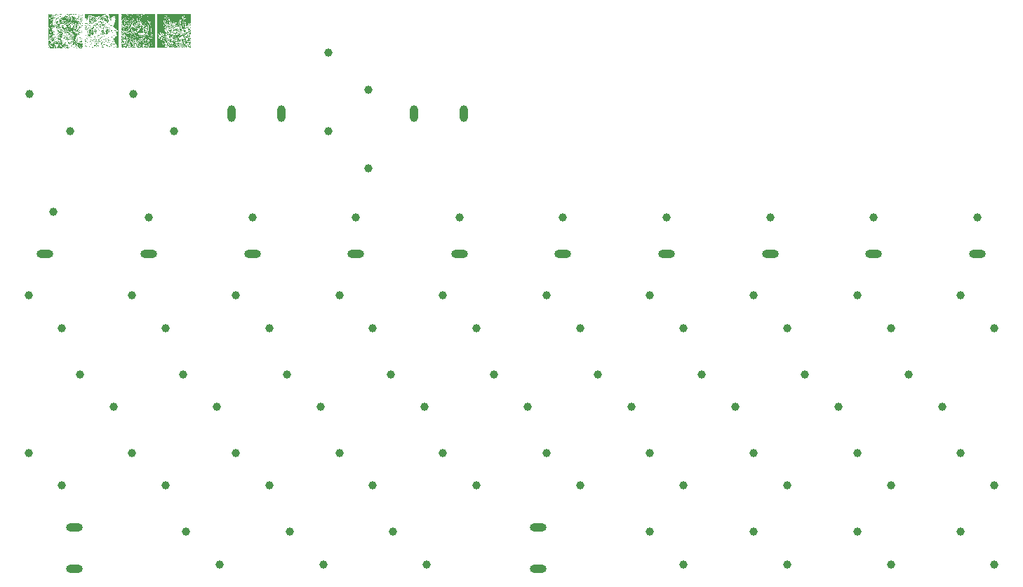
<source format=gbr>
%TF.GenerationSoftware,KiCad,Pcbnew,8.0.5-8.0.5-0~ubuntu24.04.1*%
%TF.CreationDate,2024-10-12T03:43:47+08:00*%
%TF.ProjectId,EL6170_Pro_Max_Plus,454c3631-3730-45f5-9072-6f5f4d61785f,rev?*%
%TF.SameCoordinates,Original*%
%TF.FileFunction,Paste,Bot*%
%TF.FilePolarity,Positive*%
%FSLAX46Y46*%
G04 Gerber Fmt 4.6, Leading zero omitted, Abs format (unit mm)*
G04 Created by KiCad (PCBNEW 8.0.5-8.0.5-0~ubuntu24.04.1) date 2024-10-12 03:43:47*
%MOMM*%
%LPD*%
G01*
G04 APERTURE LIST*
%ADD10C,0.000000*%
%ADD11C,1.000000*%
%ADD12O,2.000000X1.000000*%
%ADD13O,1.000000X2.000000*%
G04 APERTURE END LIST*
D10*
G36*
X117291400Y-67587400D02*
G01*
X117266000Y-67587400D01*
X117266000Y-67562000D01*
X117291400Y-67562000D01*
X117291400Y-67587400D01*
G37*
G36*
X109283800Y-64260000D02*
G01*
X109182200Y-64260000D01*
X109182200Y-64234600D01*
X109283800Y-64234600D01*
X109283800Y-64260000D01*
G37*
G36*
X115284800Y-67612800D02*
G01*
X115259400Y-67612800D01*
X115259400Y-67587400D01*
X115284800Y-67587400D01*
X115284800Y-67612800D01*
G37*
G36*
X116275400Y-65504600D02*
G01*
X116250000Y-65504600D01*
X116250000Y-65479200D01*
X116275400Y-65479200D01*
X116275400Y-65504600D01*
G37*
G36*
X100678400Y-67419200D02*
G01*
X100424400Y-67419200D01*
X100424400Y-67393800D01*
X100678400Y-67393800D01*
X100678400Y-67419200D01*
G37*
G36*
X114446600Y-67231800D02*
G01*
X114421200Y-67231800D01*
X114421200Y-67206400D01*
X114446600Y-67206400D01*
X114446600Y-67231800D01*
G37*
G36*
X113862400Y-66723800D02*
G01*
X113811600Y-66723800D01*
X113811600Y-66698400D01*
X113862400Y-66698400D01*
X113862400Y-66723800D01*
G37*
G36*
X115157800Y-65352200D02*
G01*
X115107000Y-65352200D01*
X115107000Y-65326800D01*
X115157800Y-65326800D01*
X115157800Y-65352200D01*
G37*
G36*
X116529400Y-65834800D02*
G01*
X116504000Y-65834800D01*
X116504000Y-65809400D01*
X116529400Y-65809400D01*
X116529400Y-65834800D01*
G37*
G36*
X116681800Y-67841400D02*
G01*
X116631000Y-67841400D01*
X116631000Y-67816000D01*
X116681800Y-67816000D01*
X116681800Y-67841400D01*
G37*
G36*
X100526000Y-65234800D02*
G01*
X100424400Y-65234800D01*
X100424400Y-65209400D01*
X100526000Y-65209400D01*
X100526000Y-65234800D01*
G37*
G36*
X116656400Y-64590200D02*
G01*
X116631000Y-64590200D01*
X116631000Y-64564800D01*
X116656400Y-64564800D01*
X116656400Y-64590200D01*
G37*
G36*
X109588600Y-68044600D02*
G01*
X109512400Y-68044600D01*
X109512400Y-68019200D01*
X109588600Y-68019200D01*
X109588600Y-68044600D01*
G37*
G36*
X100500600Y-66149200D02*
G01*
X100449800Y-66149200D01*
X100449800Y-66123800D01*
X100500600Y-66123800D01*
X100500600Y-66149200D01*
G37*
G36*
X107336200Y-66153600D02*
G01*
X107310800Y-66153600D01*
X107310800Y-66128200D01*
X107336200Y-66128200D01*
X107336200Y-66153600D01*
G37*
G36*
X116580200Y-65987200D02*
G01*
X116554800Y-65987200D01*
X116554800Y-65961800D01*
X116580200Y-65961800D01*
X116580200Y-65987200D01*
G37*
G36*
X105050200Y-66763200D02*
G01*
X105024800Y-66763200D01*
X105024800Y-66737800D01*
X105050200Y-66737800D01*
X105050200Y-66763200D01*
G37*
G36*
X114599000Y-66546000D02*
G01*
X114370400Y-66546000D01*
X114370400Y-66520600D01*
X114599000Y-66520600D01*
X114599000Y-66546000D01*
G37*
G36*
X106752000Y-65061400D02*
G01*
X106726600Y-65061400D01*
X106726600Y-65036000D01*
X106752000Y-65036000D01*
X106752000Y-65061400D01*
G37*
G36*
X101948400Y-67012800D02*
G01*
X101872200Y-67012800D01*
X101872200Y-66987400D01*
X101948400Y-66987400D01*
X101948400Y-67012800D01*
G37*
G36*
X113246200Y-64209200D02*
G01*
X111696800Y-64209200D01*
X111696800Y-64183800D01*
X113246200Y-64183800D01*
X113246200Y-64209200D01*
G37*
G36*
X101059400Y-65412600D02*
G01*
X101008600Y-65412600D01*
X101008600Y-65387200D01*
X101059400Y-65387200D01*
X101059400Y-65412600D01*
G37*
G36*
X105685200Y-67271200D02*
G01*
X105659800Y-67271200D01*
X105659800Y-67245800D01*
X105685200Y-67245800D01*
X105685200Y-67271200D01*
G37*
G36*
X111392000Y-64412400D02*
G01*
X111188800Y-64412400D01*
X111188800Y-64387000D01*
X111392000Y-64387000D01*
X111392000Y-64412400D01*
G37*
G36*
X103472400Y-67089000D02*
G01*
X103421600Y-67089000D01*
X103421600Y-67063600D01*
X103472400Y-67063600D01*
X103472400Y-67089000D01*
G37*
G36*
X111392000Y-65809400D02*
G01*
X111366600Y-65809400D01*
X111366600Y-65784000D01*
X111392000Y-65784000D01*
X111392000Y-65809400D01*
G37*
G36*
X106193200Y-65340800D02*
G01*
X106167800Y-65340800D01*
X106167800Y-65315400D01*
X106193200Y-65315400D01*
X106193200Y-65340800D01*
G37*
G36*
X114091000Y-66419000D02*
G01*
X114065600Y-66419000D01*
X114065600Y-66393600D01*
X114091000Y-66393600D01*
X114091000Y-66419000D01*
G37*
G36*
X102608800Y-65184000D02*
G01*
X102558000Y-65184000D01*
X102558000Y-65158600D01*
X102608800Y-65158600D01*
X102608800Y-65184000D01*
G37*
G36*
X116707200Y-66825400D02*
G01*
X116681800Y-66825400D01*
X116681800Y-66800000D01*
X116707200Y-66800000D01*
X116707200Y-66825400D01*
G37*
G36*
X117088200Y-66825400D02*
G01*
X117037400Y-66825400D01*
X117037400Y-66800000D01*
X117088200Y-66800000D01*
X117088200Y-66825400D01*
G37*
G36*
X112128600Y-67663600D02*
G01*
X112103200Y-67663600D01*
X112103200Y-67638200D01*
X112128600Y-67638200D01*
X112128600Y-67663600D01*
G37*
G36*
X105786800Y-66229800D02*
G01*
X105736000Y-66229800D01*
X105736000Y-66204400D01*
X105786800Y-66204400D01*
X105786800Y-66229800D01*
G37*
G36*
X104412200Y-64320400D02*
G01*
X104386800Y-64320400D01*
X104386800Y-64295000D01*
X104412200Y-64295000D01*
X104412200Y-64320400D01*
G37*
G36*
X114878400Y-67460400D02*
G01*
X114853000Y-67460400D01*
X114853000Y-67435000D01*
X114878400Y-67435000D01*
X114878400Y-67460400D01*
G37*
G36*
X109461600Y-64844200D02*
G01*
X109309200Y-64844200D01*
X109309200Y-64818800D01*
X109461600Y-64818800D01*
X109461600Y-64844200D01*
G37*
G36*
X105456600Y-66991800D02*
G01*
X105431200Y-66991800D01*
X105431200Y-66966400D01*
X105456600Y-66966400D01*
X105456600Y-66991800D01*
G37*
G36*
X100830800Y-65768200D02*
G01*
X100780000Y-65768200D01*
X100780000Y-65742800D01*
X100830800Y-65742800D01*
X100830800Y-65768200D01*
G37*
G36*
X104209000Y-65133200D02*
G01*
X104183600Y-65133200D01*
X104183600Y-65107800D01*
X104209000Y-65107800D01*
X104209000Y-65133200D01*
G37*
G36*
X107539400Y-66179000D02*
G01*
X107514000Y-66179000D01*
X107514000Y-66153600D01*
X107539400Y-66153600D01*
X107539400Y-66179000D01*
G37*
G36*
X114065600Y-67155600D02*
G01*
X114040200Y-67155600D01*
X114040200Y-67130200D01*
X114065600Y-67130200D01*
X114065600Y-67155600D01*
G37*
G36*
X104847000Y-67271200D02*
G01*
X104821600Y-67271200D01*
X104821600Y-67245800D01*
X104847000Y-67245800D01*
X104847000Y-67271200D01*
G37*
G36*
X102126200Y-67089000D02*
G01*
X102100800Y-67089000D01*
X102100800Y-67063600D01*
X102126200Y-67063600D01*
X102126200Y-67089000D01*
G37*
G36*
X104056600Y-64752200D02*
G01*
X104031200Y-64752200D01*
X104031200Y-64726800D01*
X104056600Y-64726800D01*
X104056600Y-64752200D01*
G37*
G36*
X112357200Y-68095400D02*
G01*
X112128600Y-68095400D01*
X112128600Y-68070000D01*
X112357200Y-68070000D01*
X112357200Y-68095400D01*
G37*
G36*
X115081600Y-68019200D02*
G01*
X115056200Y-68019200D01*
X115056200Y-67993800D01*
X115081600Y-67993800D01*
X115081600Y-68019200D01*
G37*
G36*
X109410800Y-67511200D02*
G01*
X109360000Y-67511200D01*
X109360000Y-67485800D01*
X109410800Y-67485800D01*
X109410800Y-67511200D01*
G37*
G36*
X114675200Y-67866800D02*
G01*
X114624400Y-67866800D01*
X114624400Y-67841400D01*
X114675200Y-67841400D01*
X114675200Y-67866800D01*
G37*
G36*
X100881600Y-65514200D02*
G01*
X100830800Y-65514200D01*
X100830800Y-65488800D01*
X100881600Y-65488800D01*
X100881600Y-65514200D01*
G37*
G36*
X115513400Y-66292000D02*
G01*
X115488000Y-66292000D01*
X115488000Y-66266600D01*
X115513400Y-66266600D01*
X115513400Y-66292000D01*
G37*
G36*
X108072800Y-66128200D02*
G01*
X108047400Y-66128200D01*
X108047400Y-66102800D01*
X108072800Y-66102800D01*
X108072800Y-66128200D01*
G37*
G36*
X114980000Y-67181000D02*
G01*
X114929200Y-67181000D01*
X114929200Y-67155600D01*
X114980000Y-67155600D01*
X114980000Y-67181000D01*
G37*
G36*
X102227800Y-68003400D02*
G01*
X102151600Y-68003400D01*
X102151600Y-67978000D01*
X102227800Y-67978000D01*
X102227800Y-68003400D01*
G37*
G36*
X102685000Y-67622400D02*
G01*
X102659600Y-67622400D01*
X102659600Y-67597000D01*
X102685000Y-67597000D01*
X102685000Y-67622400D01*
G37*
G36*
X100754600Y-66835000D02*
G01*
X100653000Y-66835000D01*
X100653000Y-66809600D01*
X100754600Y-66809600D01*
X100754600Y-66835000D01*
G37*
G36*
X114472000Y-66901600D02*
G01*
X114446600Y-66901600D01*
X114446600Y-66876200D01*
X114472000Y-66876200D01*
X114472000Y-66901600D01*
G37*
G36*
X100449800Y-64422000D02*
G01*
X100424400Y-64422000D01*
X100424400Y-64396600D01*
X100449800Y-64396600D01*
X100449800Y-64422000D01*
G37*
G36*
X109309200Y-65580800D02*
G01*
X109283800Y-65580800D01*
X109283800Y-65555400D01*
X109309200Y-65555400D01*
X109309200Y-65580800D01*
G37*
G36*
X107133000Y-66763200D02*
G01*
X107107600Y-66763200D01*
X107107600Y-66737800D01*
X107133000Y-66737800D01*
X107133000Y-66763200D01*
G37*
G36*
X109766400Y-68019200D02*
G01*
X109664800Y-68019200D01*
X109664800Y-67993800D01*
X109766400Y-67993800D01*
X109766400Y-68019200D01*
G37*
G36*
X117164400Y-66393600D02*
G01*
X117139000Y-66393600D01*
X117139000Y-66368200D01*
X117164400Y-66368200D01*
X117164400Y-66393600D01*
G37*
G36*
X103701000Y-67419200D02*
G01*
X103675600Y-67419200D01*
X103675600Y-67393800D01*
X103701000Y-67393800D01*
X103701000Y-67419200D01*
G37*
G36*
X109360000Y-66088800D02*
G01*
X109283800Y-66088800D01*
X109283800Y-66063400D01*
X109360000Y-66063400D01*
X109360000Y-66088800D01*
G37*
G36*
X116275400Y-65174400D02*
G01*
X116250000Y-65174400D01*
X116250000Y-65149000D01*
X116275400Y-65149000D01*
X116275400Y-65174400D01*
G37*
G36*
X103853400Y-67114400D02*
G01*
X103828000Y-67114400D01*
X103828000Y-67089000D01*
X103853400Y-67089000D01*
X103853400Y-67114400D01*
G37*
G36*
X107971200Y-66864800D02*
G01*
X107945800Y-66864800D01*
X107945800Y-66839400D01*
X107971200Y-66839400D01*
X107971200Y-66864800D01*
G37*
G36*
X108403000Y-66483800D02*
G01*
X108377600Y-66483800D01*
X108377600Y-66458400D01*
X108403000Y-66458400D01*
X108403000Y-66483800D01*
G37*
G36*
X103091400Y-67089000D02*
G01*
X103066000Y-67089000D01*
X103066000Y-67063600D01*
X103091400Y-67063600D01*
X103091400Y-67089000D01*
G37*
G36*
X116021400Y-65682400D02*
G01*
X115996000Y-65682400D01*
X115996000Y-65657000D01*
X116021400Y-65657000D01*
X116021400Y-65682400D01*
G37*
G36*
X114980000Y-65784000D02*
G01*
X114929200Y-65784000D01*
X114929200Y-65758600D01*
X114980000Y-65758600D01*
X114980000Y-65784000D01*
G37*
G36*
X117393000Y-65834800D02*
G01*
X117367600Y-65834800D01*
X117367600Y-65809400D01*
X117393000Y-65809400D01*
X117393000Y-65834800D01*
G37*
G36*
X105710600Y-66128200D02*
G01*
X105659800Y-66128200D01*
X105659800Y-66102800D01*
X105710600Y-66102800D01*
X105710600Y-66128200D01*
G37*
G36*
X104488400Y-66631800D02*
G01*
X104463000Y-66631800D01*
X104463000Y-66606400D01*
X104488400Y-66606400D01*
X104488400Y-66631800D01*
G37*
G36*
X102634200Y-67393800D02*
G01*
X102608800Y-67393800D01*
X102608800Y-67368400D01*
X102634200Y-67368400D01*
X102634200Y-67393800D01*
G37*
G36*
X107564800Y-64782000D02*
G01*
X107514000Y-64782000D01*
X107514000Y-64756600D01*
X107564800Y-64756600D01*
X107564800Y-64782000D01*
G37*
G36*
X102583400Y-64828400D02*
G01*
X102481800Y-64828400D01*
X102481800Y-64803000D01*
X102583400Y-64803000D01*
X102583400Y-64828400D01*
G37*
G36*
X116961200Y-64818800D02*
G01*
X116910400Y-64818800D01*
X116910400Y-64793400D01*
X116961200Y-64793400D01*
X116961200Y-64818800D01*
G37*
G36*
X109791800Y-64844200D02*
G01*
X109766400Y-64844200D01*
X109766400Y-64818800D01*
X109791800Y-64818800D01*
X109791800Y-64844200D01*
G37*
G36*
X111214200Y-65022000D02*
G01*
X111163400Y-65022000D01*
X111163400Y-64996600D01*
X111214200Y-64996600D01*
X111214200Y-65022000D01*
G37*
G36*
X101084800Y-65006200D02*
G01*
X101059400Y-65006200D01*
X101059400Y-64980800D01*
X101084800Y-64980800D01*
X101084800Y-65006200D01*
G37*
G36*
X108326800Y-66331400D02*
G01*
X108301400Y-66331400D01*
X108301400Y-66306000D01*
X108326800Y-66306000D01*
X108326800Y-66331400D01*
G37*
G36*
X103878800Y-65488800D02*
G01*
X103777200Y-65488800D01*
X103777200Y-65463400D01*
X103878800Y-65463400D01*
X103878800Y-65488800D01*
G37*
G36*
X115030800Y-66393600D02*
G01*
X114980000Y-66393600D01*
X114980000Y-66368200D01*
X115030800Y-66368200D01*
X115030800Y-66393600D01*
G37*
G36*
X116732600Y-65758600D02*
G01*
X116681800Y-65758600D01*
X116681800Y-65733200D01*
X116732600Y-65733200D01*
X116732600Y-65758600D01*
G37*
G36*
X110350600Y-64844200D02*
G01*
X110299800Y-64844200D01*
X110299800Y-64818800D01*
X110350600Y-64818800D01*
X110350600Y-64844200D01*
G37*
G36*
X101161000Y-65742800D02*
G01*
X101135600Y-65742800D01*
X101135600Y-65717400D01*
X101161000Y-65717400D01*
X101161000Y-65742800D01*
G37*
G36*
X101440400Y-67978000D02*
G01*
X101389600Y-67978000D01*
X101389600Y-67952600D01*
X101440400Y-67952600D01*
X101440400Y-67978000D01*
G37*
G36*
X104948600Y-66814000D02*
G01*
X104923200Y-66814000D01*
X104923200Y-66788600D01*
X104948600Y-66788600D01*
X104948600Y-66814000D01*
G37*
G36*
X111239600Y-65149000D02*
G01*
X111188800Y-65149000D01*
X111188800Y-65123600D01*
X111239600Y-65123600D01*
X111239600Y-65149000D01*
G37*
G36*
X117443800Y-65657000D02*
G01*
X117418400Y-65657000D01*
X117418400Y-65631600D01*
X117443800Y-65631600D01*
X117443800Y-65657000D01*
G37*
G36*
X102888200Y-65615800D02*
G01*
X102786600Y-65615800D01*
X102786600Y-65590400D01*
X102888200Y-65590400D01*
X102888200Y-65615800D01*
G37*
G36*
X101897600Y-64777600D02*
G01*
X101770600Y-64777600D01*
X101770600Y-64752200D01*
X101897600Y-64752200D01*
X101897600Y-64777600D01*
G37*
G36*
X100881600Y-65615800D02*
G01*
X100780000Y-65615800D01*
X100780000Y-65590400D01*
X100881600Y-65590400D01*
X100881600Y-65615800D01*
G37*
G36*
X117139000Y-67765200D02*
G01*
X117088200Y-67765200D01*
X117088200Y-67739800D01*
X117139000Y-67739800D01*
X117139000Y-67765200D01*
G37*
G36*
X116580200Y-64920400D02*
G01*
X116427800Y-64920400D01*
X116427800Y-64895000D01*
X116580200Y-64895000D01*
X116580200Y-64920400D01*
G37*
G36*
X100551400Y-64752200D02*
G01*
X100475200Y-64752200D01*
X100475200Y-64726800D01*
X100551400Y-64726800D01*
X100551400Y-64752200D01*
G37*
G36*
X101694400Y-65946000D02*
G01*
X101643600Y-65946000D01*
X101643600Y-65920600D01*
X101694400Y-65920600D01*
X101694400Y-65946000D01*
G37*
G36*
X114649800Y-64463200D02*
G01*
X114599000Y-64463200D01*
X114599000Y-64437800D01*
X114649800Y-64437800D01*
X114649800Y-64463200D01*
G37*
G36*
X111036400Y-66012600D02*
G01*
X110909400Y-66012600D01*
X110909400Y-65987200D01*
X111036400Y-65987200D01*
X111036400Y-66012600D01*
G37*
G36*
X115513400Y-67892200D02*
G01*
X115462600Y-67892200D01*
X115462600Y-67866800D01*
X115513400Y-67866800D01*
X115513400Y-67892200D01*
G37*
G36*
X107539400Y-68033200D02*
G01*
X107514000Y-68033200D01*
X107514000Y-68007800D01*
X107539400Y-68007800D01*
X107539400Y-68033200D01*
G37*
G36*
X111392000Y-67231800D02*
G01*
X111341200Y-67231800D01*
X111341200Y-67206400D01*
X111392000Y-67206400D01*
X111392000Y-67231800D01*
G37*
G36*
X103878800Y-66174600D02*
G01*
X103853400Y-66174600D01*
X103853400Y-66149200D01*
X103878800Y-66149200D01*
X103878800Y-66174600D01*
G37*
G36*
X106142400Y-66052000D02*
G01*
X106117000Y-66052000D01*
X106117000Y-66026600D01*
X106142400Y-66026600D01*
X106142400Y-66052000D01*
G37*
G36*
X106396400Y-65264600D02*
G01*
X106371000Y-65264600D01*
X106371000Y-65239200D01*
X106396400Y-65239200D01*
X106396400Y-65264600D01*
G37*
G36*
X102380200Y-64828400D02*
G01*
X102329400Y-64828400D01*
X102329400Y-64803000D01*
X102380200Y-64803000D01*
X102380200Y-64828400D01*
G37*
G36*
X112585800Y-65174400D02*
G01*
X112204800Y-65174400D01*
X112204800Y-65149000D01*
X112585800Y-65149000D01*
X112585800Y-65174400D01*
G37*
G36*
X101796000Y-64853800D02*
G01*
X101745200Y-64853800D01*
X101745200Y-64828400D01*
X101796000Y-64828400D01*
X101796000Y-64853800D01*
G37*
G36*
X114624400Y-66520600D02*
G01*
X114599000Y-66520600D01*
X114599000Y-66495200D01*
X114624400Y-66495200D01*
X114624400Y-66520600D01*
G37*
G36*
X110477600Y-65428400D02*
G01*
X110452200Y-65428400D01*
X110452200Y-65403000D01*
X110477600Y-65403000D01*
X110477600Y-65428400D01*
G37*
G36*
X111265000Y-66596800D02*
G01*
X111138000Y-66596800D01*
X111138000Y-66571400D01*
X111265000Y-66571400D01*
X111265000Y-66596800D01*
G37*
G36*
X103548600Y-68130400D02*
G01*
X103523200Y-68130400D01*
X103523200Y-68105000D01*
X103548600Y-68105000D01*
X103548600Y-68130400D01*
G37*
G36*
X114878400Y-65174400D02*
G01*
X114802200Y-65174400D01*
X114802200Y-65149000D01*
X114878400Y-65149000D01*
X114878400Y-65174400D01*
G37*
G36*
X117062800Y-66850800D02*
G01*
X117037400Y-66850800D01*
X117037400Y-66825400D01*
X117062800Y-66825400D01*
X117062800Y-66850800D01*
G37*
G36*
X106879000Y-66229800D02*
G01*
X106853600Y-66229800D01*
X106853600Y-66204400D01*
X106879000Y-66204400D01*
X106879000Y-66229800D01*
G37*
G36*
X105482000Y-65137600D02*
G01*
X105431200Y-65137600D01*
X105431200Y-65112200D01*
X105482000Y-65112200D01*
X105482000Y-65137600D01*
G37*
G36*
X102177000Y-64193400D02*
G01*
X102151600Y-64193400D01*
X102151600Y-64168000D01*
X102177000Y-64168000D01*
X102177000Y-64193400D01*
G37*
G36*
X106421800Y-66890200D02*
G01*
X106396400Y-66890200D01*
X106396400Y-66864800D01*
X106421800Y-66864800D01*
X106421800Y-66890200D01*
G37*
G36*
X112814400Y-66038000D02*
G01*
X112484200Y-66038000D01*
X112484200Y-66012600D01*
X112814400Y-66012600D01*
X112814400Y-66038000D01*
G37*
G36*
X100449800Y-67825600D02*
G01*
X100424400Y-67825600D01*
X100424400Y-67800200D01*
X100449800Y-67800200D01*
X100449800Y-67825600D01*
G37*
G36*
X111036400Y-65504600D02*
G01*
X110985600Y-65504600D01*
X110985600Y-65479200D01*
X111036400Y-65479200D01*
X111036400Y-65504600D01*
G37*
G36*
X107260000Y-67626800D02*
G01*
X107234600Y-67626800D01*
X107234600Y-67601400D01*
X107260000Y-67601400D01*
X107260000Y-67626800D01*
G37*
G36*
X115437200Y-65758600D02*
G01*
X115411800Y-65758600D01*
X115411800Y-65733200D01*
X115437200Y-65733200D01*
X115437200Y-65758600D01*
G37*
G36*
X104386800Y-65793600D02*
G01*
X104361400Y-65793600D01*
X104361400Y-65768200D01*
X104386800Y-65768200D01*
X104386800Y-65793600D01*
G37*
G36*
X114802200Y-67460400D02*
G01*
X114751400Y-67460400D01*
X114751400Y-67435000D01*
X114802200Y-67435000D01*
X114802200Y-67460400D01*
G37*
G36*
X107564800Y-67880800D02*
G01*
X107539400Y-67880800D01*
X107539400Y-67855400D01*
X107564800Y-67855400D01*
X107564800Y-67880800D01*
G37*
G36*
X116250000Y-65936400D02*
G01*
X116224600Y-65936400D01*
X116224600Y-65911000D01*
X116250000Y-65911000D01*
X116250000Y-65936400D01*
G37*
G36*
X114878400Y-64920400D02*
G01*
X114751400Y-64920400D01*
X114751400Y-64895000D01*
X114878400Y-64895000D01*
X114878400Y-64920400D01*
G37*
G36*
X101719800Y-68003400D02*
G01*
X101694400Y-68003400D01*
X101694400Y-67978000D01*
X101719800Y-67978000D01*
X101719800Y-68003400D01*
G37*
G36*
X103574000Y-65539600D02*
G01*
X103548600Y-65539600D01*
X103548600Y-65514200D01*
X103574000Y-65514200D01*
X103574000Y-65539600D01*
G37*
G36*
X105888400Y-64604200D02*
G01*
X105837600Y-64604200D01*
X105837600Y-64578800D01*
X105888400Y-64578800D01*
X105888400Y-64604200D01*
G37*
G36*
X106244000Y-67068000D02*
G01*
X106218600Y-67068000D01*
X106218600Y-67042600D01*
X106244000Y-67042600D01*
X106244000Y-67068000D01*
G37*
G36*
X103066000Y-66504800D02*
G01*
X103040600Y-66504800D01*
X103040600Y-66479400D01*
X103066000Y-66479400D01*
X103066000Y-66504800D01*
G37*
G36*
X104872400Y-66483800D02*
G01*
X104847000Y-66483800D01*
X104847000Y-66458400D01*
X104872400Y-66458400D01*
X104872400Y-66483800D01*
G37*
G36*
X117088200Y-67841400D02*
G01*
X117062800Y-67841400D01*
X117062800Y-67816000D01*
X117088200Y-67816000D01*
X117088200Y-67841400D01*
G37*
G36*
X109436200Y-64920400D02*
G01*
X109385400Y-64920400D01*
X109385400Y-64895000D01*
X109436200Y-64895000D01*
X109436200Y-64920400D01*
G37*
G36*
X111392000Y-66723800D02*
G01*
X111036400Y-66723800D01*
X111036400Y-66698400D01*
X111392000Y-66698400D01*
X111392000Y-66723800D01*
G37*
G36*
X114726000Y-67638200D02*
G01*
X114675200Y-67638200D01*
X114675200Y-67612800D01*
X114726000Y-67612800D01*
X114726000Y-67638200D01*
G37*
G36*
X106625000Y-65874200D02*
G01*
X106599600Y-65874200D01*
X106599600Y-65848800D01*
X106625000Y-65848800D01*
X106625000Y-65874200D01*
G37*
G36*
X114522800Y-65784000D02*
G01*
X114472000Y-65784000D01*
X114472000Y-65758600D01*
X114522800Y-65758600D01*
X114522800Y-65784000D01*
G37*
G36*
X101745200Y-64422000D02*
G01*
X101719800Y-64422000D01*
X101719800Y-64396600D01*
X101745200Y-64396600D01*
X101745200Y-64422000D01*
G37*
G36*
X107996600Y-67880800D02*
G01*
X107971200Y-67880800D01*
X107971200Y-67855400D01*
X107996600Y-67855400D01*
X107996600Y-67880800D01*
G37*
G36*
X109385400Y-66495200D02*
G01*
X109334600Y-66495200D01*
X109334600Y-66469800D01*
X109385400Y-66469800D01*
X109385400Y-66495200D01*
G37*
G36*
X115208600Y-66063400D02*
G01*
X115183200Y-66063400D01*
X115183200Y-66038000D01*
X115208600Y-66038000D01*
X115208600Y-66063400D01*
G37*
G36*
X101821400Y-65234800D02*
G01*
X101796000Y-65234800D01*
X101796000Y-65209400D01*
X101821400Y-65209400D01*
X101821400Y-65234800D01*
G37*
G36*
X103650200Y-67241400D02*
G01*
X103574000Y-67241400D01*
X103574000Y-67216000D01*
X103650200Y-67216000D01*
X103650200Y-67241400D01*
G37*
G36*
X110807800Y-67435000D02*
G01*
X110782400Y-67435000D01*
X110782400Y-67409600D01*
X110807800Y-67409600D01*
X110807800Y-67435000D01*
G37*
G36*
X115056200Y-68070000D02*
G01*
X115005400Y-68070000D01*
X115005400Y-68044600D01*
X115056200Y-68044600D01*
X115056200Y-68070000D01*
G37*
G36*
X104948600Y-65899600D02*
G01*
X104923200Y-65899600D01*
X104923200Y-65874200D01*
X104948600Y-65874200D01*
X104948600Y-65899600D01*
G37*
G36*
X113964000Y-66292000D02*
G01*
X113557600Y-66292000D01*
X113557600Y-66266600D01*
X113964000Y-66266600D01*
X113964000Y-66292000D01*
G37*
G36*
X117367600Y-66063400D02*
G01*
X117342200Y-66063400D01*
X117342200Y-66038000D01*
X117367600Y-66038000D01*
X117367600Y-66063400D01*
G37*
G36*
X101338800Y-64625200D02*
G01*
X101313400Y-64625200D01*
X101313400Y-64599800D01*
X101338800Y-64599800D01*
X101338800Y-64625200D01*
G37*
G36*
X107158400Y-64324800D02*
G01*
X107133000Y-64324800D01*
X107133000Y-64299400D01*
X107158400Y-64299400D01*
X107158400Y-64324800D01*
G37*
G36*
X111519000Y-64971200D02*
G01*
X111442800Y-64971200D01*
X111442800Y-64945800D01*
X111519000Y-64945800D01*
X111519000Y-64971200D01*
G37*
G36*
X115792800Y-68070000D02*
G01*
X115742000Y-68070000D01*
X115742000Y-68044600D01*
X115792800Y-68044600D01*
X115792800Y-68070000D01*
G37*
G36*
X101288000Y-67393800D02*
G01*
X101237200Y-67393800D01*
X101237200Y-67368400D01*
X101288000Y-67368400D01*
X101288000Y-67393800D01*
G37*
G36*
X106472600Y-66814000D02*
G01*
X106447200Y-66814000D01*
X106447200Y-66788600D01*
X106472600Y-66788600D01*
X106472600Y-66814000D01*
G37*
G36*
X115081600Y-66571400D02*
G01*
X115056200Y-66571400D01*
X115056200Y-66546000D01*
X115081600Y-66546000D01*
X115081600Y-66571400D01*
G37*
G36*
X106929800Y-67322000D02*
G01*
X106904400Y-67322000D01*
X106904400Y-67296600D01*
X106929800Y-67296600D01*
X106929800Y-67322000D01*
G37*
G36*
X117342200Y-67282600D02*
G01*
X117291400Y-67282600D01*
X117291400Y-67257200D01*
X117342200Y-67257200D01*
X117342200Y-67282600D01*
G37*
G36*
X104234400Y-67292200D02*
G01*
X104209000Y-67292200D01*
X104209000Y-67266800D01*
X104234400Y-67266800D01*
X104234400Y-67292200D01*
G37*
G36*
X116453200Y-67663600D02*
G01*
X116402400Y-67663600D01*
X116402400Y-67638200D01*
X116453200Y-67638200D01*
X116453200Y-67663600D01*
G37*
G36*
X109487000Y-66469800D02*
G01*
X109410800Y-66469800D01*
X109410800Y-66444400D01*
X109487000Y-66444400D01*
X109487000Y-66469800D01*
G37*
G36*
X109207600Y-67130200D02*
G01*
X109182200Y-67130200D01*
X109182200Y-67104800D01*
X109207600Y-67104800D01*
X109207600Y-67130200D01*
G37*
G36*
X114980000Y-67816000D02*
G01*
X114954600Y-67816000D01*
X114954600Y-67790600D01*
X114980000Y-67790600D01*
X114980000Y-67816000D01*
G37*
G36*
X110731600Y-65733200D02*
G01*
X110680800Y-65733200D01*
X110680800Y-65707800D01*
X110731600Y-65707800D01*
X110731600Y-65733200D01*
G37*
G36*
X114827600Y-64387000D02*
G01*
X114776800Y-64387000D01*
X114776800Y-64361600D01*
X114827600Y-64361600D01*
X114827600Y-64387000D01*
G37*
G36*
X107234600Y-65340800D02*
G01*
X107209200Y-65340800D01*
X107209200Y-65315400D01*
X107234600Y-65315400D01*
X107234600Y-65340800D01*
G37*
G36*
X109588600Y-65250600D02*
G01*
X109537800Y-65250600D01*
X109537800Y-65225200D01*
X109588600Y-65225200D01*
X109588600Y-65250600D01*
G37*
G36*
X114218000Y-67638200D02*
G01*
X114141800Y-67638200D01*
X114141800Y-67612800D01*
X114218000Y-67612800D01*
X114218000Y-67638200D01*
G37*
G36*
X115259400Y-65707800D02*
G01*
X115234000Y-65707800D01*
X115234000Y-65682400D01*
X115259400Y-65682400D01*
X115259400Y-65707800D01*
G37*
G36*
X102380200Y-67470000D02*
G01*
X102354800Y-67470000D01*
X102354800Y-67444600D01*
X102380200Y-67444600D01*
X102380200Y-67470000D01*
G37*
G36*
X109461600Y-65047400D02*
G01*
X109309200Y-65047400D01*
X109309200Y-65022000D01*
X109461600Y-65022000D01*
X109461600Y-65047400D01*
G37*
G36*
X103904200Y-66606400D02*
G01*
X103650200Y-66606400D01*
X103650200Y-66581000D01*
X103904200Y-66581000D01*
X103904200Y-66606400D01*
G37*
G36*
X113246200Y-66546000D02*
G01*
X113043000Y-66546000D01*
X113043000Y-66520600D01*
X113246200Y-66520600D01*
X113246200Y-66546000D01*
G37*
G36*
X114345000Y-67409600D02*
G01*
X114319600Y-67409600D01*
X114319600Y-67384200D01*
X114345000Y-67384200D01*
X114345000Y-67409600D01*
G37*
G36*
X103447000Y-64777600D02*
G01*
X103243800Y-64777600D01*
X103243800Y-64752200D01*
X103447000Y-64752200D01*
X103447000Y-64777600D01*
G37*
G36*
X103904200Y-67190600D02*
G01*
X103878800Y-67190600D01*
X103878800Y-67165200D01*
X103904200Y-67165200D01*
X103904200Y-67190600D01*
G37*
G36*
X114319600Y-66927000D02*
G01*
X114268800Y-66927000D01*
X114268800Y-66901600D01*
X114319600Y-66901600D01*
X114319600Y-66927000D01*
G37*
G36*
X103320000Y-66454000D02*
G01*
X103294600Y-66454000D01*
X103294600Y-66428600D01*
X103320000Y-66428600D01*
X103320000Y-66454000D01*
G37*
G36*
X104259800Y-65260200D02*
G01*
X104234400Y-65260200D01*
X104234400Y-65234800D01*
X104259800Y-65234800D01*
X104259800Y-65260200D01*
G37*
G36*
X114141800Y-67104800D02*
G01*
X114116400Y-67104800D01*
X114116400Y-67079400D01*
X114141800Y-67079400D01*
X114141800Y-67104800D01*
G37*
G36*
X103828000Y-66174600D02*
G01*
X103802600Y-66174600D01*
X103802600Y-66149200D01*
X103828000Y-66149200D01*
X103828000Y-66174600D01*
G37*
G36*
X106193200Y-66636200D02*
G01*
X106167800Y-66636200D01*
X106167800Y-66610800D01*
X106193200Y-66610800D01*
X106193200Y-66636200D01*
G37*
G36*
X110172800Y-64818800D02*
G01*
X110071200Y-64818800D01*
X110071200Y-64793400D01*
X110172800Y-64793400D01*
X110172800Y-64818800D01*
G37*
G36*
X116453200Y-65911000D02*
G01*
X116427800Y-65911000D01*
X116427800Y-65885600D01*
X116453200Y-65885600D01*
X116453200Y-65911000D01*
G37*
G36*
X108199800Y-68084000D02*
G01*
X108174400Y-68084000D01*
X108174400Y-68058600D01*
X108199800Y-68058600D01*
X108199800Y-68084000D01*
G37*
G36*
X116427800Y-65961800D02*
G01*
X116402400Y-65961800D01*
X116402400Y-65936400D01*
X116427800Y-65936400D01*
X116427800Y-65961800D01*
G37*
G36*
X114878400Y-64768000D02*
G01*
X114548200Y-64768000D01*
X114548200Y-64742600D01*
X114878400Y-64742600D01*
X114878400Y-64768000D01*
G37*
G36*
X116580200Y-66800000D02*
G01*
X116554800Y-66800000D01*
X116554800Y-66774600D01*
X116580200Y-66774600D01*
X116580200Y-66800000D01*
G37*
G36*
X104082000Y-65031600D02*
G01*
X104056600Y-65031600D01*
X104056600Y-65006200D01*
X104082000Y-65006200D01*
X104082000Y-65031600D01*
G37*
G36*
X102481800Y-67952600D02*
G01*
X102431000Y-67952600D01*
X102431000Y-67927200D01*
X102481800Y-67927200D01*
X102481800Y-67952600D01*
G37*
G36*
X107514000Y-64959800D02*
G01*
X107437800Y-64959800D01*
X107437800Y-64934400D01*
X107514000Y-64934400D01*
X107514000Y-64959800D01*
G37*
G36*
X106447200Y-65721800D02*
G01*
X106421800Y-65721800D01*
X106421800Y-65696400D01*
X106447200Y-65696400D01*
X106447200Y-65721800D01*
G37*
G36*
X109283800Y-64691800D02*
G01*
X109182200Y-64691800D01*
X109182200Y-64666400D01*
X109283800Y-64666400D01*
X109283800Y-64691800D01*
G37*
G36*
X101516600Y-65234800D02*
G01*
X101415000Y-65234800D01*
X101415000Y-65209400D01*
X101516600Y-65209400D01*
X101516600Y-65234800D01*
G37*
G36*
X117316800Y-67308000D02*
G01*
X117291400Y-67308000D01*
X117291400Y-67282600D01*
X117316800Y-67282600D01*
X117316800Y-67308000D01*
G37*
G36*
X105609000Y-66509200D02*
G01*
X105583600Y-66509200D01*
X105583600Y-66483800D01*
X105609000Y-66483800D01*
X105609000Y-66509200D01*
G37*
G36*
X105736000Y-66153600D02*
G01*
X105710600Y-66153600D01*
X105710600Y-66128200D01*
X105736000Y-66128200D01*
X105736000Y-66153600D01*
G37*
G36*
X113760800Y-66596800D02*
G01*
X113735400Y-66596800D01*
X113735400Y-66571400D01*
X113760800Y-66571400D01*
X113760800Y-66596800D01*
G37*
G36*
X116554800Y-65758600D02*
G01*
X116504000Y-65758600D01*
X116504000Y-65733200D01*
X116554800Y-65733200D01*
X116554800Y-65758600D01*
G37*
G36*
X116453200Y-67308000D02*
G01*
X116427800Y-67308000D01*
X116427800Y-67282600D01*
X116453200Y-67282600D01*
X116453200Y-67308000D01*
G37*
G36*
X103497800Y-65615800D02*
G01*
X103447000Y-65615800D01*
X103447000Y-65590400D01*
X103497800Y-65590400D01*
X103497800Y-65615800D01*
G37*
G36*
X107082200Y-65239200D02*
G01*
X107031400Y-65239200D01*
X107031400Y-65213800D01*
X107082200Y-65213800D01*
X107082200Y-65239200D01*
G37*
G36*
X114472000Y-67943000D02*
G01*
X114421200Y-67943000D01*
X114421200Y-67917600D01*
X114472000Y-67917600D01*
X114472000Y-67943000D01*
G37*
G36*
X106980600Y-64705800D02*
G01*
X106955200Y-64705800D01*
X106955200Y-64680400D01*
X106980600Y-64680400D01*
X106980600Y-64705800D01*
G37*
G36*
X116326200Y-66139600D02*
G01*
X116224600Y-66139600D01*
X116224600Y-66114200D01*
X116326200Y-66114200D01*
X116326200Y-66139600D01*
G37*
G36*
X103040600Y-66174600D02*
G01*
X102862800Y-66174600D01*
X102862800Y-66149200D01*
X103040600Y-66149200D01*
X103040600Y-66174600D01*
G37*
G36*
X116935800Y-67943000D02*
G01*
X116910400Y-67943000D01*
X116910400Y-67917600D01*
X116935800Y-67917600D01*
X116935800Y-67943000D01*
G37*
G36*
X103294600Y-65133200D02*
G01*
X103116800Y-65133200D01*
X103116800Y-65107800D01*
X103294600Y-65107800D01*
X103294600Y-65133200D01*
G37*
G36*
X116783400Y-66419000D02*
G01*
X116758000Y-66419000D01*
X116758000Y-66393600D01*
X116783400Y-66393600D01*
X116783400Y-66419000D01*
G37*
G36*
X116859600Y-68019200D02*
G01*
X116808800Y-68019200D01*
X116808800Y-67993800D01*
X116859600Y-67993800D01*
X116859600Y-68019200D01*
G37*
G36*
X116656400Y-65199800D02*
G01*
X116402400Y-65199800D01*
X116402400Y-65174400D01*
X116656400Y-65174400D01*
X116656400Y-65199800D01*
G37*
G36*
X103243800Y-64066400D02*
G01*
X103218400Y-64066400D01*
X103218400Y-64041000D01*
X103243800Y-64041000D01*
X103243800Y-64066400D01*
G37*
G36*
X116885000Y-64514000D02*
G01*
X116859600Y-64514000D01*
X116859600Y-64488600D01*
X116885000Y-64488600D01*
X116885000Y-64514000D01*
G37*
G36*
X116148400Y-65961800D02*
G01*
X116123000Y-65961800D01*
X116123000Y-65936400D01*
X116148400Y-65936400D01*
X116148400Y-65961800D01*
G37*
G36*
X107717200Y-66001200D02*
G01*
X107641000Y-66001200D01*
X107641000Y-65975800D01*
X107717200Y-65975800D01*
X107717200Y-66001200D01*
G37*
G36*
X105939200Y-66560000D02*
G01*
X105913800Y-66560000D01*
X105913800Y-66534600D01*
X105939200Y-66534600D01*
X105939200Y-66560000D01*
G37*
G36*
X115615000Y-67028600D02*
G01*
X115437200Y-67028600D01*
X115437200Y-67003200D01*
X115615000Y-67003200D01*
X115615000Y-67028600D01*
G37*
G36*
X101821400Y-66885800D02*
G01*
X101719800Y-66885800D01*
X101719800Y-66860400D01*
X101821400Y-66860400D01*
X101821400Y-66885800D01*
G37*
G36*
X109995000Y-67638200D02*
G01*
X109969600Y-67638200D01*
X109969600Y-67612800D01*
X109995000Y-67612800D01*
X109995000Y-67638200D01*
G37*
G36*
X110985600Y-65022000D02*
G01*
X110960200Y-65022000D01*
X110960200Y-64996600D01*
X110985600Y-64996600D01*
X110985600Y-65022000D01*
G37*
G36*
X111087200Y-66088800D02*
G01*
X111036400Y-66088800D01*
X111036400Y-66063400D01*
X111087200Y-66063400D01*
X111087200Y-66088800D01*
G37*
G36*
X117215200Y-66622200D02*
G01*
X117139000Y-66622200D01*
X117139000Y-66596800D01*
X117215200Y-66596800D01*
X117215200Y-66622200D01*
G37*
G36*
X110299800Y-65504600D02*
G01*
X110249000Y-65504600D01*
X110249000Y-65479200D01*
X110299800Y-65479200D01*
X110299800Y-65504600D01*
G37*
G36*
X111722200Y-66774600D02*
G01*
X111595200Y-66774600D01*
X111595200Y-66749200D01*
X111722200Y-66749200D01*
X111722200Y-66774600D01*
G37*
G36*
X114294200Y-67485800D02*
G01*
X114268800Y-67485800D01*
X114268800Y-67460400D01*
X114294200Y-67460400D01*
X114294200Y-67485800D01*
G37*
G36*
X107844200Y-65925000D02*
G01*
X107818800Y-65925000D01*
X107818800Y-65899600D01*
X107844200Y-65899600D01*
X107844200Y-65925000D01*
G37*
G36*
X101389600Y-64218800D02*
G01*
X101364200Y-64218800D01*
X101364200Y-64193400D01*
X101389600Y-64193400D01*
X101389600Y-64218800D01*
G37*
G36*
X106828200Y-67855400D02*
G01*
X106802800Y-67855400D01*
X106802800Y-67830000D01*
X106828200Y-67830000D01*
X106828200Y-67855400D01*
G37*
G36*
X116859600Y-67663600D02*
G01*
X116808800Y-67663600D01*
X116808800Y-67638200D01*
X116859600Y-67638200D01*
X116859600Y-67663600D01*
G37*
G36*
X105863000Y-65442400D02*
G01*
X105812200Y-65442400D01*
X105812200Y-65417000D01*
X105863000Y-65417000D01*
X105863000Y-65442400D01*
G37*
G36*
X106879000Y-64883600D02*
G01*
X106853600Y-64883600D01*
X106853600Y-64858200D01*
X106879000Y-64858200D01*
X106879000Y-64883600D01*
G37*
G36*
X102989800Y-65057000D02*
G01*
X102812000Y-65057000D01*
X102812000Y-65031600D01*
X102989800Y-65031600D01*
X102989800Y-65057000D01*
G37*
G36*
X109868000Y-66038000D02*
G01*
X109766400Y-66038000D01*
X109766400Y-66012600D01*
X109868000Y-66012600D01*
X109868000Y-66038000D01*
G37*
G36*
X112179400Y-66139600D02*
G01*
X112027000Y-66139600D01*
X112027000Y-66114200D01*
X112179400Y-66114200D01*
X112179400Y-66139600D01*
G37*
G36*
X102862800Y-68130400D02*
G01*
X102710400Y-68130400D01*
X102710400Y-68105000D01*
X102862800Y-68105000D01*
X102862800Y-68130400D01*
G37*
G36*
X116148400Y-65580800D02*
G01*
X116097600Y-65580800D01*
X116097600Y-65555400D01*
X116148400Y-65555400D01*
X116148400Y-65580800D01*
G37*
G36*
X100805400Y-66987400D02*
G01*
X100754600Y-66987400D01*
X100754600Y-66962000D01*
X100805400Y-66962000D01*
X100805400Y-66987400D01*
G37*
G36*
X101973800Y-64599800D02*
G01*
X101897600Y-64599800D01*
X101897600Y-64574400D01*
X101973800Y-64574400D01*
X101973800Y-64599800D01*
G37*
G36*
X107641000Y-65264600D02*
G01*
X107615600Y-65264600D01*
X107615600Y-65239200D01*
X107641000Y-65239200D01*
X107641000Y-65264600D01*
G37*
G36*
X114649800Y-65352200D02*
G01*
X114599000Y-65352200D01*
X114599000Y-65326800D01*
X114649800Y-65326800D01*
X114649800Y-65352200D01*
G37*
G36*
X108860200Y-66255200D02*
G01*
X108530000Y-66255200D01*
X108530000Y-66229800D01*
X108860200Y-66229800D01*
X108860200Y-66255200D01*
G37*
G36*
X114395800Y-65707800D02*
G01*
X114370400Y-65707800D01*
X114370400Y-65682400D01*
X114395800Y-65682400D01*
X114395800Y-65707800D01*
G37*
G36*
X102050000Y-66581000D02*
G01*
X101948400Y-66581000D01*
X101948400Y-66555600D01*
X102050000Y-66555600D01*
X102050000Y-66581000D01*
G37*
G36*
X103421600Y-67241400D02*
G01*
X103370800Y-67241400D01*
X103370800Y-67216000D01*
X103421600Y-67216000D01*
X103421600Y-67241400D01*
G37*
G36*
X106802800Y-65112200D02*
G01*
X106752000Y-65112200D01*
X106752000Y-65086800D01*
X106802800Y-65086800D01*
X106802800Y-65112200D01*
G37*
G36*
X103929600Y-67114400D02*
G01*
X103878800Y-67114400D01*
X103878800Y-67089000D01*
X103929600Y-67089000D01*
X103929600Y-67114400D01*
G37*
G36*
X115970600Y-66368200D02*
G01*
X115945200Y-66368200D01*
X115945200Y-66342800D01*
X115970600Y-66342800D01*
X115970600Y-66368200D01*
G37*
G36*
X105431200Y-67830000D02*
G01*
X105405800Y-67830000D01*
X105405800Y-67804600D01*
X105431200Y-67804600D01*
X105431200Y-67830000D01*
G37*
G36*
X102227800Y-66733400D02*
G01*
X102177000Y-66733400D01*
X102177000Y-66708000D01*
X102227800Y-66708000D01*
X102227800Y-66733400D01*
G37*
G36*
X113659200Y-66495200D02*
G01*
X113557600Y-66495200D01*
X113557600Y-66469800D01*
X113659200Y-66469800D01*
X113659200Y-66495200D01*
G37*
G36*
X103497800Y-65234800D02*
G01*
X103447000Y-65234800D01*
X103447000Y-65209400D01*
X103497800Y-65209400D01*
X103497800Y-65234800D01*
G37*
G36*
X103040600Y-66631800D02*
G01*
X103015200Y-66631800D01*
X103015200Y-66606400D01*
X103040600Y-66606400D01*
X103040600Y-66631800D01*
G37*
G36*
X104463000Y-66428600D02*
G01*
X104437600Y-66428600D01*
X104437600Y-66403200D01*
X104463000Y-66403200D01*
X104463000Y-66428600D01*
G37*
G36*
X115665800Y-65352200D02*
G01*
X115640400Y-65352200D01*
X115640400Y-65326800D01*
X115665800Y-65326800D01*
X115665800Y-65352200D01*
G37*
G36*
X100500600Y-65996800D02*
G01*
X100424400Y-65996800D01*
X100424400Y-65971400D01*
X100500600Y-65971400D01*
X100500600Y-65996800D01*
G37*
G36*
X111112600Y-65758600D02*
G01*
X110960200Y-65758600D01*
X110960200Y-65733200D01*
X111112600Y-65733200D01*
X111112600Y-65758600D01*
G37*
G36*
X114573600Y-65555400D02*
G01*
X114370400Y-65555400D01*
X114370400Y-65530000D01*
X114573600Y-65530000D01*
X114573600Y-65555400D01*
G37*
G36*
X115335600Y-65707800D02*
G01*
X115310200Y-65707800D01*
X115310200Y-65682400D01*
X115335600Y-65682400D01*
X115335600Y-65707800D01*
G37*
G36*
X109639400Y-66088800D02*
G01*
X109588600Y-66088800D01*
X109588600Y-66063400D01*
X109639400Y-66063400D01*
X109639400Y-66088800D01*
G37*
G36*
X107844200Y-66458400D02*
G01*
X107818800Y-66458400D01*
X107818800Y-66433000D01*
X107844200Y-66433000D01*
X107844200Y-66458400D01*
G37*
G36*
X100653000Y-64117200D02*
G01*
X100602200Y-64117200D01*
X100602200Y-64091800D01*
X100653000Y-64091800D01*
X100653000Y-64117200D01*
G37*
G36*
X104923200Y-66204400D02*
G01*
X104897800Y-66204400D01*
X104897800Y-66179000D01*
X104923200Y-66179000D01*
X104923200Y-66204400D01*
G37*
G36*
X115183200Y-67892200D02*
G01*
X115157800Y-67892200D01*
X115157800Y-67866800D01*
X115183200Y-67866800D01*
X115183200Y-67892200D01*
G37*
G36*
X111341200Y-66749200D02*
G01*
X111290400Y-66749200D01*
X111290400Y-66723800D01*
X111341200Y-66723800D01*
X111341200Y-66749200D01*
G37*
G36*
X114726000Y-67206400D02*
G01*
X114675200Y-67206400D01*
X114675200Y-67181000D01*
X114726000Y-67181000D01*
X114726000Y-67206400D01*
G37*
G36*
X116453200Y-66977800D02*
G01*
X116427800Y-66977800D01*
X116427800Y-66952400D01*
X116453200Y-66952400D01*
X116453200Y-66977800D01*
G37*
G36*
X107006000Y-65417000D02*
G01*
X106955200Y-65417000D01*
X106955200Y-65391600D01*
X107006000Y-65391600D01*
X107006000Y-65417000D01*
G37*
G36*
X114700600Y-65149000D02*
G01*
X114675200Y-65149000D01*
X114675200Y-65123600D01*
X114700600Y-65123600D01*
X114700600Y-65149000D01*
G37*
G36*
X111874600Y-67739800D02*
G01*
X111849200Y-67739800D01*
X111849200Y-67714400D01*
X111874600Y-67714400D01*
X111874600Y-67739800D01*
G37*
G36*
X100957800Y-65666600D02*
G01*
X100907000Y-65666600D01*
X100907000Y-65641200D01*
X100957800Y-65641200D01*
X100957800Y-65666600D01*
G37*
G36*
X106980600Y-65798000D02*
G01*
X106955200Y-65798000D01*
X106955200Y-65772600D01*
X106980600Y-65772600D01*
X106980600Y-65798000D01*
G37*
G36*
X107463200Y-66458400D02*
G01*
X107412400Y-66458400D01*
X107412400Y-66433000D01*
X107463200Y-66433000D01*
X107463200Y-66458400D01*
G37*
G36*
X115742000Y-65225200D02*
G01*
X115716600Y-65225200D01*
X115716600Y-65199800D01*
X115742000Y-65199800D01*
X115742000Y-65225200D01*
G37*
G36*
X106574200Y-67728400D02*
G01*
X106548800Y-67728400D01*
X106548800Y-67703000D01*
X106574200Y-67703000D01*
X106574200Y-67728400D01*
G37*
G36*
X103523200Y-67292200D02*
G01*
X103396200Y-67292200D01*
X103396200Y-67266800D01*
X103523200Y-67266800D01*
X103523200Y-67292200D01*
G37*
G36*
X105761400Y-64528000D02*
G01*
X105710600Y-64528000D01*
X105710600Y-64502600D01*
X105761400Y-64502600D01*
X105761400Y-64528000D01*
G37*
G36*
X114954600Y-67511200D02*
G01*
X114903800Y-67511200D01*
X114903800Y-67485800D01*
X114954600Y-67485800D01*
X114954600Y-67511200D01*
G37*
G36*
X117164400Y-68070000D02*
G01*
X117113600Y-68070000D01*
X117113600Y-68044600D01*
X117164400Y-68044600D01*
X117164400Y-68070000D01*
G37*
G36*
X112255600Y-67181000D02*
G01*
X112179400Y-67181000D01*
X112179400Y-67155600D01*
X112255600Y-67155600D01*
X112255600Y-67181000D01*
G37*
G36*
X108199800Y-65366200D02*
G01*
X108174400Y-65366200D01*
X108174400Y-65340800D01*
X108199800Y-65340800D01*
X108199800Y-65366200D01*
G37*
G36*
X103218400Y-68105000D02*
G01*
X103193000Y-68105000D01*
X103193000Y-68079600D01*
X103218400Y-68079600D01*
X103218400Y-68105000D01*
G37*
G36*
X109360000Y-67993800D02*
G01*
X109309200Y-67993800D01*
X109309200Y-67968400D01*
X109360000Y-67968400D01*
X109360000Y-67993800D01*
G37*
G36*
X102151600Y-65971400D02*
G01*
X102100800Y-65971400D01*
X102100800Y-65946000D01*
X102151600Y-65946000D01*
X102151600Y-65971400D01*
G37*
G36*
X106142400Y-66737800D02*
G01*
X106117000Y-66737800D01*
X106117000Y-66712400D01*
X106142400Y-66712400D01*
X106142400Y-66737800D01*
G37*
G36*
X110985600Y-65199800D02*
G01*
X110960200Y-65199800D01*
X110960200Y-65174400D01*
X110985600Y-65174400D01*
X110985600Y-65199800D01*
G37*
G36*
X110401400Y-67409600D02*
G01*
X110198200Y-67409600D01*
X110198200Y-67384200D01*
X110401400Y-67384200D01*
X110401400Y-67409600D01*
G37*
G36*
X114929200Y-66139600D02*
G01*
X114903800Y-66139600D01*
X114903800Y-66114200D01*
X114929200Y-66114200D01*
X114929200Y-66139600D01*
G37*
G36*
X109487000Y-66952400D02*
G01*
X109360000Y-66952400D01*
X109360000Y-66927000D01*
X109487000Y-66927000D01*
X109487000Y-66952400D01*
G37*
G36*
X115945200Y-65733200D02*
G01*
X115894400Y-65733200D01*
X115894400Y-65707800D01*
X115945200Y-65707800D01*
X115945200Y-65733200D01*
G37*
G36*
X103294600Y-68054200D02*
G01*
X103269200Y-68054200D01*
X103269200Y-68028800D01*
X103294600Y-68028800D01*
X103294600Y-68054200D01*
G37*
G36*
X110934800Y-65199800D02*
G01*
X110833200Y-65199800D01*
X110833200Y-65174400D01*
X110934800Y-65174400D01*
X110934800Y-65199800D01*
G37*
G36*
X110122000Y-67993800D02*
G01*
X110020400Y-67993800D01*
X110020400Y-67968400D01*
X110122000Y-67968400D01*
X110122000Y-67993800D01*
G37*
G36*
X107564800Y-66407600D02*
G01*
X107539400Y-66407600D01*
X107539400Y-66382200D01*
X107564800Y-66382200D01*
X107564800Y-66407600D01*
G37*
G36*
X109842600Y-67993800D02*
G01*
X109791800Y-67993800D01*
X109791800Y-67968400D01*
X109842600Y-67968400D01*
X109842600Y-67993800D01*
G37*
G36*
X115945200Y-67816000D02*
G01*
X115792800Y-67816000D01*
X115792800Y-67790600D01*
X115945200Y-67790600D01*
X115945200Y-67816000D01*
G37*
G36*
X115081600Y-67155600D02*
G01*
X115056200Y-67155600D01*
X115056200Y-67130200D01*
X115081600Y-67130200D01*
X115081600Y-67155600D01*
G37*
G36*
X100957800Y-66377800D02*
G01*
X100551400Y-66377800D01*
X100551400Y-66352400D01*
X100957800Y-66352400D01*
X100957800Y-66377800D01*
G37*
G36*
X114853000Y-67689000D02*
G01*
X114827600Y-67689000D01*
X114827600Y-67663600D01*
X114853000Y-67663600D01*
X114853000Y-67689000D01*
G37*
G36*
X102507200Y-66708000D02*
G01*
X102456400Y-66708000D01*
X102456400Y-66682600D01*
X102507200Y-66682600D01*
X102507200Y-66708000D01*
G37*
G36*
X101567400Y-67952600D02*
G01*
X101516600Y-67952600D01*
X101516600Y-67927200D01*
X101567400Y-67927200D01*
X101567400Y-67952600D01*
G37*
G36*
X106015400Y-66636200D02*
G01*
X105990000Y-66636200D01*
X105990000Y-66610800D01*
X106015400Y-66610800D01*
X106015400Y-66636200D01*
G37*
G36*
X114167200Y-66723800D02*
G01*
X114116400Y-66723800D01*
X114116400Y-66698400D01*
X114167200Y-66698400D01*
X114167200Y-66723800D01*
G37*
G36*
X103193000Y-64447400D02*
G01*
X103091400Y-64447400D01*
X103091400Y-64422000D01*
X103193000Y-64422000D01*
X103193000Y-64447400D01*
G37*
G36*
X102812000Y-66733400D02*
G01*
X102786600Y-66733400D01*
X102786600Y-66708000D01*
X102812000Y-66708000D01*
X102812000Y-66733400D01*
G37*
G36*
X110503000Y-64768000D02*
G01*
X110477600Y-64768000D01*
X110477600Y-64742600D01*
X110503000Y-64742600D01*
X110503000Y-64768000D01*
G37*
G36*
X107260000Y-64274000D02*
G01*
X107158400Y-64274000D01*
X107158400Y-64248600D01*
X107260000Y-64248600D01*
X107260000Y-64274000D01*
G37*
G36*
X100678400Y-64980800D02*
G01*
X100602200Y-64980800D01*
X100602200Y-64955400D01*
X100678400Y-64955400D01*
X100678400Y-64980800D01*
G37*
G36*
X109741000Y-66114200D02*
G01*
X109614000Y-66114200D01*
X109614000Y-66088800D01*
X109741000Y-66088800D01*
X109741000Y-66114200D01*
G37*
G36*
X110401400Y-65047400D02*
G01*
X110299800Y-65047400D01*
X110299800Y-65022000D01*
X110401400Y-65022000D01*
X110401400Y-65047400D01*
G37*
G36*
X114218000Y-66444400D02*
G01*
X114192600Y-66444400D01*
X114192600Y-66419000D01*
X114218000Y-66419000D01*
X114218000Y-66444400D01*
G37*
G36*
X116224600Y-65174400D02*
G01*
X116148400Y-65174400D01*
X116148400Y-65149000D01*
X116224600Y-65149000D01*
X116224600Y-65174400D01*
G37*
G36*
X110960200Y-66241200D02*
G01*
X110934800Y-66241200D01*
X110934800Y-66215800D01*
X110960200Y-66215800D01*
X110960200Y-66241200D01*
G37*
G36*
X116859600Y-64539400D02*
G01*
X116758000Y-64539400D01*
X116758000Y-64514000D01*
X116859600Y-64514000D01*
X116859600Y-64539400D01*
G37*
G36*
X105837600Y-65010600D02*
G01*
X105812200Y-65010600D01*
X105812200Y-64985200D01*
X105837600Y-64985200D01*
X105837600Y-65010600D01*
G37*
G36*
X101923000Y-65031600D02*
G01*
X101897600Y-65031600D01*
X101897600Y-65006200D01*
X101923000Y-65006200D01*
X101923000Y-65031600D01*
G37*
G36*
X112408000Y-65860200D02*
G01*
X112306400Y-65860200D01*
X112306400Y-65834800D01*
X112408000Y-65834800D01*
X112408000Y-65860200D01*
G37*
G36*
X106955200Y-65569400D02*
G01*
X106929800Y-65569400D01*
X106929800Y-65544000D01*
X106955200Y-65544000D01*
X106955200Y-65569400D01*
G37*
G36*
X101211800Y-67571600D02*
G01*
X101161000Y-67571600D01*
X101161000Y-67546200D01*
X101211800Y-67546200D01*
X101211800Y-67571600D01*
G37*
G36*
X108225200Y-65848800D02*
G01*
X108199800Y-65848800D01*
X108199800Y-65823400D01*
X108225200Y-65823400D01*
X108225200Y-65848800D01*
G37*
G36*
X107412400Y-64959800D02*
G01*
X107361600Y-64959800D01*
X107361600Y-64934400D01*
X107412400Y-64934400D01*
X107412400Y-64959800D01*
G37*
G36*
X113246200Y-67079400D02*
G01*
X112509600Y-67079400D01*
X112509600Y-67054000D01*
X113246200Y-67054000D01*
X113246200Y-67079400D01*
G37*
G36*
X106625000Y-64959800D02*
G01*
X106599600Y-64959800D01*
X106599600Y-64934400D01*
X106625000Y-64934400D01*
X106625000Y-64959800D01*
G37*
G36*
X109741000Y-66825400D02*
G01*
X109614000Y-66825400D01*
X109614000Y-66800000D01*
X109741000Y-66800000D01*
X109741000Y-66825400D01*
G37*
G36*
X101262600Y-64371200D02*
G01*
X101237200Y-64371200D01*
X101237200Y-64345800D01*
X101262600Y-64345800D01*
X101262600Y-64371200D01*
G37*
G36*
X115919800Y-65301400D02*
G01*
X115894400Y-65301400D01*
X115894400Y-65276000D01*
X115919800Y-65276000D01*
X115919800Y-65301400D01*
G37*
G36*
X100830800Y-65920600D02*
G01*
X100780000Y-65920600D01*
X100780000Y-65895200D01*
X100830800Y-65895200D01*
X100830800Y-65920600D01*
G37*
G36*
X114167200Y-67562000D02*
G01*
X114116400Y-67562000D01*
X114116400Y-67536600D01*
X114167200Y-67536600D01*
X114167200Y-67562000D01*
G37*
G36*
X112611200Y-65225200D02*
G01*
X112382600Y-65225200D01*
X112382600Y-65199800D01*
X112611200Y-65199800D01*
X112611200Y-65225200D01*
G37*
G36*
X110553800Y-67689000D02*
G01*
X110249000Y-67689000D01*
X110249000Y-67663600D01*
X110553800Y-67663600D01*
X110553800Y-67689000D01*
G37*
G36*
X115945200Y-65276000D02*
G01*
X115919800Y-65276000D01*
X115919800Y-65250600D01*
X115945200Y-65250600D01*
X115945200Y-65276000D01*
G37*
G36*
X101669000Y-66022200D02*
G01*
X101542000Y-66022200D01*
X101542000Y-65996800D01*
X101669000Y-65996800D01*
X101669000Y-66022200D01*
G37*
G36*
X115234000Y-67536600D02*
G01*
X115208600Y-67536600D01*
X115208600Y-67511200D01*
X115234000Y-67511200D01*
X115234000Y-67536600D01*
G37*
G36*
X113246200Y-64945800D02*
G01*
X112738200Y-64945800D01*
X112738200Y-64920400D01*
X113246200Y-64920400D01*
X113246200Y-64945800D01*
G37*
G36*
X103116800Y-65920600D02*
G01*
X103015200Y-65920600D01*
X103015200Y-65895200D01*
X103116800Y-65895200D01*
X103116800Y-65920600D01*
G37*
G36*
X114776800Y-66927000D02*
G01*
X114751400Y-66927000D01*
X114751400Y-66901600D01*
X114776800Y-66901600D01*
X114776800Y-66927000D01*
G37*
G36*
X110655400Y-67765200D02*
G01*
X110630000Y-67765200D01*
X110630000Y-67739800D01*
X110655400Y-67739800D01*
X110655400Y-67765200D01*
G37*
G36*
X116504000Y-66622200D02*
G01*
X116478600Y-66622200D01*
X116478600Y-66596800D01*
X116504000Y-66596800D01*
X116504000Y-66622200D01*
G37*
G36*
X109918800Y-65530000D02*
G01*
X109791800Y-65530000D01*
X109791800Y-65504600D01*
X109918800Y-65504600D01*
X109918800Y-65530000D01*
G37*
G36*
X116224600Y-66444400D02*
G01*
X116148400Y-66444400D01*
X116148400Y-66419000D01*
X116224600Y-66419000D01*
X116224600Y-66444400D01*
G37*
G36*
X107260000Y-65671000D02*
G01*
X107234600Y-65671000D01*
X107234600Y-65645600D01*
X107260000Y-65645600D01*
X107260000Y-65671000D01*
G37*
G36*
X116986600Y-67079400D02*
G01*
X116961200Y-67079400D01*
X116961200Y-67054000D01*
X116986600Y-67054000D01*
X116986600Y-67079400D01*
G37*
G36*
X111112600Y-67638200D02*
G01*
X111087200Y-67638200D01*
X111087200Y-67612800D01*
X111112600Y-67612800D01*
X111112600Y-67638200D01*
G37*
G36*
X102634200Y-66250800D02*
G01*
X102583400Y-66250800D01*
X102583400Y-66225400D01*
X102634200Y-66225400D01*
X102634200Y-66250800D01*
G37*
G36*
X111798400Y-67892200D02*
G01*
X111569800Y-67892200D01*
X111569800Y-67866800D01*
X111798400Y-67866800D01*
X111798400Y-67892200D01*
G37*
G36*
X109944200Y-65250600D02*
G01*
X109893400Y-65250600D01*
X109893400Y-65225200D01*
X109944200Y-65225200D01*
X109944200Y-65250600D01*
G37*
G36*
X113246200Y-65377600D02*
G01*
X112763600Y-65377600D01*
X112763600Y-65352200D01*
X113246200Y-65352200D01*
X113246200Y-65377600D01*
G37*
G36*
X106853600Y-65239200D02*
G01*
X106828200Y-65239200D01*
X106828200Y-65213800D01*
X106853600Y-65213800D01*
X106853600Y-65239200D01*
G37*
G36*
X112027000Y-66292000D02*
G01*
X111950800Y-66292000D01*
X111950800Y-66266600D01*
X112027000Y-66266600D01*
X112027000Y-66292000D01*
G37*
G36*
X111950800Y-65428400D02*
G01*
X111900000Y-65428400D01*
X111900000Y-65403000D01*
X111950800Y-65403000D01*
X111950800Y-65428400D01*
G37*
G36*
X102405600Y-66200000D02*
G01*
X102278600Y-66200000D01*
X102278600Y-66174600D01*
X102405600Y-66174600D01*
X102405600Y-66200000D01*
G37*
G36*
X111696800Y-67079400D02*
G01*
X111468200Y-67079400D01*
X111468200Y-67054000D01*
X111696800Y-67054000D01*
X111696800Y-67079400D01*
G37*
G36*
X105024800Y-66661600D02*
G01*
X104999400Y-66661600D01*
X104999400Y-66636200D01*
X105024800Y-66636200D01*
X105024800Y-66661600D01*
G37*
G36*
X109537800Y-67993800D02*
G01*
X109461600Y-67993800D01*
X109461600Y-67968400D01*
X109537800Y-67968400D01*
X109537800Y-67993800D01*
G37*
G36*
X107336200Y-66026600D02*
G01*
X107310800Y-66026600D01*
X107310800Y-66001200D01*
X107336200Y-66001200D01*
X107336200Y-66026600D01*
G37*
G36*
X100957800Y-65641200D02*
G01*
X100830800Y-65641200D01*
X100830800Y-65615800D01*
X100957800Y-65615800D01*
X100957800Y-65641200D01*
G37*
G36*
X116072200Y-67968400D02*
G01*
X116046800Y-67968400D01*
X116046800Y-67943000D01*
X116072200Y-67943000D01*
X116072200Y-67968400D01*
G37*
G36*
X115386400Y-67333400D02*
G01*
X115361000Y-67333400D01*
X115361000Y-67308000D01*
X115386400Y-67308000D01*
X115386400Y-67333400D01*
G37*
G36*
X104310600Y-66555600D02*
G01*
X104285200Y-66555600D01*
X104285200Y-66530200D01*
X104310600Y-66530200D01*
X104310600Y-66555600D01*
G37*
G36*
X106802800Y-67195000D02*
G01*
X106777400Y-67195000D01*
X106777400Y-67169600D01*
X106802800Y-67169600D01*
X106802800Y-67195000D01*
G37*
G36*
X116783400Y-67993800D02*
G01*
X116758000Y-67993800D01*
X116758000Y-67968400D01*
X116783400Y-67968400D01*
X116783400Y-67993800D01*
G37*
G36*
X117012000Y-66495200D02*
G01*
X116986600Y-66495200D01*
X116986600Y-66469800D01*
X117012000Y-66469800D01*
X117012000Y-66495200D01*
G37*
G36*
X105507400Y-66407600D02*
G01*
X105456600Y-66407600D01*
X105456600Y-66382200D01*
X105507400Y-66382200D01*
X105507400Y-66407600D01*
G37*
G36*
X100627600Y-65717400D02*
G01*
X100500600Y-65717400D01*
X100500600Y-65692000D01*
X100627600Y-65692000D01*
X100627600Y-65717400D01*
G37*
G36*
X112382600Y-64844200D02*
G01*
X111925400Y-64844200D01*
X111925400Y-64818800D01*
X112382600Y-64818800D01*
X112382600Y-64844200D01*
G37*
G36*
X117621600Y-64869600D02*
G01*
X117012000Y-64869600D01*
X117012000Y-64844200D01*
X117621600Y-64844200D01*
X117621600Y-64869600D01*
G37*
G36*
X100703800Y-66428600D02*
G01*
X100653000Y-66428600D01*
X100653000Y-66403200D01*
X100703800Y-66403200D01*
X100703800Y-66428600D01*
G37*
G36*
X105939200Y-64858200D02*
G01*
X105888400Y-64858200D01*
X105888400Y-64832800D01*
X105939200Y-64832800D01*
X105939200Y-64858200D01*
G37*
G36*
X115411800Y-66774600D02*
G01*
X115361000Y-66774600D01*
X115361000Y-66749200D01*
X115411800Y-66749200D01*
X115411800Y-66774600D01*
G37*
G36*
X115107000Y-64844200D02*
G01*
X115056200Y-64844200D01*
X115056200Y-64818800D01*
X115107000Y-64818800D01*
X115107000Y-64844200D01*
G37*
G36*
X107310800Y-66458400D02*
G01*
X107260000Y-66458400D01*
X107260000Y-66433000D01*
X107310800Y-66433000D01*
X107310800Y-66458400D01*
G37*
G36*
X102024600Y-66327000D02*
G01*
X101973800Y-66327000D01*
X101973800Y-66301600D01*
X102024600Y-66301600D01*
X102024600Y-66327000D01*
G37*
G36*
X101567400Y-67978000D02*
G01*
X101516600Y-67978000D01*
X101516600Y-67952600D01*
X101567400Y-67952600D01*
X101567400Y-67978000D01*
G37*
G36*
X114573600Y-67231800D02*
G01*
X114548200Y-67231800D01*
X114548200Y-67206400D01*
X114573600Y-67206400D01*
X114573600Y-67231800D01*
G37*
G36*
X111061800Y-66419000D02*
G01*
X110680800Y-66419000D01*
X110680800Y-66393600D01*
X111061800Y-66393600D01*
X111061800Y-66419000D01*
G37*
G36*
X100703800Y-67241400D02*
G01*
X100678400Y-67241400D01*
X100678400Y-67216000D01*
X100703800Y-67216000D01*
X100703800Y-67241400D01*
G37*
G36*
X108860200Y-65213800D02*
G01*
X108352200Y-65213800D01*
X108352200Y-65188400D01*
X108860200Y-65188400D01*
X108860200Y-65213800D01*
G37*
G36*
X110274400Y-66749200D02*
G01*
X110122000Y-66749200D01*
X110122000Y-66723800D01*
X110274400Y-66723800D01*
X110274400Y-66749200D01*
G37*
G36*
X115691200Y-66825400D02*
G01*
X115665800Y-66825400D01*
X115665800Y-66800000D01*
X115691200Y-66800000D01*
X115691200Y-66825400D01*
G37*
G36*
X110909400Y-64742600D02*
G01*
X110858600Y-64742600D01*
X110858600Y-64717200D01*
X110909400Y-64717200D01*
X110909400Y-64742600D01*
G37*
G36*
X105863000Y-65061400D02*
G01*
X105837600Y-65061400D01*
X105837600Y-65036000D01*
X105863000Y-65036000D01*
X105863000Y-65061400D01*
G37*
G36*
X115005400Y-65123600D02*
G01*
X114954600Y-65123600D01*
X114954600Y-65098200D01*
X115005400Y-65098200D01*
X115005400Y-65123600D01*
G37*
G36*
X101618200Y-67749400D02*
G01*
X101567400Y-67749400D01*
X101567400Y-67724000D01*
X101618200Y-67724000D01*
X101618200Y-67749400D01*
G37*
G36*
X107412400Y-65950400D02*
G01*
X107361600Y-65950400D01*
X107361600Y-65925000D01*
X107412400Y-65925000D01*
X107412400Y-65950400D01*
G37*
G36*
X102837400Y-67444600D02*
G01*
X102761200Y-67444600D01*
X102761200Y-67419200D01*
X102837400Y-67419200D01*
X102837400Y-67444600D01*
G37*
G36*
X115437200Y-67308000D02*
G01*
X115386400Y-67308000D01*
X115386400Y-67282600D01*
X115437200Y-67282600D01*
X115437200Y-67308000D01*
G37*
G36*
X112687400Y-64869600D02*
G01*
X112458800Y-64869600D01*
X112458800Y-64844200D01*
X112687400Y-64844200D01*
X112687400Y-64869600D01*
G37*
G36*
X110807800Y-66317400D02*
G01*
X110757000Y-66317400D01*
X110757000Y-66292000D01*
X110807800Y-66292000D01*
X110807800Y-66317400D01*
G37*
G36*
X105456600Y-66534600D02*
G01*
X105431200Y-66534600D01*
X105431200Y-66509200D01*
X105456600Y-66509200D01*
X105456600Y-66534600D01*
G37*
G36*
X106523400Y-65772600D02*
G01*
X106498000Y-65772600D01*
X106498000Y-65747200D01*
X106523400Y-65747200D01*
X106523400Y-65772600D01*
G37*
G36*
X109537800Y-67689000D02*
G01*
X109410800Y-67689000D01*
X109410800Y-67663600D01*
X109537800Y-67663600D01*
X109537800Y-67689000D01*
G37*
G36*
X114370400Y-66927000D02*
G01*
X114345000Y-66927000D01*
X114345000Y-66901600D01*
X114370400Y-66901600D01*
X114370400Y-66927000D01*
G37*
G36*
X101186400Y-64320400D02*
G01*
X101161000Y-64320400D01*
X101161000Y-64295000D01*
X101186400Y-64295000D01*
X101186400Y-64320400D01*
G37*
G36*
X116961200Y-66800000D02*
G01*
X116910400Y-66800000D01*
X116910400Y-66774600D01*
X116961200Y-66774600D01*
X116961200Y-66800000D01*
G37*
G36*
X115437200Y-65961800D02*
G01*
X115411800Y-65961800D01*
X115411800Y-65936400D01*
X115437200Y-65936400D01*
X115437200Y-65961800D01*
G37*
G36*
X102964400Y-66758800D02*
G01*
X102939000Y-66758800D01*
X102939000Y-66733400D01*
X102964400Y-66733400D01*
X102964400Y-66758800D01*
G37*
G36*
X115767400Y-66469800D02*
G01*
X115742000Y-66469800D01*
X115742000Y-66444400D01*
X115767400Y-66444400D01*
X115767400Y-66469800D01*
G37*
G36*
X117621600Y-66393600D02*
G01*
X117570800Y-66393600D01*
X117570800Y-66368200D01*
X117621600Y-66368200D01*
X117621600Y-66393600D01*
G37*
G36*
X111646000Y-65123600D02*
G01*
X111620600Y-65123600D01*
X111620600Y-65098200D01*
X111646000Y-65098200D01*
X111646000Y-65123600D01*
G37*
G36*
X111087200Y-68070000D02*
G01*
X111061800Y-68070000D01*
X111061800Y-68044600D01*
X111087200Y-68044600D01*
X111087200Y-68070000D01*
G37*
G36*
X114548200Y-66241200D02*
G01*
X114446600Y-66241200D01*
X114446600Y-66215800D01*
X114548200Y-66215800D01*
X114548200Y-66241200D01*
G37*
G36*
X114903800Y-67384200D02*
G01*
X114853000Y-67384200D01*
X114853000Y-67358800D01*
X114903800Y-67358800D01*
X114903800Y-67384200D01*
G37*
G36*
X116656400Y-65580800D02*
G01*
X116631000Y-65580800D01*
X116631000Y-65555400D01*
X116656400Y-65555400D01*
X116656400Y-65580800D01*
G37*
G36*
X110579200Y-64514000D02*
G01*
X110477600Y-64514000D01*
X110477600Y-64488600D01*
X110579200Y-64488600D01*
X110579200Y-64514000D01*
G37*
G36*
X105177200Y-65010600D02*
G01*
X105151800Y-65010600D01*
X105151800Y-64985200D01*
X105177200Y-64985200D01*
X105177200Y-65010600D01*
G37*
G36*
X101872200Y-67800200D02*
G01*
X101846800Y-67800200D01*
X101846800Y-67774800D01*
X101872200Y-67774800D01*
X101872200Y-67800200D01*
G37*
G36*
X106193200Y-68033200D02*
G01*
X106167800Y-68033200D01*
X106167800Y-68007800D01*
X106193200Y-68007800D01*
X106193200Y-68033200D01*
G37*
G36*
X116859600Y-66800000D02*
G01*
X116808800Y-66800000D01*
X116808800Y-66774600D01*
X116859600Y-66774600D01*
X116859600Y-66800000D01*
G37*
G36*
X104463000Y-67495400D02*
G01*
X104437600Y-67495400D01*
X104437600Y-67470000D01*
X104463000Y-67470000D01*
X104463000Y-67495400D01*
G37*
G36*
X110630000Y-65987200D02*
G01*
X110553800Y-65987200D01*
X110553800Y-65961800D01*
X110630000Y-65961800D01*
X110630000Y-65987200D01*
G37*
G36*
X107107600Y-67271200D02*
G01*
X107082200Y-67271200D01*
X107082200Y-67245800D01*
X107107600Y-67245800D01*
X107107600Y-67271200D01*
G37*
G36*
X109842600Y-66800000D02*
G01*
X109817200Y-66800000D01*
X109817200Y-66774600D01*
X109842600Y-66774600D01*
X109842600Y-66800000D01*
G37*
G36*
X106421800Y-66280600D02*
G01*
X106396400Y-66280600D01*
X106396400Y-66255200D01*
X106421800Y-66255200D01*
X106421800Y-66280600D01*
G37*
G36*
X116504000Y-66114200D02*
G01*
X116453200Y-66114200D01*
X116453200Y-66088800D01*
X116504000Y-66088800D01*
X116504000Y-66114200D01*
G37*
G36*
X114497400Y-64437800D02*
G01*
X114446600Y-64437800D01*
X114446600Y-64412400D01*
X114497400Y-64412400D01*
X114497400Y-64437800D01*
G37*
G36*
X113862400Y-66876200D02*
G01*
X113760800Y-66876200D01*
X113760800Y-66850800D01*
X113862400Y-66850800D01*
X113862400Y-66876200D01*
G37*
G36*
X103777200Y-64269600D02*
G01*
X103751800Y-64269600D01*
X103751800Y-64244200D01*
X103777200Y-64244200D01*
X103777200Y-64269600D01*
G37*
G36*
X115183200Y-67435000D02*
G01*
X115132400Y-67435000D01*
X115132400Y-67409600D01*
X115183200Y-67409600D01*
X115183200Y-67435000D01*
G37*
G36*
X104999400Y-66102800D02*
G01*
X104974000Y-66102800D01*
X104974000Y-66077400D01*
X104999400Y-66077400D01*
X104999400Y-66102800D01*
G37*
G36*
X100780000Y-65717400D02*
G01*
X100729200Y-65717400D01*
X100729200Y-65692000D01*
X100780000Y-65692000D01*
X100780000Y-65717400D01*
G37*
G36*
X112128600Y-66114200D02*
G01*
X112077800Y-66114200D01*
X112077800Y-66088800D01*
X112128600Y-66088800D01*
X112128600Y-66114200D01*
G37*
G36*
X116935800Y-64514000D02*
G01*
X116910400Y-64514000D01*
X116910400Y-64488600D01*
X116935800Y-64488600D01*
X116935800Y-64514000D01*
G37*
G36*
X106879000Y-65594800D02*
G01*
X106853600Y-65594800D01*
X106853600Y-65569400D01*
X106879000Y-65569400D01*
X106879000Y-65594800D01*
G37*
G36*
X104209000Y-67190600D02*
G01*
X104183600Y-67190600D01*
X104183600Y-67165200D01*
X104209000Y-67165200D01*
X104209000Y-67190600D01*
G37*
G36*
X117316800Y-66596800D02*
G01*
X117266000Y-66596800D01*
X117266000Y-66571400D01*
X117316800Y-66571400D01*
X117316800Y-66596800D01*
G37*
G36*
X113246200Y-64158400D02*
G01*
X111773000Y-64158400D01*
X111773000Y-64133000D01*
X113246200Y-64133000D01*
X113246200Y-64158400D01*
G37*
G36*
X115869000Y-65301400D02*
G01*
X115742000Y-65301400D01*
X115742000Y-65276000D01*
X115869000Y-65276000D01*
X115869000Y-65301400D01*
G37*
G36*
X117240600Y-65911000D02*
G01*
X117215200Y-65911000D01*
X117215200Y-65885600D01*
X117240600Y-65885600D01*
X117240600Y-65911000D01*
G37*
G36*
X102558000Y-64625200D02*
G01*
X102507200Y-64625200D01*
X102507200Y-64599800D01*
X102558000Y-64599800D01*
X102558000Y-64625200D01*
G37*
G36*
X114751400Y-67536600D02*
G01*
X114700600Y-67536600D01*
X114700600Y-67511200D01*
X114751400Y-67511200D01*
X114751400Y-67536600D01*
G37*
G36*
X114345000Y-66495200D02*
G01*
X114294200Y-66495200D01*
X114294200Y-66469800D01*
X114345000Y-66469800D01*
X114345000Y-66495200D01*
G37*
G36*
X107539400Y-67931600D02*
G01*
X107514000Y-67931600D01*
X107514000Y-67906200D01*
X107539400Y-67906200D01*
X107539400Y-67931600D01*
G37*
G36*
X101999200Y-66276200D02*
G01*
X101923000Y-66276200D01*
X101923000Y-66250800D01*
X101999200Y-66250800D01*
X101999200Y-66276200D01*
G37*
G36*
X116326200Y-64920400D02*
G01*
X116275400Y-64920400D01*
X116275400Y-64895000D01*
X116326200Y-64895000D01*
X116326200Y-64920400D01*
G37*
G36*
X117189800Y-67892200D02*
G01*
X117164400Y-67892200D01*
X117164400Y-67866800D01*
X117189800Y-67866800D01*
X117189800Y-67892200D01*
G37*
G36*
X102735800Y-66962000D02*
G01*
X102710400Y-66962000D01*
X102710400Y-66936600D01*
X102735800Y-66936600D01*
X102735800Y-66962000D01*
G37*
G36*
X116072200Y-65809400D02*
G01*
X116046800Y-65809400D01*
X116046800Y-65784000D01*
X116072200Y-65784000D01*
X116072200Y-65809400D01*
G37*
G36*
X105278800Y-66229800D02*
G01*
X105253400Y-66229800D01*
X105253400Y-66204400D01*
X105278800Y-66204400D01*
X105278800Y-66229800D01*
G37*
G36*
X105228000Y-65137600D02*
G01*
X105202600Y-65137600D01*
X105202600Y-65112200D01*
X105228000Y-65112200D01*
X105228000Y-65137600D01*
G37*
G36*
X107031400Y-67042600D02*
G01*
X107006000Y-67042600D01*
X107006000Y-67017200D01*
X107031400Y-67017200D01*
X107031400Y-67042600D01*
G37*
G36*
X116148400Y-65098200D02*
G01*
X116123000Y-65098200D01*
X116123000Y-65072800D01*
X116148400Y-65072800D01*
X116148400Y-65098200D01*
G37*
G36*
X100526000Y-66962000D02*
G01*
X100475200Y-66962000D01*
X100475200Y-66936600D01*
X100526000Y-66936600D01*
X100526000Y-66962000D01*
G37*
G36*
X101440400Y-67165200D02*
G01*
X101415000Y-67165200D01*
X101415000Y-67139800D01*
X101440400Y-67139800D01*
X101440400Y-67165200D01*
G37*
G36*
X103447000Y-68028800D02*
G01*
X103421600Y-68028800D01*
X103421600Y-68003400D01*
X103447000Y-68003400D01*
X103447000Y-68028800D01*
G37*
G36*
X116123000Y-65987200D02*
G01*
X116097600Y-65987200D01*
X116097600Y-65961800D01*
X116123000Y-65961800D01*
X116123000Y-65987200D01*
G37*
G36*
X116605600Y-66139600D02*
G01*
X116580200Y-66139600D01*
X116580200Y-66114200D01*
X116605600Y-66114200D01*
X116605600Y-66139600D01*
G37*
G36*
X114421200Y-66266600D02*
G01*
X114192600Y-66266600D01*
X114192600Y-66241200D01*
X114421200Y-66241200D01*
X114421200Y-66266600D01*
G37*
G36*
X106752000Y-65975800D02*
G01*
X106726600Y-65975800D01*
X106726600Y-65950400D01*
X106752000Y-65950400D01*
X106752000Y-65975800D01*
G37*
G36*
X116961200Y-67485800D02*
G01*
X116935800Y-67485800D01*
X116935800Y-67460400D01*
X116961200Y-67460400D01*
X116961200Y-67485800D01*
G37*
G36*
X111341200Y-65428400D02*
G01*
X111239600Y-65428400D01*
X111239600Y-65403000D01*
X111341200Y-65403000D01*
X111341200Y-65428400D01*
G37*
G36*
X108072800Y-66788600D02*
G01*
X108047400Y-66788600D01*
X108047400Y-66763200D01*
X108072800Y-66763200D01*
X108072800Y-66788600D01*
G37*
G36*
X107209200Y-66255200D02*
G01*
X107158400Y-66255200D01*
X107158400Y-66229800D01*
X107209200Y-66229800D01*
X107209200Y-66255200D01*
G37*
G36*
X110909400Y-67714400D02*
G01*
X110884000Y-67714400D01*
X110884000Y-67689000D01*
X110909400Y-67689000D01*
X110909400Y-67714400D01*
G37*
G36*
X106142400Y-65239200D02*
G01*
X106117000Y-65239200D01*
X106117000Y-65213800D01*
X106142400Y-65213800D01*
X106142400Y-65239200D01*
G37*
G36*
X109868000Y-65225200D02*
G01*
X109817200Y-65225200D01*
X109817200Y-65199800D01*
X109868000Y-65199800D01*
X109868000Y-65225200D01*
G37*
G36*
X114446600Y-67308000D02*
G01*
X114395800Y-67308000D01*
X114395800Y-67282600D01*
X114446600Y-67282600D01*
X114446600Y-67308000D01*
G37*
G36*
X114522800Y-64412400D02*
G01*
X114472000Y-64412400D01*
X114472000Y-64387000D01*
X114522800Y-64387000D01*
X114522800Y-64412400D01*
G37*
G36*
X116707200Y-64514000D02*
G01*
X116656400Y-64514000D01*
X116656400Y-64488600D01*
X116707200Y-64488600D01*
X116707200Y-64514000D01*
G37*
G36*
X115005400Y-64666400D02*
G01*
X114980000Y-64666400D01*
X114980000Y-64641000D01*
X115005400Y-64641000D01*
X115005400Y-64666400D01*
G37*
G36*
X112052400Y-65885600D02*
G01*
X111976200Y-65885600D01*
X111976200Y-65860200D01*
X112052400Y-65860200D01*
X112052400Y-65885600D01*
G37*
G36*
X102126200Y-65260200D02*
G01*
X102075400Y-65260200D01*
X102075400Y-65234800D01*
X102126200Y-65234800D01*
X102126200Y-65260200D01*
G37*
G36*
X115030800Y-65149000D02*
G01*
X115005400Y-65149000D01*
X115005400Y-65123600D01*
X115030800Y-65123600D01*
X115030800Y-65149000D01*
G37*
G36*
X102989800Y-65539600D02*
G01*
X102939000Y-65539600D01*
X102939000Y-65514200D01*
X102989800Y-65514200D01*
X102989800Y-65539600D01*
G37*
G36*
X107971200Y-64807400D02*
G01*
X107945800Y-64807400D01*
X107945800Y-64782000D01*
X107971200Y-64782000D01*
X107971200Y-64807400D01*
G37*
G36*
X102380200Y-66809600D02*
G01*
X102227800Y-66809600D01*
X102227800Y-66784200D01*
X102380200Y-66784200D01*
X102380200Y-66809600D01*
G37*
G36*
X107590200Y-67982400D02*
G01*
X107564800Y-67982400D01*
X107564800Y-67957000D01*
X107590200Y-67957000D01*
X107590200Y-67982400D01*
G37*
G36*
X103955000Y-64345800D02*
G01*
X103929600Y-64345800D01*
X103929600Y-64320400D01*
X103955000Y-64320400D01*
X103955000Y-64345800D01*
G37*
G36*
X109436200Y-65784000D02*
G01*
X109182200Y-65784000D01*
X109182200Y-65758600D01*
X109436200Y-65758600D01*
X109436200Y-65784000D01*
G37*
G36*
X110299800Y-65377600D02*
G01*
X110249000Y-65377600D01*
X110249000Y-65352200D01*
X110299800Y-65352200D01*
X110299800Y-65377600D01*
G37*
G36*
X111265000Y-64818800D02*
G01*
X111138000Y-64818800D01*
X111138000Y-64793400D01*
X111265000Y-64793400D01*
X111265000Y-64818800D01*
G37*
G36*
X111366600Y-65657000D02*
G01*
X111315800Y-65657000D01*
X111315800Y-65631600D01*
X111366600Y-65631600D01*
X111366600Y-65657000D01*
G37*
G36*
X111188800Y-68095400D02*
G01*
X111138000Y-68095400D01*
X111138000Y-68070000D01*
X111188800Y-68070000D01*
X111188800Y-68095400D01*
G37*
G36*
X114522800Y-64666400D02*
G01*
X114395800Y-64666400D01*
X114395800Y-64641000D01*
X114522800Y-64641000D01*
X114522800Y-64666400D01*
G37*
G36*
X108860200Y-67144200D02*
G01*
X108276000Y-67144200D01*
X108276000Y-67118800D01*
X108860200Y-67118800D01*
X108860200Y-67144200D01*
G37*
G36*
X111061800Y-67739800D02*
G01*
X111036400Y-67739800D01*
X111036400Y-67714400D01*
X111061800Y-67714400D01*
X111061800Y-67739800D01*
G37*
G36*
X107971200Y-65213800D02*
G01*
X107945800Y-65213800D01*
X107945800Y-65188400D01*
X107971200Y-65188400D01*
X107971200Y-65213800D01*
G37*
G36*
X102608800Y-68028800D02*
G01*
X102558000Y-68028800D01*
X102558000Y-68003400D01*
X102608800Y-68003400D01*
X102608800Y-68028800D01*
G37*
G36*
X105990000Y-65874200D02*
G01*
X105939200Y-65874200D01*
X105939200Y-65848800D01*
X105990000Y-65848800D01*
X105990000Y-65874200D01*
G37*
G36*
X110147400Y-65860200D02*
G01*
X109995000Y-65860200D01*
X109995000Y-65834800D01*
X110147400Y-65834800D01*
X110147400Y-65860200D01*
G37*
G36*
X107437800Y-64909000D02*
G01*
X107387000Y-64909000D01*
X107387000Y-64883600D01*
X107437800Y-64883600D01*
X107437800Y-64909000D01*
G37*
G36*
X103091400Y-67393800D02*
G01*
X103015200Y-67393800D01*
X103015200Y-67368400D01*
X103091400Y-67368400D01*
X103091400Y-67393800D01*
G37*
G36*
X116885000Y-67181000D02*
G01*
X116834200Y-67181000D01*
X116834200Y-67155600D01*
X116885000Y-67155600D01*
X116885000Y-67181000D01*
G37*
G36*
X109588600Y-67587400D02*
G01*
X109487000Y-67587400D01*
X109487000Y-67562000D01*
X109588600Y-67562000D01*
X109588600Y-67587400D01*
G37*
G36*
X103396200Y-67089000D02*
G01*
X103218400Y-67089000D01*
X103218400Y-67063600D01*
X103396200Y-67063600D01*
X103396200Y-67089000D01*
G37*
G36*
X101491200Y-67114400D02*
G01*
X101465800Y-67114400D01*
X101465800Y-67089000D01*
X101491200Y-67089000D01*
X101491200Y-67114400D01*
G37*
G36*
X102075400Y-67546200D02*
G01*
X102024600Y-67546200D01*
X102024600Y-67520800D01*
X102075400Y-67520800D01*
X102075400Y-67546200D01*
G37*
G36*
X105355000Y-64604200D02*
G01*
X105304200Y-64604200D01*
X105304200Y-64578800D01*
X105355000Y-64578800D01*
X105355000Y-64604200D01*
G37*
G36*
X105990000Y-64909000D02*
G01*
X105939200Y-64909000D01*
X105939200Y-64883600D01*
X105990000Y-64883600D01*
X105990000Y-64909000D01*
G37*
G36*
X104056600Y-64066400D02*
G01*
X104031200Y-64066400D01*
X104031200Y-64041000D01*
X104056600Y-64041000D01*
X104056600Y-64066400D01*
G37*
G36*
X114954600Y-67358800D02*
G01*
X114903800Y-67358800D01*
X114903800Y-67333400D01*
X114954600Y-67333400D01*
X114954600Y-67358800D01*
G37*
G36*
X114091000Y-67587400D02*
G01*
X113557600Y-67587400D01*
X113557600Y-67562000D01*
X114091000Y-67562000D01*
X114091000Y-67587400D01*
G37*
G36*
X107539400Y-65975800D02*
G01*
X107488600Y-65975800D01*
X107488600Y-65950400D01*
X107539400Y-65950400D01*
X107539400Y-65975800D01*
G37*
G36*
X102024600Y-65006200D02*
G01*
X101973800Y-65006200D01*
X101973800Y-64980800D01*
X102024600Y-64980800D01*
X102024600Y-65006200D01*
G37*
G36*
X116275400Y-67155600D02*
G01*
X116224600Y-67155600D01*
X116224600Y-67130200D01*
X116275400Y-67130200D01*
X116275400Y-67155600D01*
G37*
G36*
X116808800Y-65758600D02*
G01*
X116758000Y-65758600D01*
X116758000Y-65733200D01*
X116808800Y-65733200D01*
X116808800Y-65758600D01*
G37*
G36*
X112712800Y-64945800D02*
G01*
X112687400Y-64945800D01*
X112687400Y-64920400D01*
X112712800Y-64920400D01*
X112712800Y-64945800D01*
G37*
G36*
X111468200Y-64895000D02*
G01*
X111417400Y-64895000D01*
X111417400Y-64869600D01*
X111468200Y-64869600D01*
X111468200Y-64895000D01*
G37*
G36*
X102685000Y-67444600D02*
G01*
X102659600Y-67444600D01*
X102659600Y-67419200D01*
X102685000Y-67419200D01*
X102685000Y-67444600D01*
G37*
G36*
X105685200Y-64477200D02*
G01*
X105634400Y-64477200D01*
X105634400Y-64451800D01*
X105685200Y-64451800D01*
X105685200Y-64477200D01*
G37*
G36*
X109233000Y-65199800D02*
G01*
X109182200Y-65199800D01*
X109182200Y-65174400D01*
X109233000Y-65174400D01*
X109233000Y-65199800D01*
G37*
G36*
X112204800Y-65707800D02*
G01*
X112103200Y-65707800D01*
X112103200Y-65682400D01*
X112204800Y-65682400D01*
X112204800Y-65707800D01*
G37*
G36*
X106447200Y-64934400D02*
G01*
X106421800Y-64934400D01*
X106421800Y-64909000D01*
X106447200Y-64909000D01*
X106447200Y-64934400D01*
G37*
G36*
X105405800Y-67601400D02*
G01*
X105380400Y-67601400D01*
X105380400Y-67576000D01*
X105405800Y-67576000D01*
X105405800Y-67601400D01*
G37*
G36*
X107514000Y-66229800D02*
G01*
X107488600Y-66229800D01*
X107488600Y-66204400D01*
X107514000Y-66204400D01*
X107514000Y-66229800D01*
G37*
G36*
X102735800Y-65641200D02*
G01*
X102456400Y-65641200D01*
X102456400Y-65615800D01*
X102735800Y-65615800D01*
X102735800Y-65641200D01*
G37*
G36*
X116656400Y-67257200D02*
G01*
X116631000Y-67257200D01*
X116631000Y-67231800D01*
X116656400Y-67231800D01*
X116656400Y-67257200D01*
G37*
G36*
X106091600Y-68007800D02*
G01*
X106066200Y-68007800D01*
X106066200Y-67982400D01*
X106091600Y-67982400D01*
X106091600Y-68007800D01*
G37*
G36*
X116732600Y-67612800D02*
G01*
X116707200Y-67612800D01*
X116707200Y-67587400D01*
X116732600Y-67587400D01*
X116732600Y-67612800D01*
G37*
G36*
X107564800Y-64604200D02*
G01*
X107514000Y-64604200D01*
X107514000Y-64578800D01*
X107564800Y-64578800D01*
X107564800Y-64604200D01*
G37*
G36*
X117621600Y-67663600D02*
G01*
X117596200Y-67663600D01*
X117596200Y-67638200D01*
X117621600Y-67638200D01*
X117621600Y-67663600D01*
G37*
G36*
X102177000Y-66403200D02*
G01*
X102151600Y-66403200D01*
X102151600Y-66377800D01*
X102177000Y-66377800D01*
X102177000Y-66403200D01*
G37*
G36*
X115157800Y-67257200D02*
G01*
X115132400Y-67257200D01*
X115132400Y-67231800D01*
X115157800Y-67231800D01*
X115157800Y-67257200D01*
G37*
G36*
X114370400Y-67917600D02*
G01*
X113557600Y-67917600D01*
X113557600Y-67892200D01*
X114370400Y-67892200D01*
X114370400Y-67917600D01*
G37*
G36*
X104513800Y-67343000D02*
G01*
X104488400Y-67343000D01*
X104488400Y-67317600D01*
X104513800Y-67317600D01*
X104513800Y-67343000D01*
G37*
G36*
X100729200Y-65641200D02*
G01*
X100678400Y-65641200D01*
X100678400Y-65615800D01*
X100729200Y-65615800D01*
X100729200Y-65641200D01*
G37*
G36*
X104336000Y-64904600D02*
G01*
X104310600Y-64904600D01*
X104310600Y-64879200D01*
X104336000Y-64879200D01*
X104336000Y-64904600D01*
G37*
G36*
X112001600Y-65377600D02*
G01*
X111798400Y-65377600D01*
X111798400Y-65352200D01*
X112001600Y-65352200D01*
X112001600Y-65377600D01*
G37*
G36*
X107133000Y-67195000D02*
G01*
X107107600Y-67195000D01*
X107107600Y-67169600D01*
X107133000Y-67169600D01*
X107133000Y-67195000D01*
G37*
G36*
X116351600Y-66165000D02*
G01*
X116300800Y-66165000D01*
X116300800Y-66139600D01*
X116351600Y-66139600D01*
X116351600Y-66165000D01*
G37*
G36*
X114980000Y-67612800D02*
G01*
X114929200Y-67612800D01*
X114929200Y-67587400D01*
X114980000Y-67587400D01*
X114980000Y-67612800D01*
G37*
G36*
X111468200Y-67282600D02*
G01*
X111392000Y-67282600D01*
X111392000Y-67257200D01*
X111468200Y-67257200D01*
X111468200Y-67282600D01*
G37*
G36*
X109918800Y-68044600D02*
G01*
X109614000Y-68044600D01*
X109614000Y-68019200D01*
X109918800Y-68019200D01*
X109918800Y-68044600D01*
G37*
G36*
X115818200Y-65377600D02*
G01*
X115767400Y-65377600D01*
X115767400Y-65352200D01*
X115818200Y-65352200D01*
X115818200Y-65377600D01*
G37*
G36*
X117266000Y-67790600D02*
G01*
X117240600Y-67790600D01*
X117240600Y-67765200D01*
X117266000Y-67765200D01*
X117266000Y-67790600D01*
G37*
G36*
X102253200Y-66962000D02*
G01*
X102202400Y-66962000D01*
X102202400Y-66936600D01*
X102253200Y-66936600D01*
X102253200Y-66962000D01*
G37*
G36*
X106294800Y-68007800D02*
G01*
X106269400Y-68007800D01*
X106269400Y-67982400D01*
X106294800Y-67982400D01*
X106294800Y-68007800D01*
G37*
G36*
X100475200Y-66352400D02*
G01*
X100424400Y-66352400D01*
X100424400Y-66327000D01*
X100475200Y-66327000D01*
X100475200Y-66352400D01*
G37*
G36*
X111366600Y-64768000D02*
G01*
X111214200Y-64768000D01*
X111214200Y-64742600D01*
X111366600Y-64742600D01*
X111366600Y-64768000D01*
G37*
G36*
X106955200Y-66052000D02*
G01*
X106929800Y-66052000D01*
X106929800Y-66026600D01*
X106955200Y-66026600D01*
X106955200Y-66052000D01*
G37*
G36*
X112408000Y-67739800D02*
G01*
X112382600Y-67739800D01*
X112382600Y-67714400D01*
X112408000Y-67714400D01*
X112408000Y-67739800D01*
G37*
G36*
X103980400Y-66225400D02*
G01*
X103955000Y-66225400D01*
X103955000Y-66200000D01*
X103980400Y-66200000D01*
X103980400Y-66225400D01*
G37*
G36*
X111874600Y-65276000D02*
G01*
X111849200Y-65276000D01*
X111849200Y-65250600D01*
X111874600Y-65250600D01*
X111874600Y-65276000D01*
G37*
G36*
X106091600Y-67017200D02*
G01*
X106066200Y-67017200D01*
X106066200Y-66991800D01*
X106091600Y-66991800D01*
X106091600Y-67017200D01*
G37*
G36*
X114116400Y-66393600D02*
G01*
X114065600Y-66393600D01*
X114065600Y-66368200D01*
X114116400Y-66368200D01*
X114116400Y-66393600D01*
G37*
G36*
X102812000Y-64396600D02*
G01*
X102761200Y-64396600D01*
X102761200Y-64371200D01*
X102812000Y-64371200D01*
X102812000Y-64396600D01*
G37*
G36*
X116885000Y-67816000D02*
G01*
X116834200Y-67816000D01*
X116834200Y-67790600D01*
X116885000Y-67790600D01*
X116885000Y-67816000D01*
G37*
G36*
X110249000Y-65733200D02*
G01*
X110198200Y-65733200D01*
X110198200Y-65707800D01*
X110249000Y-65707800D01*
X110249000Y-65733200D01*
G37*
G36*
X109360000Y-65072800D02*
G01*
X109283800Y-65072800D01*
X109283800Y-65047400D01*
X109360000Y-65047400D01*
X109360000Y-65072800D01*
G37*
G36*
X108123600Y-64502600D02*
G01*
X108098200Y-64502600D01*
X108098200Y-64477200D01*
X108123600Y-64477200D01*
X108123600Y-64502600D01*
G37*
G36*
X114802200Y-66647600D02*
G01*
X114751400Y-66647600D01*
X114751400Y-66622200D01*
X114802200Y-66622200D01*
X114802200Y-66647600D01*
G37*
G36*
X105507400Y-66483800D02*
G01*
X105482000Y-66483800D01*
X105482000Y-66458400D01*
X105507400Y-66458400D01*
X105507400Y-66483800D01*
G37*
G36*
X109614000Y-66012600D02*
G01*
X109537800Y-66012600D01*
X109537800Y-65987200D01*
X109614000Y-65987200D01*
X109614000Y-66012600D01*
G37*
G36*
X111595200Y-67841400D02*
G01*
X111468200Y-67841400D01*
X111468200Y-67816000D01*
X111595200Y-67816000D01*
X111595200Y-67841400D01*
G37*
G36*
X103015200Y-67597000D02*
G01*
X102964400Y-67597000D01*
X102964400Y-67571600D01*
X103015200Y-67571600D01*
X103015200Y-67597000D01*
G37*
G36*
X110680800Y-67638200D02*
G01*
X110655400Y-67638200D01*
X110655400Y-67612800D01*
X110680800Y-67612800D01*
X110680800Y-67638200D01*
G37*
G36*
X115589600Y-66495200D02*
G01*
X115538800Y-66495200D01*
X115538800Y-66469800D01*
X115589600Y-66469800D01*
X115589600Y-66495200D01*
G37*
G36*
X102100800Y-67165200D02*
G01*
X102075400Y-67165200D01*
X102075400Y-67139800D01*
X102100800Y-67139800D01*
X102100800Y-67165200D01*
G37*
G36*
X105532800Y-67296600D02*
G01*
X105507400Y-67296600D01*
X105507400Y-67271200D01*
X105532800Y-67271200D01*
X105532800Y-67296600D01*
G37*
G36*
X100983200Y-67622400D02*
G01*
X100932400Y-67622400D01*
X100932400Y-67597000D01*
X100983200Y-67597000D01*
X100983200Y-67622400D01*
G37*
G36*
X102913600Y-66225400D02*
G01*
X102481800Y-66225400D01*
X102481800Y-66200000D01*
X102913600Y-66200000D01*
X102913600Y-66225400D01*
G37*
G36*
X103878800Y-65692000D02*
G01*
X103828000Y-65692000D01*
X103828000Y-65666600D01*
X103878800Y-65666600D01*
X103878800Y-65692000D01*
G37*
G36*
X114446600Y-65098200D02*
G01*
X114421200Y-65098200D01*
X114421200Y-65072800D01*
X114446600Y-65072800D01*
X114446600Y-65098200D01*
G37*
G36*
X107590200Y-66763200D02*
G01*
X107564800Y-66763200D01*
X107564800Y-66737800D01*
X107590200Y-66737800D01*
X107590200Y-66763200D01*
G37*
G36*
X116072200Y-65072800D02*
G01*
X115640400Y-65072800D01*
X115640400Y-65047400D01*
X116072200Y-65047400D01*
X116072200Y-65072800D01*
G37*
G36*
X114624400Y-67816000D02*
G01*
X114599000Y-67816000D01*
X114599000Y-67790600D01*
X114624400Y-67790600D01*
X114624400Y-67816000D01*
G37*
G36*
X109283800Y-65098200D02*
G01*
X109258400Y-65098200D01*
X109258400Y-65072800D01*
X109283800Y-65072800D01*
X109283800Y-65098200D01*
G37*
G36*
X105177200Y-65086800D02*
G01*
X105151800Y-65086800D01*
X105151800Y-65061400D01*
X105177200Y-65061400D01*
X105177200Y-65086800D01*
G37*
G36*
X116199200Y-65580800D02*
G01*
X116173800Y-65580800D01*
X116173800Y-65555400D01*
X116199200Y-65555400D01*
X116199200Y-65580800D01*
G37*
G36*
X117418400Y-65707800D02*
G01*
X117393000Y-65707800D01*
X117393000Y-65682400D01*
X117418400Y-65682400D01*
X117418400Y-65707800D01*
G37*
G36*
X103675600Y-66962000D02*
G01*
X103421600Y-66962000D01*
X103421600Y-66936600D01*
X103675600Y-66936600D01*
X103675600Y-66962000D01*
G37*
G36*
X107945800Y-65366200D02*
G01*
X107920400Y-65366200D01*
X107920400Y-65340800D01*
X107945800Y-65340800D01*
X107945800Y-65366200D01*
G37*
G36*
X117570800Y-67790600D02*
G01*
X117545400Y-67790600D01*
X117545400Y-67765200D01*
X117570800Y-67765200D01*
X117570800Y-67790600D01*
G37*
G36*
X110680800Y-66190400D02*
G01*
X110630000Y-66190400D01*
X110630000Y-66165000D01*
X110680800Y-66165000D01*
X110680800Y-66190400D01*
G37*
G36*
X103853400Y-67241400D02*
G01*
X103828000Y-67241400D01*
X103828000Y-67216000D01*
X103853400Y-67216000D01*
X103853400Y-67241400D01*
G37*
G36*
X107768000Y-65010600D02*
G01*
X107742600Y-65010600D01*
X107742600Y-64985200D01*
X107768000Y-64985200D01*
X107768000Y-65010600D01*
G37*
G36*
X104463000Y-66200000D02*
G01*
X104437600Y-66200000D01*
X104437600Y-66174600D01*
X104463000Y-66174600D01*
X104463000Y-66200000D01*
G37*
G36*
X103370800Y-65742800D02*
G01*
X103040600Y-65742800D01*
X103040600Y-65717400D01*
X103370800Y-65717400D01*
X103370800Y-65742800D01*
G37*
G36*
X111849200Y-66114200D02*
G01*
X111265000Y-66114200D01*
X111265000Y-66088800D01*
X111849200Y-66088800D01*
X111849200Y-66114200D01*
G37*
G36*
X105710600Y-66204400D02*
G01*
X105685200Y-66204400D01*
X105685200Y-66179000D01*
X105710600Y-66179000D01*
X105710600Y-66204400D01*
G37*
G36*
X117316800Y-66292000D02*
G01*
X117291400Y-66292000D01*
X117291400Y-66266600D01*
X117316800Y-66266600D01*
X117316800Y-66292000D01*
G37*
G36*
X105075600Y-67576000D02*
G01*
X105050200Y-67576000D01*
X105050200Y-67550600D01*
X105075600Y-67550600D01*
X105075600Y-67576000D01*
G37*
G36*
X116478600Y-64844200D02*
G01*
X116427800Y-64844200D01*
X116427800Y-64818800D01*
X116478600Y-64818800D01*
X116478600Y-64844200D01*
G37*
G36*
X107285400Y-68033200D02*
G01*
X107260000Y-68033200D01*
X107260000Y-68007800D01*
X107285400Y-68007800D01*
X107285400Y-68033200D01*
G37*
G36*
X112179400Y-67663600D02*
G01*
X112154000Y-67663600D01*
X112154000Y-67638200D01*
X112179400Y-67638200D01*
X112179400Y-67663600D01*
G37*
G36*
X110833200Y-66063400D02*
G01*
X110706200Y-66063400D01*
X110706200Y-66038000D01*
X110833200Y-66038000D01*
X110833200Y-66063400D01*
G37*
G36*
X114827600Y-66012600D02*
G01*
X114802200Y-66012600D01*
X114802200Y-65987200D01*
X114827600Y-65987200D01*
X114827600Y-66012600D01*
G37*
G36*
X111468200Y-66546000D02*
G01*
X111036400Y-66546000D01*
X111036400Y-66520600D01*
X111468200Y-66520600D01*
X111468200Y-66546000D01*
G37*
G36*
X106853600Y-65213800D02*
G01*
X106802800Y-65213800D01*
X106802800Y-65188400D01*
X106853600Y-65188400D01*
X106853600Y-65213800D01*
G37*
G36*
X111011000Y-64361600D02*
G01*
X110960200Y-64361600D01*
X110960200Y-64336200D01*
X111011000Y-64336200D01*
X111011000Y-64361600D01*
G37*
G36*
X101211800Y-64396600D02*
G01*
X101186400Y-64396600D01*
X101186400Y-64371200D01*
X101211800Y-64371200D01*
X101211800Y-64396600D01*
G37*
G36*
X110122000Y-65301400D02*
G01*
X109995000Y-65301400D01*
X109995000Y-65276000D01*
X110122000Y-65276000D01*
X110122000Y-65301400D01*
G37*
G36*
X104259800Y-64447400D02*
G01*
X104234400Y-64447400D01*
X104234400Y-64422000D01*
X104259800Y-64422000D01*
X104259800Y-64447400D01*
G37*
G36*
X116885000Y-67028600D02*
G01*
X116834200Y-67028600D01*
X116834200Y-67003200D01*
X116885000Y-67003200D01*
X116885000Y-67028600D01*
G37*
G36*
X116072200Y-66139600D02*
G01*
X116046800Y-66139600D01*
X116046800Y-66114200D01*
X116072200Y-66114200D01*
X116072200Y-66139600D01*
G37*
G36*
X113246200Y-68044600D02*
G01*
X112941400Y-68044600D01*
X112941400Y-68019200D01*
X113246200Y-68019200D01*
X113246200Y-68044600D01*
G37*
G36*
X116453200Y-66596800D02*
G01*
X116427800Y-66596800D01*
X116427800Y-66571400D01*
X116453200Y-66571400D01*
X116453200Y-66596800D01*
G37*
G36*
X105786800Y-64858200D02*
G01*
X105761400Y-64858200D01*
X105761400Y-64832800D01*
X105786800Y-64832800D01*
X105786800Y-64858200D01*
G37*
G36*
X114853000Y-66596800D02*
G01*
X114802200Y-66596800D01*
X114802200Y-66571400D01*
X114853000Y-66571400D01*
X114853000Y-66596800D01*
G37*
G36*
X114802200Y-66469800D02*
G01*
X114751400Y-66469800D01*
X114751400Y-66444400D01*
X114802200Y-66444400D01*
X114802200Y-66469800D01*
G37*
G36*
X103574000Y-67266800D02*
G01*
X103523200Y-67266800D01*
X103523200Y-67241400D01*
X103574000Y-67241400D01*
X103574000Y-67266800D01*
G37*
G36*
X110630000Y-64412400D02*
G01*
X110299800Y-64412400D01*
X110299800Y-64387000D01*
X110630000Y-64387000D01*
X110630000Y-64412400D01*
G37*
G36*
X103751800Y-65107800D02*
G01*
X103701000Y-65107800D01*
X103701000Y-65082400D01*
X103751800Y-65082400D01*
X103751800Y-65107800D01*
G37*
G36*
X109664800Y-67866800D02*
G01*
X109614000Y-67866800D01*
X109614000Y-67841400D01*
X109664800Y-67841400D01*
X109664800Y-67866800D01*
G37*
G36*
X105405800Y-65925000D02*
G01*
X105355000Y-65925000D01*
X105355000Y-65899600D01*
X105405800Y-65899600D01*
X105405800Y-65925000D01*
G37*
G36*
X110604600Y-64691800D02*
G01*
X110528400Y-64691800D01*
X110528400Y-64666400D01*
X110604600Y-64666400D01*
X110604600Y-64691800D01*
G37*
G36*
X117139000Y-66698400D02*
G01*
X117088200Y-66698400D01*
X117088200Y-66673000D01*
X117139000Y-66673000D01*
X117139000Y-66698400D01*
G37*
G36*
X102913600Y-67393800D02*
G01*
X102888200Y-67393800D01*
X102888200Y-67368400D01*
X102913600Y-67368400D01*
X102913600Y-67393800D01*
G37*
G36*
X107996600Y-67728400D02*
G01*
X107971200Y-67728400D01*
X107971200Y-67703000D01*
X107996600Y-67703000D01*
X107996600Y-67728400D01*
G37*
G36*
X103777200Y-64650600D02*
G01*
X103701000Y-64650600D01*
X103701000Y-64625200D01*
X103777200Y-64625200D01*
X103777200Y-64650600D01*
G37*
G36*
X117621600Y-64107600D02*
G01*
X113557600Y-64107600D01*
X113557600Y-64082200D01*
X117621600Y-64082200D01*
X117621600Y-64107600D01*
G37*
G36*
X112687400Y-65326800D02*
G01*
X112433400Y-65326800D01*
X112433400Y-65301400D01*
X112687400Y-65301400D01*
X112687400Y-65326800D01*
G37*
G36*
X115132400Y-65809400D02*
G01*
X115107000Y-65809400D01*
X115107000Y-65784000D01*
X115132400Y-65784000D01*
X115132400Y-65809400D01*
G37*
G36*
X102989800Y-66657200D02*
G01*
X102964400Y-66657200D01*
X102964400Y-66631800D01*
X102989800Y-66631800D01*
X102989800Y-66657200D01*
G37*
G36*
X108072800Y-64629600D02*
G01*
X108047400Y-64629600D01*
X108047400Y-64604200D01*
X108072800Y-64604200D01*
X108072800Y-64629600D01*
G37*
G36*
X101796000Y-65438000D02*
G01*
X101770600Y-65438000D01*
X101770600Y-65412600D01*
X101796000Y-65412600D01*
X101796000Y-65438000D01*
G37*
G36*
X107056800Y-67906200D02*
G01*
X107031400Y-67906200D01*
X107031400Y-67880800D01*
X107056800Y-67880800D01*
X107056800Y-67906200D01*
G37*
G36*
X101643600Y-65107800D02*
G01*
X101592800Y-65107800D01*
X101592800Y-65082400D01*
X101643600Y-65082400D01*
X101643600Y-65107800D01*
G37*
G36*
X106879000Y-67195000D02*
G01*
X106853600Y-67195000D01*
X106853600Y-67169600D01*
X106879000Y-67169600D01*
X106879000Y-67195000D01*
G37*
G36*
X111468200Y-66215800D02*
G01*
X111138000Y-66215800D01*
X111138000Y-66190400D01*
X111468200Y-66190400D01*
X111468200Y-66215800D01*
G37*
G36*
X114243400Y-66520600D02*
G01*
X114218000Y-66520600D01*
X114218000Y-66495200D01*
X114243400Y-66495200D01*
X114243400Y-66520600D01*
G37*
G36*
X114370400Y-65885600D02*
G01*
X114218000Y-65885600D01*
X114218000Y-65860200D01*
X114370400Y-65860200D01*
X114370400Y-65885600D01*
G37*
G36*
X115310200Y-67206400D02*
G01*
X115284800Y-67206400D01*
X115284800Y-67181000D01*
X115310200Y-67181000D01*
X115310200Y-67206400D01*
G37*
G36*
X116885000Y-66876200D02*
G01*
X116859600Y-66876200D01*
X116859600Y-66850800D01*
X116885000Y-66850800D01*
X116885000Y-66876200D01*
G37*
G36*
X106066200Y-65950400D02*
G01*
X105964600Y-65950400D01*
X105964600Y-65925000D01*
X106066200Y-65925000D01*
X106066200Y-65950400D01*
G37*
G36*
X106726600Y-64553400D02*
G01*
X106599600Y-64553400D01*
X106599600Y-64528000D01*
X106726600Y-64528000D01*
X106726600Y-64553400D01*
G37*
G36*
X108098200Y-65747200D02*
G01*
X108072800Y-65747200D01*
X108072800Y-65721800D01*
X108098200Y-65721800D01*
X108098200Y-65747200D01*
G37*
G36*
X107539400Y-65315400D02*
G01*
X107514000Y-65315400D01*
X107514000Y-65290000D01*
X107539400Y-65290000D01*
X107539400Y-65315400D01*
G37*
G36*
X100475200Y-65412600D02*
G01*
X100424400Y-65412600D01*
X100424400Y-65387200D01*
X100475200Y-65387200D01*
X100475200Y-65412600D01*
G37*
G36*
X112382600Y-65352200D02*
G01*
X112255600Y-65352200D01*
X112255600Y-65326800D01*
X112382600Y-65326800D01*
X112382600Y-65352200D01*
G37*
G36*
X116021400Y-65758600D02*
G01*
X115996000Y-65758600D01*
X115996000Y-65733200D01*
X116021400Y-65733200D01*
X116021400Y-65758600D01*
G37*
G36*
X111163400Y-67562000D02*
G01*
X111061800Y-67562000D01*
X111061800Y-67536600D01*
X111163400Y-67536600D01*
X111163400Y-67562000D01*
G37*
G36*
X102888200Y-67038200D02*
G01*
X102786600Y-67038200D01*
X102786600Y-67012800D01*
X102888200Y-67012800D01*
X102888200Y-67038200D01*
G37*
G36*
X105355000Y-67830000D02*
G01*
X105329600Y-67830000D01*
X105329600Y-67804600D01*
X105355000Y-67804600D01*
X105355000Y-67830000D01*
G37*
G36*
X100907000Y-65158600D02*
G01*
X100856200Y-65158600D01*
X100856200Y-65133200D01*
X100907000Y-65133200D01*
X100907000Y-65158600D01*
G37*
G36*
X107234600Y-64223200D02*
G01*
X107209200Y-64223200D01*
X107209200Y-64197800D01*
X107234600Y-64197800D01*
X107234600Y-64223200D01*
G37*
G36*
X117291400Y-67612800D02*
G01*
X117240600Y-67612800D01*
X117240600Y-67587400D01*
X117291400Y-67587400D01*
X117291400Y-67612800D01*
G37*
G36*
X106320200Y-65086800D02*
G01*
X106294800Y-65086800D01*
X106294800Y-65061400D01*
X106320200Y-65061400D01*
X106320200Y-65086800D01*
G37*
G36*
X105126400Y-67093400D02*
G01*
X105101000Y-67093400D01*
X105101000Y-67068000D01*
X105126400Y-67068000D01*
X105126400Y-67093400D01*
G37*
G36*
X100627600Y-66174600D02*
G01*
X100500600Y-66174600D01*
X100500600Y-66149200D01*
X100627600Y-66149200D01*
X100627600Y-66174600D01*
G37*
G36*
X105507400Y-68084000D02*
G01*
X105482000Y-68084000D01*
X105482000Y-68058600D01*
X105507400Y-68058600D01*
X105507400Y-68084000D01*
G37*
G36*
X101516600Y-66200000D02*
G01*
X101465800Y-66200000D01*
X101465800Y-66174600D01*
X101516600Y-66174600D01*
X101516600Y-66200000D01*
G37*
G36*
X105202600Y-65772600D02*
G01*
X105177200Y-65772600D01*
X105177200Y-65747200D01*
X105202600Y-65747200D01*
X105202600Y-65772600D01*
G37*
G36*
X109868000Y-65098200D02*
G01*
X109817200Y-65098200D01*
X109817200Y-65072800D01*
X109868000Y-65072800D01*
X109868000Y-65098200D01*
G37*
G36*
X109741000Y-65047400D02*
G01*
X109715600Y-65047400D01*
X109715600Y-65022000D01*
X109741000Y-65022000D01*
X109741000Y-65047400D01*
G37*
G36*
X116478600Y-65149000D02*
G01*
X116402400Y-65149000D01*
X116402400Y-65123600D01*
X116478600Y-65123600D01*
X116478600Y-65149000D01*
G37*
G36*
X116961200Y-67104800D02*
G01*
X116910400Y-67104800D01*
X116910400Y-67079400D01*
X116961200Y-67079400D01*
X116961200Y-67104800D01*
G37*
G36*
X100627600Y-64676000D02*
G01*
X100576800Y-64676000D01*
X100576800Y-64650600D01*
X100627600Y-64650600D01*
X100627600Y-64676000D01*
G37*
G36*
X108860200Y-67296600D02*
G01*
X108352200Y-67296600D01*
X108352200Y-67271200D01*
X108860200Y-67271200D01*
X108860200Y-67296600D01*
G37*
G36*
X106447200Y-65493200D02*
G01*
X106421800Y-65493200D01*
X106421800Y-65467800D01*
X106447200Y-65467800D01*
X106447200Y-65493200D01*
G37*
G36*
X103955000Y-64574400D02*
G01*
X103904200Y-64574400D01*
X103904200Y-64549000D01*
X103955000Y-64549000D01*
X103955000Y-64574400D01*
G37*
G36*
X114218000Y-66825400D02*
G01*
X114192600Y-66825400D01*
X114192600Y-66800000D01*
X114218000Y-66800000D01*
X114218000Y-66825400D01*
G37*
G36*
X116250000Y-65453800D02*
G01*
X116224600Y-65453800D01*
X116224600Y-65428400D01*
X116250000Y-65428400D01*
X116250000Y-65453800D01*
G37*
G36*
X102405600Y-65031600D02*
G01*
X102354800Y-65031600D01*
X102354800Y-65006200D01*
X102405600Y-65006200D01*
X102405600Y-65031600D01*
G37*
G36*
X101338800Y-64828400D02*
G01*
X101313400Y-64828400D01*
X101313400Y-64803000D01*
X101338800Y-64803000D01*
X101338800Y-64828400D01*
G37*
G36*
X115284800Y-66698400D02*
G01*
X115234000Y-66698400D01*
X115234000Y-66673000D01*
X115284800Y-66673000D01*
X115284800Y-66698400D01*
G37*
G36*
X116580200Y-68070000D02*
G01*
X116529400Y-68070000D01*
X116529400Y-68044600D01*
X116580200Y-68044600D01*
X116580200Y-68070000D01*
G37*
G36*
X111696800Y-66698400D02*
G01*
X111646000Y-66698400D01*
X111646000Y-66673000D01*
X111696800Y-66673000D01*
X111696800Y-66698400D01*
G37*
G36*
X109283800Y-64768000D02*
G01*
X109182200Y-64768000D01*
X109182200Y-64742600D01*
X109283800Y-64742600D01*
X109283800Y-64768000D01*
G37*
G36*
X115386400Y-65860200D02*
G01*
X115361000Y-65860200D01*
X115361000Y-65834800D01*
X115386400Y-65834800D01*
X115386400Y-65860200D01*
G37*
G36*
X103116800Y-65107800D02*
G01*
X103040600Y-65107800D01*
X103040600Y-65082400D01*
X103116800Y-65082400D01*
X103116800Y-65107800D01*
G37*
G36*
X101973800Y-65793600D02*
G01*
X101923000Y-65793600D01*
X101923000Y-65768200D01*
X101973800Y-65768200D01*
X101973800Y-65793600D01*
G37*
G36*
X112052400Y-67460400D02*
G01*
X111925400Y-67460400D01*
X111925400Y-67435000D01*
X112052400Y-67435000D01*
X112052400Y-67460400D01*
G37*
G36*
X101846800Y-64269600D02*
G01*
X101796000Y-64269600D01*
X101796000Y-64244200D01*
X101846800Y-64244200D01*
X101846800Y-64269600D01*
G37*
G36*
X113246200Y-64564800D02*
G01*
X112154000Y-64564800D01*
X112154000Y-64539400D01*
X113246200Y-64539400D01*
X113246200Y-64564800D01*
G37*
G36*
X109461600Y-66977800D02*
G01*
X109436200Y-66977800D01*
X109436200Y-66952400D01*
X109461600Y-66952400D01*
X109461600Y-66977800D01*
G37*
G36*
X101719800Y-64853800D02*
G01*
X101669000Y-64853800D01*
X101669000Y-64828400D01*
X101719800Y-64828400D01*
X101719800Y-64853800D01*
G37*
G36*
X100475200Y-66174600D02*
G01*
X100424400Y-66174600D01*
X100424400Y-66149200D01*
X100475200Y-66149200D01*
X100475200Y-66174600D01*
G37*
G36*
X101846800Y-66073000D02*
G01*
X101669000Y-66073000D01*
X101669000Y-66047600D01*
X101846800Y-66047600D01*
X101846800Y-66073000D01*
G37*
G36*
X102304000Y-66047600D02*
G01*
X102253200Y-66047600D01*
X102253200Y-66022200D01*
X102304000Y-66022200D01*
X102304000Y-66047600D01*
G37*
G36*
X100475200Y-65641200D02*
G01*
X100424400Y-65641200D01*
X100424400Y-65615800D01*
X100475200Y-65615800D01*
X100475200Y-65641200D01*
G37*
G36*
X103472400Y-64269600D02*
G01*
X103447000Y-64269600D01*
X103447000Y-64244200D01*
X103472400Y-64244200D01*
X103472400Y-64269600D01*
G37*
G36*
X105812200Y-66077400D02*
G01*
X105761400Y-66077400D01*
X105761400Y-66052000D01*
X105812200Y-66052000D01*
X105812200Y-66077400D01*
G37*
G36*
X110045800Y-64539400D02*
G01*
X109639400Y-64539400D01*
X109639400Y-64514000D01*
X110045800Y-64514000D01*
X110045800Y-64539400D01*
G37*
G36*
X116199200Y-67511200D02*
G01*
X116173800Y-67511200D01*
X116173800Y-67485800D01*
X116199200Y-67485800D01*
X116199200Y-67511200D01*
G37*
G36*
X104361400Y-65641200D02*
G01*
X104336000Y-65641200D01*
X104336000Y-65615800D01*
X104361400Y-65615800D01*
X104361400Y-65641200D01*
G37*
G36*
X104488400Y-66403200D02*
G01*
X104463000Y-66403200D01*
X104463000Y-66377800D01*
X104488400Y-66377800D01*
X104488400Y-66403200D01*
G37*
G36*
X108149000Y-64375600D02*
G01*
X107768000Y-64375600D01*
X107768000Y-64350200D01*
X108149000Y-64350200D01*
X108149000Y-64375600D01*
G37*
G36*
X109207600Y-64869600D02*
G01*
X109182200Y-64869600D01*
X109182200Y-64844200D01*
X109207600Y-64844200D01*
X109207600Y-64869600D01*
G37*
G36*
X109791800Y-67562000D02*
G01*
X109715600Y-67562000D01*
X109715600Y-67536600D01*
X109791800Y-67536600D01*
X109791800Y-67562000D01*
G37*
G36*
X106980600Y-65975800D02*
G01*
X106929800Y-65975800D01*
X106929800Y-65950400D01*
X106980600Y-65950400D01*
X106980600Y-65975800D01*
G37*
G36*
X106625000Y-65645600D02*
G01*
X106599600Y-65645600D01*
X106599600Y-65620200D01*
X106625000Y-65620200D01*
X106625000Y-65645600D01*
G37*
G36*
X110223600Y-68019200D02*
G01*
X110172800Y-68019200D01*
X110172800Y-67993800D01*
X110223600Y-67993800D01*
X110223600Y-68019200D01*
G37*
G36*
X113246200Y-64387000D02*
G01*
X112357200Y-64387000D01*
X112357200Y-64361600D01*
X113246200Y-64361600D01*
X113246200Y-64387000D01*
G37*
G36*
X102837400Y-64371200D02*
G01*
X102786600Y-64371200D01*
X102786600Y-64345800D01*
X102837400Y-64345800D01*
X102837400Y-64371200D01*
G37*
G36*
X101059400Y-66860400D02*
G01*
X101008600Y-66860400D01*
X101008600Y-66835000D01*
X101059400Y-66835000D01*
X101059400Y-66860400D01*
G37*
G36*
X102456400Y-64066400D02*
G01*
X102431000Y-64066400D01*
X102431000Y-64041000D01*
X102456400Y-64041000D01*
X102456400Y-64066400D01*
G37*
G36*
X112408000Y-67485800D02*
G01*
X112357200Y-67485800D01*
X112357200Y-67460400D01*
X112408000Y-67460400D01*
X112408000Y-67485800D01*
G37*
G36*
X116377000Y-67206400D02*
G01*
X116351600Y-67206400D01*
X116351600Y-67181000D01*
X116377000Y-67181000D01*
X116377000Y-67206400D01*
G37*
G36*
X108428400Y-65874200D02*
G01*
X108403000Y-65874200D01*
X108403000Y-65848800D01*
X108428400Y-65848800D01*
X108428400Y-65874200D01*
G37*
G36*
X113246200Y-65682400D02*
G01*
X112789000Y-65682400D01*
X112789000Y-65657000D01*
X113246200Y-65657000D01*
X113246200Y-65682400D01*
G37*
G36*
X105456600Y-66433000D02*
G01*
X105431200Y-66433000D01*
X105431200Y-66407600D01*
X105456600Y-66407600D01*
X105456600Y-66433000D01*
G37*
G36*
X104948600Y-66610800D02*
G01*
X104923200Y-66610800D01*
X104923200Y-66585400D01*
X104948600Y-66585400D01*
X104948600Y-66610800D01*
G37*
G36*
X109334600Y-64717200D02*
G01*
X109309200Y-64717200D01*
X109309200Y-64691800D01*
X109334600Y-64691800D01*
X109334600Y-64717200D01*
G37*
G36*
X117367600Y-67511200D02*
G01*
X117342200Y-67511200D01*
X117342200Y-67485800D01*
X117367600Y-67485800D01*
X117367600Y-67511200D01*
G37*
G36*
X113246200Y-64463200D02*
G01*
X112281000Y-64463200D01*
X112281000Y-64437800D01*
X113246200Y-64437800D01*
X113246200Y-64463200D01*
G37*
G36*
X110325200Y-66419000D02*
G01*
X110299800Y-66419000D01*
X110299800Y-66393600D01*
X110325200Y-66393600D01*
X110325200Y-66419000D01*
G37*
G36*
X105482000Y-65798000D02*
G01*
X105405800Y-65798000D01*
X105405800Y-65772600D01*
X105482000Y-65772600D01*
X105482000Y-65798000D01*
G37*
G36*
X102989800Y-64955400D02*
G01*
X102964400Y-64955400D01*
X102964400Y-64930000D01*
X102989800Y-64930000D01*
X102989800Y-64955400D01*
G37*
G36*
X108022000Y-68058600D02*
G01*
X107996600Y-68058600D01*
X107996600Y-68033200D01*
X108022000Y-68033200D01*
X108022000Y-68058600D01*
G37*
G36*
X110909400Y-65784000D02*
G01*
X110833200Y-65784000D01*
X110833200Y-65758600D01*
X110909400Y-65758600D01*
X110909400Y-65784000D01*
G37*
G36*
X110122000Y-65022000D02*
G01*
X110071200Y-65022000D01*
X110071200Y-64996600D01*
X110122000Y-64996600D01*
X110122000Y-65022000D01*
G37*
G36*
X102761200Y-64701400D02*
G01*
X102710400Y-64701400D01*
X102710400Y-64676000D01*
X102761200Y-64676000D01*
X102761200Y-64701400D01*
G37*
G36*
X106955200Y-68109400D02*
G01*
X106929800Y-68109400D01*
X106929800Y-68084000D01*
X106955200Y-68084000D01*
X106955200Y-68109400D01*
G37*
G36*
X114294200Y-65123600D02*
G01*
X113557600Y-65123600D01*
X113557600Y-65098200D01*
X114294200Y-65098200D01*
X114294200Y-65123600D01*
G37*
G36*
X116224600Y-66774600D02*
G01*
X116148400Y-66774600D01*
X116148400Y-66749200D01*
X116224600Y-66749200D01*
X116224600Y-66774600D01*
G37*
G36*
X108504600Y-67652200D02*
G01*
X108479200Y-67652200D01*
X108479200Y-67626800D01*
X108504600Y-67626800D01*
X108504600Y-67652200D01*
G37*
G36*
X102481800Y-64879200D02*
G01*
X102431000Y-64879200D01*
X102431000Y-64853800D01*
X102481800Y-64853800D01*
X102481800Y-64879200D01*
G37*
G36*
X103777200Y-65615800D02*
G01*
X103726400Y-65615800D01*
X103726400Y-65590400D01*
X103777200Y-65590400D01*
X103777200Y-65615800D01*
G37*
G36*
X107488600Y-65696400D02*
G01*
X107463200Y-65696400D01*
X107463200Y-65671000D01*
X107488600Y-65671000D01*
X107488600Y-65696400D01*
G37*
G36*
X110731600Y-65936400D02*
G01*
X110680800Y-65936400D01*
X110680800Y-65911000D01*
X110731600Y-65911000D01*
X110731600Y-65936400D01*
G37*
G36*
X101542000Y-65412600D02*
G01*
X101491200Y-65412600D01*
X101491200Y-65387200D01*
X101542000Y-65387200D01*
X101542000Y-65412600D01*
G37*
G36*
X102354800Y-66327000D02*
G01*
X102253200Y-66327000D01*
X102253200Y-66301600D01*
X102354800Y-66301600D01*
X102354800Y-66327000D01*
G37*
G36*
X102126200Y-66276200D02*
G01*
X102024600Y-66276200D01*
X102024600Y-66250800D01*
X102126200Y-66250800D01*
X102126200Y-66276200D01*
G37*
G36*
X115386400Y-68044600D02*
G01*
X115310200Y-68044600D01*
X115310200Y-68019200D01*
X115386400Y-68019200D01*
X115386400Y-68044600D01*
G37*
G36*
X104031200Y-66860400D02*
G01*
X104005800Y-66860400D01*
X104005800Y-66835000D01*
X104031200Y-66835000D01*
X104031200Y-66860400D01*
G37*
G36*
X104923200Y-65213800D02*
G01*
X104897800Y-65213800D01*
X104897800Y-65188400D01*
X104923200Y-65188400D01*
X104923200Y-65213800D01*
G37*
G36*
X114218000Y-67739800D02*
G01*
X114167200Y-67739800D01*
X114167200Y-67714400D01*
X114218000Y-67714400D01*
X114218000Y-67739800D01*
G37*
G36*
X110782400Y-67765200D02*
G01*
X110731600Y-67765200D01*
X110731600Y-67739800D01*
X110782400Y-67739800D01*
X110782400Y-67765200D01*
G37*
G36*
X117240600Y-67511200D02*
G01*
X117189800Y-67511200D01*
X117189800Y-67485800D01*
X117240600Y-67485800D01*
X117240600Y-67511200D01*
G37*
G36*
X105253400Y-64629600D02*
G01*
X105228000Y-64629600D01*
X105228000Y-64604200D01*
X105253400Y-64604200D01*
X105253400Y-64629600D01*
G37*
G36*
X105507400Y-64502600D02*
G01*
X105482000Y-64502600D01*
X105482000Y-64477200D01*
X105507400Y-64477200D01*
X105507400Y-64502600D01*
G37*
G36*
X110020400Y-65911000D02*
G01*
X109969600Y-65911000D01*
X109969600Y-65885600D01*
X110020400Y-65885600D01*
X110020400Y-65911000D01*
G37*
G36*
X104513800Y-67851000D02*
G01*
X104361400Y-67851000D01*
X104361400Y-67825600D01*
X104513800Y-67825600D01*
X104513800Y-67851000D01*
G37*
G36*
X107539400Y-65620200D02*
G01*
X107514000Y-65620200D01*
X107514000Y-65594800D01*
X107539400Y-65594800D01*
X107539400Y-65620200D01*
G37*
G36*
X110528400Y-66012600D02*
G01*
X110452200Y-66012600D01*
X110452200Y-65987200D01*
X110528400Y-65987200D01*
X110528400Y-66012600D01*
G37*
G36*
X115437200Y-65707800D02*
G01*
X115386400Y-65707800D01*
X115386400Y-65682400D01*
X115437200Y-65682400D01*
X115437200Y-65707800D01*
G37*
G36*
X100856200Y-64676000D02*
G01*
X100780000Y-64676000D01*
X100780000Y-64650600D01*
X100856200Y-64650600D01*
X100856200Y-64676000D01*
G37*
G36*
X112890600Y-66673000D02*
G01*
X112839800Y-66673000D01*
X112839800Y-66647600D01*
X112890600Y-66647600D01*
X112890600Y-66673000D01*
G37*
G36*
X106879000Y-64451800D02*
G01*
X106802800Y-64451800D01*
X106802800Y-64426400D01*
X106879000Y-64426400D01*
X106879000Y-64451800D01*
G37*
G36*
X109487000Y-65072800D02*
G01*
X109461600Y-65072800D01*
X109461600Y-65047400D01*
X109487000Y-65047400D01*
X109487000Y-65072800D01*
G37*
G36*
X106879000Y-67017200D02*
G01*
X106853600Y-67017200D01*
X106853600Y-66991800D01*
X106879000Y-66991800D01*
X106879000Y-67017200D01*
G37*
G36*
X114599000Y-67485800D02*
G01*
X114548200Y-67485800D01*
X114548200Y-67460400D01*
X114599000Y-67460400D01*
X114599000Y-67485800D01*
G37*
G36*
X116554800Y-65149000D02*
G01*
X116504000Y-65149000D01*
X116504000Y-65123600D01*
X116554800Y-65123600D01*
X116554800Y-65149000D01*
G37*
G36*
X114929200Y-65072800D02*
G01*
X114903800Y-65072800D01*
X114903800Y-65047400D01*
X114929200Y-65047400D01*
X114929200Y-65072800D01*
G37*
G36*
X115005400Y-65936400D02*
G01*
X114980000Y-65936400D01*
X114980000Y-65911000D01*
X115005400Y-65911000D01*
X115005400Y-65936400D01*
G37*
G36*
X110807800Y-67866800D02*
G01*
X110757000Y-67866800D01*
X110757000Y-67841400D01*
X110807800Y-67841400D01*
X110807800Y-67866800D01*
G37*
G36*
X110223600Y-65098200D02*
G01*
X110172800Y-65098200D01*
X110172800Y-65072800D01*
X110223600Y-65072800D01*
X110223600Y-65098200D01*
G37*
G36*
X104107400Y-66073000D02*
G01*
X104056600Y-66073000D01*
X104056600Y-66047600D01*
X104107400Y-66047600D01*
X104107400Y-66073000D01*
G37*
G36*
X106650400Y-64655000D02*
G01*
X106625000Y-64655000D01*
X106625000Y-64629600D01*
X106650400Y-64629600D01*
X106650400Y-64655000D01*
G37*
G36*
X108860200Y-64197800D02*
G01*
X107742600Y-64197800D01*
X107742600Y-64172400D01*
X108860200Y-64172400D01*
X108860200Y-64197800D01*
G37*
G36*
X104999400Y-66560000D02*
G01*
X104974000Y-66560000D01*
X104974000Y-66534600D01*
X104999400Y-66534600D01*
X104999400Y-66560000D01*
G37*
G36*
X100678400Y-64472800D02*
G01*
X100424400Y-64472800D01*
X100424400Y-64447400D01*
X100678400Y-64447400D01*
X100678400Y-64472800D01*
G37*
G36*
X101034000Y-68079600D02*
G01*
X101008600Y-68079600D01*
X101008600Y-68054200D01*
X101034000Y-68054200D01*
X101034000Y-68079600D01*
G37*
G36*
X102634200Y-67876400D02*
G01*
X102558000Y-67876400D01*
X102558000Y-67851000D01*
X102634200Y-67851000D01*
X102634200Y-67876400D01*
G37*
G36*
X114497400Y-65809400D02*
G01*
X114472000Y-65809400D01*
X114472000Y-65784000D01*
X114497400Y-65784000D01*
X114497400Y-65809400D01*
G37*
G36*
X116808800Y-67384200D02*
G01*
X116758000Y-67384200D01*
X116758000Y-67358800D01*
X116808800Y-67358800D01*
X116808800Y-67384200D01*
G37*
G36*
X117367600Y-66800000D02*
G01*
X117342200Y-66800000D01*
X117342200Y-66774600D01*
X117367600Y-66774600D01*
X117367600Y-66800000D01*
G37*
G36*
X107666400Y-65290000D02*
G01*
X107641000Y-65290000D01*
X107641000Y-65264600D01*
X107666400Y-65264600D01*
X107666400Y-65290000D01*
G37*
G36*
X111290400Y-65326800D02*
G01*
X111239600Y-65326800D01*
X111239600Y-65301400D01*
X111290400Y-65301400D01*
X111290400Y-65326800D01*
G37*
G36*
X110071200Y-65657000D02*
G01*
X110020400Y-65657000D01*
X110020400Y-65631600D01*
X110071200Y-65631600D01*
X110071200Y-65657000D01*
G37*
G36*
X110680800Y-65707800D02*
G01*
X110604600Y-65707800D01*
X110604600Y-65682400D01*
X110680800Y-65682400D01*
X110680800Y-65707800D01*
G37*
G36*
X117139000Y-67587400D02*
G01*
X117113600Y-67587400D01*
X117113600Y-67562000D01*
X117139000Y-67562000D01*
X117139000Y-67587400D01*
G37*
G36*
X109614000Y-67079400D02*
G01*
X109563200Y-67079400D01*
X109563200Y-67054000D01*
X109614000Y-67054000D01*
X109614000Y-67079400D01*
G37*
G36*
X103650200Y-65387200D02*
G01*
X103624800Y-65387200D01*
X103624800Y-65361800D01*
X103650200Y-65361800D01*
X103650200Y-65387200D01*
G37*
G36*
X115030800Y-66673000D02*
G01*
X114980000Y-66673000D01*
X114980000Y-66647600D01*
X115030800Y-66647600D01*
X115030800Y-66673000D01*
G37*
G36*
X101034000Y-67673200D02*
G01*
X100983200Y-67673200D01*
X100983200Y-67647800D01*
X101034000Y-67647800D01*
X101034000Y-67673200D01*
G37*
G36*
X107437800Y-64655000D02*
G01*
X107412400Y-64655000D01*
X107412400Y-64629600D01*
X107437800Y-64629600D01*
X107437800Y-64655000D01*
G37*
G36*
X116580200Y-64971200D02*
G01*
X116529400Y-64971200D01*
X116529400Y-64945800D01*
X116580200Y-64945800D01*
X116580200Y-64971200D01*
G37*
G36*
X103091400Y-66022200D02*
G01*
X102939000Y-66022200D01*
X102939000Y-65996800D01*
X103091400Y-65996800D01*
X103091400Y-66022200D01*
G37*
G36*
X112001600Y-66215800D02*
G01*
X111950800Y-66215800D01*
X111950800Y-66190400D01*
X112001600Y-66190400D01*
X112001600Y-66215800D01*
G37*
G36*
X100830800Y-67673200D02*
G01*
X100780000Y-67673200D01*
X100780000Y-67647800D01*
X100830800Y-67647800D01*
X100830800Y-67673200D01*
G37*
G36*
X115970600Y-65580800D02*
G01*
X115945200Y-65580800D01*
X115945200Y-65555400D01*
X115970600Y-65555400D01*
X115970600Y-65580800D01*
G37*
G36*
X117520000Y-66546000D02*
G01*
X117494600Y-66546000D01*
X117494600Y-66520600D01*
X117520000Y-66520600D01*
X117520000Y-66546000D01*
G37*
G36*
X103701000Y-66123800D02*
G01*
X103675600Y-66123800D01*
X103675600Y-66098400D01*
X103701000Y-66098400D01*
X103701000Y-66123800D01*
G37*
G36*
X117316800Y-67663600D02*
G01*
X117291400Y-67663600D01*
X117291400Y-67638200D01*
X117316800Y-67638200D01*
X117316800Y-67663600D01*
G37*
G36*
X115691200Y-66368200D02*
G01*
X115640400Y-66368200D01*
X115640400Y-66342800D01*
X115691200Y-66342800D01*
X115691200Y-66368200D01*
G37*
G36*
X107387000Y-67931600D02*
G01*
X107361600Y-67931600D01*
X107361600Y-67906200D01*
X107387000Y-67906200D01*
X107387000Y-67931600D01*
G37*
G36*
X101973800Y-67216000D02*
G01*
X101923000Y-67216000D01*
X101923000Y-67190600D01*
X101973800Y-67190600D01*
X101973800Y-67216000D01*
G37*
G36*
X112306400Y-66012600D02*
G01*
X112230200Y-66012600D01*
X112230200Y-65987200D01*
X112306400Y-65987200D01*
X112306400Y-66012600D01*
G37*
G36*
X100551400Y-65514200D02*
G01*
X100424400Y-65514200D01*
X100424400Y-65488800D01*
X100551400Y-65488800D01*
X100551400Y-65514200D01*
G37*
G36*
X106752000Y-65163000D02*
G01*
X106726600Y-65163000D01*
X106726600Y-65137600D01*
X106752000Y-65137600D01*
X106752000Y-65163000D01*
G37*
G36*
X107437800Y-66179000D02*
G01*
X107387000Y-66179000D01*
X107387000Y-66153600D01*
X107437800Y-66153600D01*
X107437800Y-66179000D01*
G37*
G36*
X102151600Y-65209400D02*
G01*
X102100800Y-65209400D01*
X102100800Y-65184000D01*
X102151600Y-65184000D01*
X102151600Y-65209400D01*
G37*
G36*
X103599400Y-67470000D02*
G01*
X103472400Y-67470000D01*
X103472400Y-67444600D01*
X103599400Y-67444600D01*
X103599400Y-67470000D01*
G37*
G36*
X117189800Y-67536600D02*
G01*
X117164400Y-67536600D01*
X117164400Y-67511200D01*
X117189800Y-67511200D01*
X117189800Y-67536600D01*
G37*
G36*
X101592800Y-65260200D02*
G01*
X101542000Y-65260200D01*
X101542000Y-65234800D01*
X101592800Y-65234800D01*
X101592800Y-65260200D01*
G37*
G36*
X100551400Y-64523600D02*
G01*
X100500600Y-64523600D01*
X100500600Y-64498200D01*
X100551400Y-64498200D01*
X100551400Y-64523600D01*
G37*
G36*
X107310800Y-64274000D02*
G01*
X107285400Y-64274000D01*
X107285400Y-64248600D01*
X107310800Y-64248600D01*
X107310800Y-64274000D01*
G37*
G36*
X115284800Y-66063400D02*
G01*
X115234000Y-66063400D01*
X115234000Y-66038000D01*
X115284800Y-66038000D01*
X115284800Y-66063400D01*
G37*
G36*
X104005800Y-65641200D02*
G01*
X103980400Y-65641200D01*
X103980400Y-65615800D01*
X104005800Y-65615800D01*
X104005800Y-65641200D01*
G37*
G36*
X107133000Y-65671000D02*
G01*
X107107600Y-65671000D01*
X107107600Y-65645600D01*
X107133000Y-65645600D01*
X107133000Y-65671000D01*
G37*
G36*
X111366600Y-64793400D02*
G01*
X111290400Y-64793400D01*
X111290400Y-64768000D01*
X111366600Y-64768000D01*
X111366600Y-64793400D01*
G37*
G36*
X108123600Y-66687000D02*
G01*
X108098200Y-66687000D01*
X108098200Y-66661600D01*
X108123600Y-66661600D01*
X108123600Y-66687000D01*
G37*
G36*
X105761400Y-65925000D02*
G01*
X105710600Y-65925000D01*
X105710600Y-65899600D01*
X105761400Y-65899600D01*
X105761400Y-65925000D01*
G37*
G36*
X117393000Y-67587400D02*
G01*
X117342200Y-67587400D01*
X117342200Y-67562000D01*
X117393000Y-67562000D01*
X117393000Y-67587400D01*
G37*
G36*
X100856200Y-64396600D02*
G01*
X100500600Y-64396600D01*
X100500600Y-64371200D01*
X100856200Y-64371200D01*
X100856200Y-64396600D01*
G37*
G36*
X105837600Y-66941000D02*
G01*
X105812200Y-66941000D01*
X105812200Y-66915600D01*
X105837600Y-66915600D01*
X105837600Y-66941000D01*
G37*
G36*
X117291400Y-67155600D02*
G01*
X117266000Y-67155600D01*
X117266000Y-67130200D01*
X117291400Y-67130200D01*
X117291400Y-67155600D01*
G37*
G36*
X113583000Y-66825400D02*
G01*
X113557600Y-66825400D01*
X113557600Y-66800000D01*
X113583000Y-66800000D01*
X113583000Y-66825400D01*
G37*
G36*
X116275400Y-67765200D02*
G01*
X116224600Y-67765200D01*
X116224600Y-67739800D01*
X116275400Y-67739800D01*
X116275400Y-67765200D01*
G37*
G36*
X116605600Y-66977800D02*
G01*
X116504000Y-66977800D01*
X116504000Y-66952400D01*
X116605600Y-66952400D01*
X116605600Y-66977800D01*
G37*
G36*
X107844200Y-65721800D02*
G01*
X107818800Y-65721800D01*
X107818800Y-65696400D01*
X107844200Y-65696400D01*
X107844200Y-65721800D01*
G37*
G36*
X117291400Y-66063400D02*
G01*
X117266000Y-66063400D01*
X117266000Y-66038000D01*
X117291400Y-66038000D01*
X117291400Y-66063400D01*
G37*
G36*
X116224600Y-67079400D02*
G01*
X116199200Y-67079400D01*
X116199200Y-67054000D01*
X116224600Y-67054000D01*
X116224600Y-67079400D01*
G37*
G36*
X102913600Y-65412600D02*
G01*
X102862800Y-65412600D01*
X102862800Y-65387200D01*
X102913600Y-65387200D01*
X102913600Y-65412600D01*
G37*
G36*
X117088200Y-65860200D02*
G01*
X117062800Y-65860200D01*
X117062800Y-65834800D01*
X117088200Y-65834800D01*
X117088200Y-65860200D01*
G37*
G36*
X114878400Y-67714400D02*
G01*
X114853000Y-67714400D01*
X114853000Y-67689000D01*
X114878400Y-67689000D01*
X114878400Y-67714400D01*
G37*
G36*
X116808800Y-67181000D02*
G01*
X116783400Y-67181000D01*
X116783400Y-67155600D01*
X116808800Y-67155600D01*
X116808800Y-67181000D01*
G37*
G36*
X116224600Y-67130200D02*
G01*
X116173800Y-67130200D01*
X116173800Y-67104800D01*
X116224600Y-67104800D01*
X116224600Y-67130200D01*
G37*
G36*
X103955000Y-65793600D02*
G01*
X103929600Y-65793600D01*
X103929600Y-65768200D01*
X103955000Y-65768200D01*
X103955000Y-65793600D01*
G37*
G36*
X109664800Y-67206400D02*
G01*
X109614000Y-67206400D01*
X109614000Y-67181000D01*
X109664800Y-67181000D01*
X109664800Y-67206400D01*
G37*
G36*
X115615000Y-66419000D02*
G01*
X115564200Y-66419000D01*
X115564200Y-66393600D01*
X115615000Y-66393600D01*
X115615000Y-66419000D01*
G37*
G36*
X109436200Y-64996600D02*
G01*
X109410800Y-64996600D01*
X109410800Y-64971200D01*
X109436200Y-64971200D01*
X109436200Y-64996600D01*
G37*
G36*
X102151600Y-65565000D02*
G01*
X102100800Y-65565000D01*
X102100800Y-65539600D01*
X102151600Y-65539600D01*
X102151600Y-65565000D01*
G37*
G36*
X109944200Y-65377600D02*
G01*
X109893400Y-65377600D01*
X109893400Y-65352200D01*
X109944200Y-65352200D01*
X109944200Y-65377600D01*
G37*
G36*
X114827600Y-65936400D02*
G01*
X114802200Y-65936400D01*
X114802200Y-65911000D01*
X114827600Y-65911000D01*
X114827600Y-65936400D01*
G37*
G36*
X103548600Y-66809600D02*
G01*
X103243800Y-66809600D01*
X103243800Y-66784200D01*
X103548600Y-66784200D01*
X103548600Y-66809600D01*
G37*
G36*
X101973800Y-66555600D02*
G01*
X101948400Y-66555600D01*
X101948400Y-66530200D01*
X101973800Y-66530200D01*
X101973800Y-66555600D01*
G37*
G36*
X114853000Y-65225200D02*
G01*
X114700600Y-65225200D01*
X114700600Y-65199800D01*
X114853000Y-65199800D01*
X114853000Y-65225200D01*
G37*
G36*
X110325200Y-64183800D02*
G01*
X110274400Y-64183800D01*
X110274400Y-64158400D01*
X110325200Y-64158400D01*
X110325200Y-64183800D01*
G37*
G36*
X108047400Y-67068000D02*
G01*
X108022000Y-67068000D01*
X108022000Y-67042600D01*
X108047400Y-67042600D01*
X108047400Y-67068000D01*
G37*
G36*
X113246200Y-64539400D02*
G01*
X112179400Y-64539400D01*
X112179400Y-64514000D01*
X113246200Y-64514000D01*
X113246200Y-64539400D01*
G37*
G36*
X104336000Y-65260200D02*
G01*
X104310600Y-65260200D01*
X104310600Y-65234800D01*
X104336000Y-65234800D01*
X104336000Y-65260200D01*
G37*
G36*
X111747600Y-67790600D02*
G01*
X111595200Y-67790600D01*
X111595200Y-67765200D01*
X111747600Y-67765200D01*
X111747600Y-67790600D01*
G37*
G36*
X107412400Y-66255200D02*
G01*
X107361600Y-66255200D01*
X107361600Y-66229800D01*
X107412400Y-66229800D01*
X107412400Y-66255200D01*
G37*
G36*
X112204800Y-67765200D02*
G01*
X112103200Y-67765200D01*
X112103200Y-67739800D01*
X112204800Y-67739800D01*
X112204800Y-67765200D01*
G37*
G36*
X112535000Y-64285400D02*
G01*
X111417400Y-64285400D01*
X111417400Y-64260000D01*
X112535000Y-64260000D01*
X112535000Y-64285400D01*
G37*
G36*
X113633800Y-66800000D02*
G01*
X113557600Y-66800000D01*
X113557600Y-66774600D01*
X113633800Y-66774600D01*
X113633800Y-66800000D01*
G37*
G36*
X103040600Y-65717400D02*
G01*
X102862800Y-65717400D01*
X102862800Y-65692000D01*
X103040600Y-65692000D01*
X103040600Y-65717400D01*
G37*
G36*
X116910400Y-67079400D02*
G01*
X116885000Y-67079400D01*
X116885000Y-67054000D01*
X116910400Y-67054000D01*
X116910400Y-67079400D01*
G37*
G36*
X102405600Y-65234800D02*
G01*
X102304000Y-65234800D01*
X102304000Y-65209400D01*
X102405600Y-65209400D01*
X102405600Y-65234800D01*
G37*
G36*
X102964400Y-65615800D02*
G01*
X102913600Y-65615800D01*
X102913600Y-65590400D01*
X102964400Y-65590400D01*
X102964400Y-65615800D01*
G37*
G36*
X104005800Y-64955400D02*
G01*
X103980400Y-64955400D01*
X103980400Y-64930000D01*
X104005800Y-64930000D01*
X104005800Y-64955400D01*
G37*
G36*
X117545400Y-65580800D02*
G01*
X117520000Y-65580800D01*
X117520000Y-65555400D01*
X117545400Y-65555400D01*
X117545400Y-65580800D01*
G37*
G36*
X115538800Y-66571400D02*
G01*
X115386400Y-66571400D01*
X115386400Y-66546000D01*
X115538800Y-66546000D01*
X115538800Y-66571400D01*
G37*
G36*
X106980600Y-64528000D02*
G01*
X106955200Y-64528000D01*
X106955200Y-64502600D01*
X106980600Y-64502600D01*
X106980600Y-64528000D01*
G37*
G36*
X116783400Y-66571400D02*
G01*
X116758000Y-66571400D01*
X116758000Y-66546000D01*
X116783400Y-66546000D01*
X116783400Y-66571400D01*
G37*
G36*
X107310800Y-65569400D02*
G01*
X107260000Y-65569400D01*
X107260000Y-65544000D01*
X107310800Y-65544000D01*
X107310800Y-65569400D01*
G37*
G36*
X102024600Y-68079600D02*
G01*
X101948400Y-68079600D01*
X101948400Y-68054200D01*
X102024600Y-68054200D01*
X102024600Y-68079600D01*
G37*
G36*
X103726400Y-67597000D02*
G01*
X103523200Y-67597000D01*
X103523200Y-67571600D01*
X103726400Y-67571600D01*
X103726400Y-67597000D01*
G37*
G36*
X101846800Y-67774800D02*
G01*
X101770600Y-67774800D01*
X101770600Y-67749400D01*
X101846800Y-67749400D01*
X101846800Y-67774800D01*
G37*
G36*
X106980600Y-66001200D02*
G01*
X106955200Y-66001200D01*
X106955200Y-65975800D01*
X106980600Y-65975800D01*
X106980600Y-66001200D01*
G37*
G36*
X115081600Y-67485800D02*
G01*
X115030800Y-67485800D01*
X115030800Y-67460400D01*
X115081600Y-67460400D01*
X115081600Y-67485800D01*
G37*
G36*
X110528400Y-64361600D02*
G01*
X110452200Y-64361600D01*
X110452200Y-64336200D01*
X110528400Y-64336200D01*
X110528400Y-64361600D01*
G37*
G36*
X101084800Y-66454000D02*
G01*
X101059400Y-66454000D01*
X101059400Y-66428600D01*
X101084800Y-66428600D01*
X101084800Y-66454000D01*
G37*
G36*
X110884000Y-67308000D02*
G01*
X110706200Y-67308000D01*
X110706200Y-67282600D01*
X110884000Y-67282600D01*
X110884000Y-67308000D01*
G37*
G36*
X107615600Y-67245800D02*
G01*
X107590200Y-67245800D01*
X107590200Y-67220400D01*
X107615600Y-67220400D01*
X107615600Y-67245800D01*
G37*
G36*
X100907000Y-65133200D02*
G01*
X100780000Y-65133200D01*
X100780000Y-65107800D01*
X100907000Y-65107800D01*
X100907000Y-65133200D01*
G37*
G36*
X100805400Y-65869800D02*
G01*
X100703800Y-65869800D01*
X100703800Y-65844400D01*
X100805400Y-65844400D01*
X100805400Y-65869800D01*
G37*
G36*
X100907000Y-67114400D02*
G01*
X100856200Y-67114400D01*
X100856200Y-67089000D01*
X100907000Y-67089000D01*
X100907000Y-67114400D01*
G37*
G36*
X106955200Y-65747200D02*
G01*
X106904400Y-65747200D01*
X106904400Y-65721800D01*
X106955200Y-65721800D01*
X106955200Y-65747200D01*
G37*
G36*
X116885000Y-66190400D02*
G01*
X116834200Y-66190400D01*
X116834200Y-66165000D01*
X116885000Y-66165000D01*
X116885000Y-66190400D01*
G37*
G36*
X102837400Y-66530200D02*
G01*
X102812000Y-66530200D01*
X102812000Y-66504800D01*
X102837400Y-66504800D01*
X102837400Y-66530200D01*
G37*
G36*
X106269400Y-64477200D02*
G01*
X106244000Y-64477200D01*
X106244000Y-64451800D01*
X106269400Y-64451800D01*
X106269400Y-64477200D01*
G37*
G36*
X101973800Y-64777600D02*
G01*
X101923000Y-64777600D01*
X101923000Y-64752200D01*
X101973800Y-64752200D01*
X101973800Y-64777600D01*
G37*
G36*
X103802600Y-67901800D02*
G01*
X103751800Y-67901800D01*
X103751800Y-67876400D01*
X103802600Y-67876400D01*
X103802600Y-67901800D01*
G37*
G36*
X101211800Y-67190600D02*
G01*
X101186400Y-67190600D01*
X101186400Y-67165200D01*
X101211800Y-67165200D01*
X101211800Y-67190600D01*
G37*
G36*
X101084800Y-67089000D02*
G01*
X101034000Y-67089000D01*
X101034000Y-67063600D01*
X101084800Y-67063600D01*
X101084800Y-67089000D01*
G37*
G36*
X114903800Y-66088800D02*
G01*
X114853000Y-66088800D01*
X114853000Y-66063400D01*
X114903800Y-66063400D01*
X114903800Y-66088800D01*
G37*
G36*
X100881600Y-66962000D02*
G01*
X100830800Y-66962000D01*
X100830800Y-66936600D01*
X100881600Y-66936600D01*
X100881600Y-66962000D01*
G37*
G36*
X112433400Y-67104800D02*
G01*
X112230200Y-67104800D01*
X112230200Y-67079400D01*
X112433400Y-67079400D01*
X112433400Y-67104800D01*
G37*
G36*
X100780000Y-64980800D02*
G01*
X100729200Y-64980800D01*
X100729200Y-64955400D01*
X100780000Y-64955400D01*
X100780000Y-64980800D01*
G37*
G36*
X104361400Y-64244200D02*
G01*
X104336000Y-64244200D01*
X104336000Y-64218800D01*
X104361400Y-64218800D01*
X104361400Y-64244200D01*
G37*
G36*
X101211800Y-64269600D02*
G01*
X101186400Y-64269600D01*
X101186400Y-64244200D01*
X101211800Y-64244200D01*
X101211800Y-64269600D01*
G37*
G36*
X111519000Y-67917600D02*
G01*
X111493600Y-67917600D01*
X111493600Y-67892200D01*
X111519000Y-67892200D01*
X111519000Y-67917600D01*
G37*
G36*
X109766400Y-64869600D02*
G01*
X109715600Y-64869600D01*
X109715600Y-64844200D01*
X109766400Y-64844200D01*
X109766400Y-64869600D01*
G37*
G36*
X107514000Y-64172400D02*
G01*
X107488600Y-64172400D01*
X107488600Y-64147000D01*
X107514000Y-64147000D01*
X107514000Y-64172400D01*
G37*
G36*
X103828000Y-67165200D02*
G01*
X103802600Y-67165200D01*
X103802600Y-67139800D01*
X103828000Y-67139800D01*
X103828000Y-67165200D01*
G37*
G36*
X106117000Y-64655000D02*
G01*
X106066200Y-64655000D01*
X106066200Y-64629600D01*
X106117000Y-64629600D01*
X106117000Y-64655000D01*
G37*
G36*
X100551400Y-64676000D02*
G01*
X100424400Y-64676000D01*
X100424400Y-64650600D01*
X100551400Y-64650600D01*
X100551400Y-64676000D01*
G37*
G36*
X114878400Y-64971200D02*
G01*
X114827600Y-64971200D01*
X114827600Y-64945800D01*
X114878400Y-64945800D01*
X114878400Y-64971200D01*
G37*
G36*
X103193000Y-65082400D02*
G01*
X103167600Y-65082400D01*
X103167600Y-65057000D01*
X103193000Y-65057000D01*
X103193000Y-65082400D01*
G37*
G36*
X107818800Y-65442400D02*
G01*
X107793400Y-65442400D01*
X107793400Y-65417000D01*
X107818800Y-65417000D01*
X107818800Y-65442400D01*
G37*
G36*
X102227800Y-65082400D02*
G01*
X102177000Y-65082400D01*
X102177000Y-65057000D01*
X102227800Y-65057000D01*
X102227800Y-65082400D01*
G37*
G36*
X110706200Y-64564800D02*
G01*
X110553800Y-64564800D01*
X110553800Y-64539400D01*
X110706200Y-64539400D01*
X110706200Y-64564800D01*
G37*
G36*
X105355000Y-67220400D02*
G01*
X105329600Y-67220400D01*
X105329600Y-67195000D01*
X105355000Y-67195000D01*
X105355000Y-67220400D01*
G37*
G36*
X114243400Y-66596800D02*
G01*
X114192600Y-66596800D01*
X114192600Y-66571400D01*
X114243400Y-66571400D01*
X114243400Y-66596800D01*
G37*
G36*
X109487000Y-65326800D02*
G01*
X109385400Y-65326800D01*
X109385400Y-65301400D01*
X109487000Y-65301400D01*
X109487000Y-65326800D01*
G37*
G36*
X112763600Y-64869600D02*
G01*
X112738200Y-64869600D01*
X112738200Y-64844200D01*
X112763600Y-64844200D01*
X112763600Y-64869600D01*
G37*
G36*
X105456600Y-66356800D02*
G01*
X105405800Y-66356800D01*
X105405800Y-66331400D01*
X105456600Y-66331400D01*
X105456600Y-66356800D01*
G37*
G36*
X102786600Y-65590400D02*
G01*
X102685000Y-65590400D01*
X102685000Y-65565000D01*
X102786600Y-65565000D01*
X102786600Y-65590400D01*
G37*
G36*
X116453200Y-65098200D02*
G01*
X116402400Y-65098200D01*
X116402400Y-65072800D01*
X116453200Y-65072800D01*
X116453200Y-65098200D01*
G37*
G36*
X115056200Y-64996600D02*
G01*
X115030800Y-64996600D01*
X115030800Y-64971200D01*
X115056200Y-64971200D01*
X115056200Y-64996600D01*
G37*
G36*
X104923200Y-66864800D02*
G01*
X104897800Y-66864800D01*
X104897800Y-66839400D01*
X104923200Y-66839400D01*
X104923200Y-66864800D01*
G37*
G36*
X105431200Y-67068000D02*
G01*
X105405800Y-67068000D01*
X105405800Y-67042600D01*
X105431200Y-67042600D01*
X105431200Y-67068000D01*
G37*
G36*
X116275400Y-65022000D02*
G01*
X116224600Y-65022000D01*
X116224600Y-64996600D01*
X116275400Y-64996600D01*
X116275400Y-65022000D01*
G37*
G36*
X107666400Y-66128200D02*
G01*
X107615600Y-66128200D01*
X107615600Y-66102800D01*
X107666400Y-66102800D01*
X107666400Y-66128200D01*
G37*
G36*
X104056600Y-66403200D02*
G01*
X104031200Y-66403200D01*
X104031200Y-66377800D01*
X104056600Y-66377800D01*
X104056600Y-66403200D01*
G37*
G36*
X106599600Y-66661600D02*
G01*
X106574200Y-66661600D01*
X106574200Y-66636200D01*
X106599600Y-66636200D01*
X106599600Y-66661600D01*
G37*
G36*
X114776800Y-65555400D02*
G01*
X114751400Y-65555400D01*
X114751400Y-65530000D01*
X114776800Y-65530000D01*
X114776800Y-65555400D01*
G37*
G36*
X117469200Y-67333400D02*
G01*
X117393000Y-67333400D01*
X117393000Y-67308000D01*
X117469200Y-67308000D01*
X117469200Y-67333400D01*
G37*
G36*
X107107600Y-64299400D02*
G01*
X107082200Y-64299400D01*
X107082200Y-64274000D01*
X107107600Y-64274000D01*
X107107600Y-64299400D01*
G37*
G36*
X116605600Y-67816000D02*
G01*
X116580200Y-67816000D01*
X116580200Y-67790600D01*
X116605600Y-67790600D01*
X116605600Y-67816000D01*
G37*
G36*
X102685000Y-67292200D02*
G01*
X102659600Y-67292200D01*
X102659600Y-67266800D01*
X102685000Y-67266800D01*
X102685000Y-67292200D01*
G37*
G36*
X101389600Y-68079600D02*
G01*
X101338800Y-68079600D01*
X101338800Y-68054200D01*
X101389600Y-68054200D01*
X101389600Y-68079600D01*
G37*
G36*
X106879000Y-64731200D02*
G01*
X106853600Y-64731200D01*
X106853600Y-64705800D01*
X106879000Y-64705800D01*
X106879000Y-64731200D01*
G37*
G36*
X109664800Y-64463200D02*
G01*
X109309200Y-64463200D01*
X109309200Y-64437800D01*
X109664800Y-64437800D01*
X109664800Y-64463200D01*
G37*
G36*
X112789000Y-67536600D02*
G01*
X112763600Y-67536600D01*
X112763600Y-67511200D01*
X112789000Y-67511200D01*
X112789000Y-67536600D01*
G37*
G36*
X112179400Y-67384200D02*
G01*
X112128600Y-67384200D01*
X112128600Y-67358800D01*
X112179400Y-67358800D01*
X112179400Y-67384200D01*
G37*
G36*
X100551400Y-64345800D02*
G01*
X100500600Y-64345800D01*
X100500600Y-64320400D01*
X100551400Y-64320400D01*
X100551400Y-64345800D01*
G37*
G36*
X107920400Y-67703000D02*
G01*
X107895000Y-67703000D01*
X107895000Y-67677600D01*
X107920400Y-67677600D01*
X107920400Y-67703000D01*
G37*
G36*
X117316800Y-67333400D02*
G01*
X117266000Y-67333400D01*
X117266000Y-67308000D01*
X117316800Y-67308000D01*
X117316800Y-67333400D01*
G37*
G36*
X106421800Y-65620200D02*
G01*
X106396400Y-65620200D01*
X106396400Y-65594800D01*
X106421800Y-65594800D01*
X106421800Y-65620200D01*
G37*
G36*
X114548200Y-68070000D02*
G01*
X113557600Y-68070000D01*
X113557600Y-68044600D01*
X114548200Y-68044600D01*
X114548200Y-68070000D01*
G37*
G36*
X109715600Y-65123600D02*
G01*
X109614000Y-65123600D01*
X109614000Y-65098200D01*
X109715600Y-65098200D01*
X109715600Y-65123600D01*
G37*
G36*
X106421800Y-65925000D02*
G01*
X106396400Y-65925000D01*
X106396400Y-65899600D01*
X106421800Y-65899600D01*
X106421800Y-65925000D01*
G37*
G36*
X114624400Y-65961800D02*
G01*
X114599000Y-65961800D01*
X114599000Y-65936400D01*
X114624400Y-65936400D01*
X114624400Y-65961800D01*
G37*
G36*
X103624800Y-67317600D02*
G01*
X103574000Y-67317600D01*
X103574000Y-67292200D01*
X103624800Y-67292200D01*
X103624800Y-67317600D01*
G37*
G36*
X116300800Y-67282600D02*
G01*
X116275400Y-67282600D01*
X116275400Y-67257200D01*
X116300800Y-67257200D01*
X116300800Y-67282600D01*
G37*
G36*
X114522800Y-67282600D02*
G01*
X114497400Y-67282600D01*
X114497400Y-67257200D01*
X114522800Y-67257200D01*
X114522800Y-67282600D01*
G37*
G36*
X101008600Y-66631800D02*
G01*
X100983200Y-66631800D01*
X100983200Y-66606400D01*
X101008600Y-66606400D01*
X101008600Y-66631800D01*
G37*
G36*
X116758000Y-66622200D02*
G01*
X116732600Y-66622200D01*
X116732600Y-66596800D01*
X116758000Y-66596800D01*
X116758000Y-66622200D01*
G37*
G36*
X102913600Y-64396600D02*
G01*
X102837400Y-64396600D01*
X102837400Y-64371200D01*
X102913600Y-64371200D01*
X102913600Y-64396600D01*
G37*
G36*
X115945200Y-66673000D02*
G01*
X115894400Y-66673000D01*
X115894400Y-66647600D01*
X115945200Y-66647600D01*
X115945200Y-66673000D01*
G37*
G36*
X114421200Y-66165000D02*
G01*
X113557600Y-66165000D01*
X113557600Y-66139600D01*
X114421200Y-66139600D01*
X114421200Y-66165000D01*
G37*
G36*
X116758000Y-66165000D02*
G01*
X116732600Y-66165000D01*
X116732600Y-66139600D01*
X116758000Y-66139600D01*
X116758000Y-66165000D01*
G37*
G36*
X112636600Y-65072800D02*
G01*
X112611200Y-65072800D01*
X112611200Y-65047400D01*
X112636600Y-65047400D01*
X112636600Y-65072800D01*
G37*
G36*
X104488400Y-65717400D02*
G01*
X104463000Y-65717400D01*
X104463000Y-65692000D01*
X104488400Y-65692000D01*
X104488400Y-65717400D01*
G37*
G36*
X112535000Y-67638200D02*
G01*
X112509600Y-67638200D01*
X112509600Y-67612800D01*
X112535000Y-67612800D01*
X112535000Y-67638200D01*
G37*
G36*
X116199200Y-65504600D02*
G01*
X116148400Y-65504600D01*
X116148400Y-65479200D01*
X116199200Y-65479200D01*
X116199200Y-65504600D01*
G37*
G36*
X101618200Y-66708000D02*
G01*
X101567400Y-66708000D01*
X101567400Y-66682600D01*
X101618200Y-66682600D01*
X101618200Y-66708000D01*
G37*
G36*
X102202400Y-64523600D02*
G01*
X102151600Y-64523600D01*
X102151600Y-64498200D01*
X102202400Y-64498200D01*
X102202400Y-64523600D01*
G37*
G36*
X106777400Y-66280600D02*
G01*
X106752000Y-66280600D01*
X106752000Y-66255200D01*
X106777400Y-66255200D01*
X106777400Y-66280600D01*
G37*
G36*
X101211800Y-67597000D02*
G01*
X101161000Y-67597000D01*
X101161000Y-67571600D01*
X101211800Y-67571600D01*
X101211800Y-67597000D01*
G37*
G36*
X110528400Y-65834800D02*
G01*
X110477600Y-65834800D01*
X110477600Y-65809400D01*
X110528400Y-65809400D01*
X110528400Y-65834800D01*
G37*
G36*
X116402400Y-64793400D02*
G01*
X116351600Y-64793400D01*
X116351600Y-64768000D01*
X116402400Y-64768000D01*
X116402400Y-64793400D01*
G37*
G36*
X107818800Y-65569400D02*
G01*
X107793400Y-65569400D01*
X107793400Y-65544000D01*
X107818800Y-65544000D01*
X107818800Y-65569400D01*
G37*
G36*
X116961200Y-64768000D02*
G01*
X116859600Y-64768000D01*
X116859600Y-64742600D01*
X116961200Y-64742600D01*
X116961200Y-64768000D01*
G37*
G36*
X102278600Y-64117200D02*
G01*
X102253200Y-64117200D01*
X102253200Y-64091800D01*
X102278600Y-64091800D01*
X102278600Y-64117200D01*
G37*
G36*
X110299800Y-65174400D02*
G01*
X110274400Y-65174400D01*
X110274400Y-65149000D01*
X110299800Y-65149000D01*
X110299800Y-65174400D01*
G37*
G36*
X106345600Y-67068000D02*
G01*
X106320200Y-67068000D01*
X106320200Y-67042600D01*
X106345600Y-67042600D01*
X106345600Y-67068000D01*
G37*
G36*
X117621600Y-64133000D02*
G01*
X113557600Y-64133000D01*
X113557600Y-64107600D01*
X117621600Y-64107600D01*
X117621600Y-64133000D01*
G37*
G36*
X107361600Y-64426400D02*
G01*
X107336200Y-64426400D01*
X107336200Y-64401000D01*
X107361600Y-64401000D01*
X107361600Y-64426400D01*
G37*
G36*
X110401400Y-65631600D02*
G01*
X110376000Y-65631600D01*
X110376000Y-65606200D01*
X110401400Y-65606200D01*
X110401400Y-65631600D01*
G37*
G36*
X100551400Y-65412600D02*
G01*
X100500600Y-65412600D01*
X100500600Y-65387200D01*
X100551400Y-65387200D01*
X100551400Y-65412600D01*
G37*
G36*
X104463000Y-66530200D02*
G01*
X104437600Y-66530200D01*
X104437600Y-66504800D01*
X104463000Y-66504800D01*
X104463000Y-66530200D01*
G37*
G36*
X117418400Y-65606200D02*
G01*
X117393000Y-65606200D01*
X117393000Y-65580800D01*
X117418400Y-65580800D01*
X117418400Y-65606200D01*
G37*
G36*
X116046800Y-67028600D02*
G01*
X115996000Y-67028600D01*
X115996000Y-67003200D01*
X116046800Y-67003200D01*
X116046800Y-67028600D01*
G37*
G36*
X109233000Y-66977800D02*
G01*
X109182200Y-66977800D01*
X109182200Y-66952400D01*
X109233000Y-66952400D01*
X109233000Y-66977800D01*
G37*
G36*
X103574000Y-64777600D02*
G01*
X103472400Y-64777600D01*
X103472400Y-64752200D01*
X103574000Y-64752200D01*
X103574000Y-64777600D01*
G37*
G36*
X106345600Y-66560000D02*
G01*
X106320200Y-66560000D01*
X106320200Y-66534600D01*
X106345600Y-66534600D01*
X106345600Y-66560000D01*
G37*
G36*
X109944200Y-65098200D02*
G01*
X109893400Y-65098200D01*
X109893400Y-65072800D01*
X109944200Y-65072800D01*
X109944200Y-65098200D01*
G37*
G36*
X105482000Y-64528000D02*
G01*
X105456600Y-64528000D01*
X105456600Y-64502600D01*
X105482000Y-64502600D01*
X105482000Y-64528000D01*
G37*
G36*
X104132800Y-65082400D02*
G01*
X104107400Y-65082400D01*
X104107400Y-65057000D01*
X104132800Y-65057000D01*
X104132800Y-65082400D01*
G37*
G36*
X106625000Y-66229800D02*
G01*
X106599600Y-66229800D01*
X106599600Y-66204400D01*
X106625000Y-66204400D01*
X106625000Y-66229800D01*
G37*
G36*
X101516600Y-65006200D02*
G01*
X101440400Y-65006200D01*
X101440400Y-64980800D01*
X101516600Y-64980800D01*
X101516600Y-65006200D01*
G37*
G36*
X115107000Y-67714400D02*
G01*
X115056200Y-67714400D01*
X115056200Y-67689000D01*
X115107000Y-67689000D01*
X115107000Y-67714400D01*
G37*
G36*
X112408000Y-65784000D02*
G01*
X112255600Y-65784000D01*
X112255600Y-65758600D01*
X112408000Y-65758600D01*
X112408000Y-65784000D01*
G37*
G36*
X110147400Y-67181000D02*
G01*
X110071200Y-67181000D01*
X110071200Y-67155600D01*
X110147400Y-67155600D01*
X110147400Y-67181000D01*
G37*
G36*
X106777400Y-66966400D02*
G01*
X106752000Y-66966400D01*
X106752000Y-66941000D01*
X106777400Y-66941000D01*
X106777400Y-66966400D01*
G37*
G36*
X114319600Y-66850800D02*
G01*
X114243400Y-66850800D01*
X114243400Y-66825400D01*
X114319600Y-66825400D01*
X114319600Y-66850800D01*
G37*
G36*
X107996600Y-66737800D02*
G01*
X107971200Y-66737800D01*
X107971200Y-66712400D01*
X107996600Y-66712400D01*
X107996600Y-66737800D01*
G37*
G36*
X116885000Y-67155600D02*
G01*
X116859600Y-67155600D01*
X116859600Y-67130200D01*
X116885000Y-67130200D01*
X116885000Y-67155600D01*
G37*
G36*
X114319600Y-64869600D02*
G01*
X113557600Y-64869600D01*
X113557600Y-64844200D01*
X114319600Y-64844200D01*
X114319600Y-64869600D01*
G37*
G36*
X105532800Y-65594800D02*
G01*
X105507400Y-65594800D01*
X105507400Y-65569400D01*
X105532800Y-65569400D01*
X105532800Y-65594800D01*
G37*
G36*
X114141800Y-67765200D02*
G01*
X113557600Y-67765200D01*
X113557600Y-67739800D01*
X114141800Y-67739800D01*
X114141800Y-67765200D01*
G37*
G36*
X101745200Y-66276200D02*
G01*
X101694400Y-66276200D01*
X101694400Y-66250800D01*
X101745200Y-66250800D01*
X101745200Y-66276200D01*
G37*
G36*
X108377600Y-68109400D02*
G01*
X108352200Y-68109400D01*
X108352200Y-68084000D01*
X108377600Y-68084000D01*
X108377600Y-68109400D01*
G37*
G36*
X104158200Y-65946000D02*
G01*
X104132800Y-65946000D01*
X104132800Y-65920600D01*
X104158200Y-65920600D01*
X104158200Y-65946000D01*
G37*
G36*
X107844200Y-65086800D02*
G01*
X107818800Y-65086800D01*
X107818800Y-65061400D01*
X107844200Y-65061400D01*
X107844200Y-65086800D01*
G37*
G36*
X101059400Y-65641200D02*
G01*
X101008600Y-65641200D01*
X101008600Y-65615800D01*
X101059400Y-65615800D01*
X101059400Y-65641200D01*
G37*
G36*
X109791800Y-66292000D02*
G01*
X109766400Y-66292000D01*
X109766400Y-66266600D01*
X109791800Y-66266600D01*
X109791800Y-66292000D01*
G37*
G36*
X101973800Y-66250800D02*
G01*
X101923000Y-66250800D01*
X101923000Y-66225400D01*
X101973800Y-66225400D01*
X101973800Y-66250800D01*
G37*
G36*
X112408000Y-64869600D02*
G01*
X112052400Y-64869600D01*
X112052400Y-64844200D01*
X112408000Y-64844200D01*
X112408000Y-64869600D01*
G37*
G36*
X103980400Y-65717400D02*
G01*
X103955000Y-65717400D01*
X103955000Y-65692000D01*
X103980400Y-65692000D01*
X103980400Y-65717400D01*
G37*
G36*
X116935800Y-65530000D02*
G01*
X116910400Y-65530000D01*
X116910400Y-65504600D01*
X116935800Y-65504600D01*
X116935800Y-65530000D01*
G37*
G36*
X116478600Y-67333400D02*
G01*
X116427800Y-67333400D01*
X116427800Y-67308000D01*
X116478600Y-67308000D01*
X116478600Y-67333400D01*
G37*
G36*
X117113600Y-66088800D02*
G01*
X117088200Y-66088800D01*
X117088200Y-66063400D01*
X117113600Y-66063400D01*
X117113600Y-66088800D01*
G37*
G36*
X115005400Y-65453800D02*
G01*
X114954600Y-65453800D01*
X114954600Y-65428400D01*
X115005400Y-65428400D01*
X115005400Y-65453800D01*
G37*
G36*
X101288000Y-68003400D02*
G01*
X101186400Y-68003400D01*
X101186400Y-67978000D01*
X101288000Y-67978000D01*
X101288000Y-68003400D01*
G37*
G36*
X105863000Y-65036000D02*
G01*
X105761400Y-65036000D01*
X105761400Y-65010600D01*
X105863000Y-65010600D01*
X105863000Y-65036000D01*
G37*
G36*
X107869600Y-66864800D02*
G01*
X107844200Y-66864800D01*
X107844200Y-66839400D01*
X107869600Y-66839400D01*
X107869600Y-66864800D01*
G37*
G36*
X110299800Y-66444400D02*
G01*
X109614000Y-66444400D01*
X109614000Y-66419000D01*
X110299800Y-66419000D01*
X110299800Y-66444400D01*
G37*
G36*
X108657000Y-66102800D02*
G01*
X108631600Y-66102800D01*
X108631600Y-66077400D01*
X108657000Y-66077400D01*
X108657000Y-66102800D01*
G37*
G36*
X111214200Y-67866800D02*
G01*
X111188800Y-67866800D01*
X111188800Y-67841400D01*
X111214200Y-67841400D01*
X111214200Y-67866800D01*
G37*
G36*
X108860200Y-67423600D02*
G01*
X108403000Y-67423600D01*
X108403000Y-67398200D01*
X108860200Y-67398200D01*
X108860200Y-67423600D01*
G37*
G36*
X103853400Y-65158600D02*
G01*
X103624800Y-65158600D01*
X103624800Y-65133200D01*
X103853400Y-65133200D01*
X103853400Y-65158600D01*
G37*
G36*
X106548800Y-66839400D02*
G01*
X106523400Y-66839400D01*
X106523400Y-66814000D01*
X106548800Y-66814000D01*
X106548800Y-66839400D01*
G37*
G36*
X104897800Y-66560000D02*
G01*
X104872400Y-66560000D01*
X104872400Y-66534600D01*
X104897800Y-66534600D01*
X104897800Y-66560000D01*
G37*
G36*
X111442800Y-66800000D02*
G01*
X111392000Y-66800000D01*
X111392000Y-66774600D01*
X111442800Y-66774600D01*
X111442800Y-66800000D01*
G37*
G36*
X115996000Y-65606200D02*
G01*
X115945200Y-65606200D01*
X115945200Y-65580800D01*
X115996000Y-65580800D01*
X115996000Y-65606200D01*
G37*
G36*
X116834200Y-64768000D02*
G01*
X116783400Y-64768000D01*
X116783400Y-64742600D01*
X116834200Y-64742600D01*
X116834200Y-64768000D01*
G37*
G36*
X105380400Y-66229800D02*
G01*
X105329600Y-66229800D01*
X105329600Y-66204400D01*
X105380400Y-66204400D01*
X105380400Y-66229800D01*
G37*
G36*
X107285400Y-64528000D02*
G01*
X107234600Y-64528000D01*
X107234600Y-64502600D01*
X107285400Y-64502600D01*
X107285400Y-64528000D01*
G37*
G36*
X116478600Y-66774600D02*
G01*
X116453200Y-66774600D01*
X116453200Y-66749200D01*
X116478600Y-66749200D01*
X116478600Y-66774600D01*
G37*
G36*
X110477600Y-64437800D02*
G01*
X110426800Y-64437800D01*
X110426800Y-64412400D01*
X110477600Y-64412400D01*
X110477600Y-64437800D01*
G37*
G36*
X103345400Y-64676000D02*
G01*
X103320000Y-64676000D01*
X103320000Y-64650600D01*
X103345400Y-64650600D01*
X103345400Y-64676000D01*
G37*
G36*
X107844200Y-66712400D02*
G01*
X107818800Y-66712400D01*
X107818800Y-66687000D01*
X107844200Y-66687000D01*
X107844200Y-66712400D01*
G37*
G36*
X101084800Y-66555600D02*
G01*
X101059400Y-66555600D01*
X101059400Y-66530200D01*
X101084800Y-66530200D01*
X101084800Y-66555600D01*
G37*
G36*
X106345600Y-64883600D02*
G01*
X106320200Y-64883600D01*
X106320200Y-64858200D01*
X106345600Y-64858200D01*
X106345600Y-64883600D01*
G37*
G36*
X102227800Y-64980800D02*
G01*
X102126200Y-64980800D01*
X102126200Y-64955400D01*
X102227800Y-64955400D01*
X102227800Y-64980800D01*
G37*
G36*
X100653000Y-66733400D02*
G01*
X100602200Y-66733400D01*
X100602200Y-66708000D01*
X100653000Y-66708000D01*
X100653000Y-66733400D01*
G37*
G36*
X117316800Y-65225200D02*
G01*
X116986600Y-65225200D01*
X116986600Y-65199800D01*
X117316800Y-65199800D01*
X117316800Y-65225200D01*
G37*
G36*
X105304200Y-65975800D02*
G01*
X105278800Y-65975800D01*
X105278800Y-65950400D01*
X105304200Y-65950400D01*
X105304200Y-65975800D01*
G37*
G36*
X104259800Y-65184000D02*
G01*
X104234400Y-65184000D01*
X104234400Y-65158600D01*
X104259800Y-65158600D01*
X104259800Y-65184000D01*
G37*
G36*
X117545400Y-67358800D02*
G01*
X117494600Y-67358800D01*
X117494600Y-67333400D01*
X117545400Y-67333400D01*
X117545400Y-67358800D01*
G37*
G36*
X111214200Y-65682400D02*
G01*
X111163400Y-65682400D01*
X111163400Y-65657000D01*
X111214200Y-65657000D01*
X111214200Y-65682400D01*
G37*
G36*
X115792800Y-67892200D02*
G01*
X115716600Y-67892200D01*
X115716600Y-67866800D01*
X115792800Y-67866800D01*
X115792800Y-67892200D01*
G37*
G36*
X109893400Y-64488600D02*
G01*
X109690200Y-64488600D01*
X109690200Y-64463200D01*
X109893400Y-64463200D01*
X109893400Y-64488600D01*
G37*
G36*
X107387000Y-64223200D02*
G01*
X107361600Y-64223200D01*
X107361600Y-64197800D01*
X107387000Y-64197800D01*
X107387000Y-64223200D01*
G37*
G36*
X114294200Y-67866800D02*
G01*
X113557600Y-67866800D01*
X113557600Y-67841400D01*
X114294200Y-67841400D01*
X114294200Y-67866800D01*
G37*
G36*
X104897800Y-65366200D02*
G01*
X104872400Y-65366200D01*
X104872400Y-65340800D01*
X104897800Y-65340800D01*
X104897800Y-65366200D01*
G37*
G36*
X100703800Y-67089000D02*
G01*
X100678400Y-67089000D01*
X100678400Y-67063600D01*
X100703800Y-67063600D01*
X100703800Y-67089000D01*
G37*
G36*
X117621600Y-64971200D02*
G01*
X117012000Y-64971200D01*
X117012000Y-64945800D01*
X117621600Y-64945800D01*
X117621600Y-64971200D01*
G37*
G36*
X102913600Y-65006200D02*
G01*
X102761200Y-65006200D01*
X102761200Y-64980800D01*
X102913600Y-64980800D01*
X102913600Y-65006200D01*
G37*
G36*
X114751400Y-66876200D02*
G01*
X114700600Y-66876200D01*
X114700600Y-66850800D01*
X114751400Y-66850800D01*
X114751400Y-66876200D01*
G37*
G36*
X117570800Y-67536600D02*
G01*
X117520000Y-67536600D01*
X117520000Y-67511200D01*
X117570800Y-67511200D01*
X117570800Y-67536600D01*
G37*
G36*
X113246200Y-66114200D02*
G01*
X112814400Y-66114200D01*
X112814400Y-66088800D01*
X113246200Y-66088800D01*
X113246200Y-66114200D01*
G37*
G36*
X104361400Y-64930000D02*
G01*
X104336000Y-64930000D01*
X104336000Y-64904600D01*
X104361400Y-64904600D01*
X104361400Y-64930000D01*
G37*
G36*
X116224600Y-65606200D02*
G01*
X116199200Y-65606200D01*
X116199200Y-65580800D01*
X116224600Y-65580800D01*
X116224600Y-65606200D01*
G37*
G36*
X100576800Y-65361800D02*
G01*
X100526000Y-65361800D01*
X100526000Y-65336400D01*
X100576800Y-65336400D01*
X100576800Y-65361800D01*
G37*
G36*
X116504000Y-66139600D02*
G01*
X116478600Y-66139600D01*
X116478600Y-66114200D01*
X116504000Y-66114200D01*
X116504000Y-66139600D01*
G37*
G36*
X104209000Y-64955400D02*
G01*
X104183600Y-64955400D01*
X104183600Y-64930000D01*
X104209000Y-64930000D01*
X104209000Y-64955400D01*
G37*
G36*
X114827600Y-65352200D02*
G01*
X114776800Y-65352200D01*
X114776800Y-65326800D01*
X114827600Y-65326800D01*
X114827600Y-65352200D01*
G37*
G36*
X107361600Y-67855400D02*
G01*
X107336200Y-67855400D01*
X107336200Y-67830000D01*
X107361600Y-67830000D01*
X107361600Y-67855400D01*
G37*
G36*
X101669000Y-65260200D02*
G01*
X101618200Y-65260200D01*
X101618200Y-65234800D01*
X101669000Y-65234800D01*
X101669000Y-65260200D01*
G37*
G36*
X109918800Y-65707800D02*
G01*
X109893400Y-65707800D01*
X109893400Y-65682400D01*
X109918800Y-65682400D01*
X109918800Y-65707800D01*
G37*
G36*
X100907000Y-67139800D02*
G01*
X100830800Y-67139800D01*
X100830800Y-67114400D01*
X100907000Y-67114400D01*
X100907000Y-67139800D01*
G37*
G36*
X113246200Y-67130200D02*
G01*
X112509600Y-67130200D01*
X112509600Y-67104800D01*
X113246200Y-67104800D01*
X113246200Y-67130200D01*
G37*
G36*
X111493600Y-67409600D02*
G01*
X111163400Y-67409600D01*
X111163400Y-67384200D01*
X111493600Y-67384200D01*
X111493600Y-67409600D01*
G37*
G36*
X107437800Y-67703000D02*
G01*
X107412400Y-67703000D01*
X107412400Y-67677600D01*
X107437800Y-67677600D01*
X107437800Y-67703000D01*
G37*
G36*
X106066200Y-65671000D02*
G01*
X106040800Y-65671000D01*
X106040800Y-65645600D01*
X106066200Y-65645600D01*
X106066200Y-65671000D01*
G37*
G36*
X114700600Y-66825400D02*
G01*
X114675200Y-66825400D01*
X114675200Y-66800000D01*
X114700600Y-66800000D01*
X114700600Y-66825400D01*
G37*
G36*
X116783400Y-64361600D02*
G01*
X116732600Y-64361600D01*
X116732600Y-64336200D01*
X116783400Y-64336200D01*
X116783400Y-64361600D01*
G37*
G36*
X103751800Y-65488800D02*
G01*
X103675600Y-65488800D01*
X103675600Y-65463400D01*
X103751800Y-65463400D01*
X103751800Y-65488800D01*
G37*
G36*
X107691800Y-65848800D02*
G01*
X107666400Y-65848800D01*
X107666400Y-65823400D01*
X107691800Y-65823400D01*
X107691800Y-65848800D01*
G37*
G36*
X107361600Y-64909000D02*
G01*
X107310800Y-64909000D01*
X107310800Y-64883600D01*
X107361600Y-64883600D01*
X107361600Y-64909000D01*
G37*
G36*
X114395800Y-67155600D02*
G01*
X114345000Y-67155600D01*
X114345000Y-67130200D01*
X114395800Y-67130200D01*
X114395800Y-67155600D01*
G37*
G36*
X105609000Y-64934400D02*
G01*
X105558200Y-64934400D01*
X105558200Y-64909000D01*
X105609000Y-64909000D01*
X105609000Y-64934400D01*
G37*
G36*
X108377600Y-65798000D02*
G01*
X108352200Y-65798000D01*
X108352200Y-65772600D01*
X108377600Y-65772600D01*
X108377600Y-65798000D01*
G37*
G36*
X112789000Y-64691800D02*
G01*
X111900000Y-64691800D01*
X111900000Y-64666400D01*
X112789000Y-64666400D01*
X112789000Y-64691800D01*
G37*
G36*
X116097600Y-66215800D02*
G01*
X116072200Y-66215800D01*
X116072200Y-66190400D01*
X116097600Y-66190400D01*
X116097600Y-66215800D01*
G37*
G36*
X109944200Y-66647600D02*
G01*
X109791800Y-66647600D01*
X109791800Y-66622200D01*
X109944200Y-66622200D01*
X109944200Y-66647600D01*
G37*
G36*
X107209200Y-66483800D02*
G01*
X107183800Y-66483800D01*
X107183800Y-66458400D01*
X107209200Y-66458400D01*
X107209200Y-66483800D01*
G37*
G36*
X107564800Y-65645600D02*
G01*
X107539400Y-65645600D01*
X107539400Y-65620200D01*
X107564800Y-65620200D01*
X107564800Y-65645600D01*
G37*
G36*
X117342200Y-67130200D02*
G01*
X117291400Y-67130200D01*
X117291400Y-67104800D01*
X117342200Y-67104800D01*
X117342200Y-67130200D01*
G37*
G36*
X100500600Y-67470000D02*
G01*
X100424400Y-67470000D01*
X100424400Y-67444600D01*
X100500600Y-67444600D01*
X100500600Y-67470000D01*
G37*
G36*
X117316800Y-65352200D02*
G01*
X117291400Y-65352200D01*
X117291400Y-65326800D01*
X117316800Y-65326800D01*
X117316800Y-65352200D01*
G37*
G36*
X101897600Y-65387200D02*
G01*
X101872200Y-65387200D01*
X101872200Y-65361800D01*
X101897600Y-65361800D01*
X101897600Y-65387200D01*
G37*
G36*
X117012000Y-65707800D02*
G01*
X116986600Y-65707800D01*
X116986600Y-65682400D01*
X117012000Y-65682400D01*
X117012000Y-65707800D01*
G37*
G36*
X100907000Y-65260200D02*
G01*
X100856200Y-65260200D01*
X100856200Y-65234800D01*
X100907000Y-65234800D01*
X100907000Y-65260200D01*
G37*
G36*
X114700600Y-66419000D02*
G01*
X114649800Y-66419000D01*
X114649800Y-66393600D01*
X114700600Y-66393600D01*
X114700600Y-66419000D01*
G37*
G36*
X115361000Y-66495200D02*
G01*
X115310200Y-66495200D01*
X115310200Y-66469800D01*
X115361000Y-66469800D01*
X115361000Y-66495200D01*
G37*
G36*
X106320200Y-65163000D02*
G01*
X106269400Y-65163000D01*
X106269400Y-65137600D01*
X106320200Y-65137600D01*
X106320200Y-65163000D01*
G37*
G36*
X111874600Y-66241200D02*
G01*
X111112600Y-66241200D01*
X111112600Y-66215800D01*
X111874600Y-66215800D01*
X111874600Y-66241200D01*
G37*
G36*
X117189800Y-65428400D02*
G01*
X116961200Y-65428400D01*
X116961200Y-65403000D01*
X117189800Y-65403000D01*
X117189800Y-65428400D01*
G37*
G36*
X107564800Y-66382200D02*
G01*
X107514000Y-66382200D01*
X107514000Y-66356800D01*
X107564800Y-66356800D01*
X107564800Y-66382200D01*
G37*
G36*
X100449800Y-66962000D02*
G01*
X100424400Y-66962000D01*
X100424400Y-66936600D01*
X100449800Y-66936600D01*
X100449800Y-66962000D01*
G37*
G36*
X108047400Y-68109400D02*
G01*
X108022000Y-68109400D01*
X108022000Y-68084000D01*
X108047400Y-68084000D01*
X108047400Y-68109400D01*
G37*
G36*
X112179400Y-66444400D02*
G01*
X112128600Y-66444400D01*
X112128600Y-66419000D01*
X112179400Y-66419000D01*
X112179400Y-66444400D01*
G37*
G36*
X102913600Y-66911200D02*
G01*
X102888200Y-66911200D01*
X102888200Y-66885800D01*
X102913600Y-66885800D01*
X102913600Y-66911200D01*
G37*
G36*
X101338800Y-64320400D02*
G01*
X101313400Y-64320400D01*
X101313400Y-64295000D01*
X101338800Y-64295000D01*
X101338800Y-64320400D01*
G37*
G36*
X108098200Y-65188400D02*
G01*
X108072800Y-65188400D01*
X108072800Y-65163000D01*
X108098200Y-65163000D01*
X108098200Y-65188400D01*
G37*
G36*
X103878800Y-66758800D02*
G01*
X103853400Y-66758800D01*
X103853400Y-66733400D01*
X103878800Y-66733400D01*
X103878800Y-66758800D01*
G37*
G36*
X103929600Y-64904600D02*
G01*
X103853400Y-64904600D01*
X103853400Y-64879200D01*
X103929600Y-64879200D01*
X103929600Y-64904600D01*
G37*
G36*
X114294200Y-66800000D02*
G01*
X114192600Y-66800000D01*
X114192600Y-66774600D01*
X114294200Y-66774600D01*
X114294200Y-66800000D01*
G37*
G36*
X105431200Y-64274000D02*
G01*
X105380400Y-64274000D01*
X105380400Y-64248600D01*
X105431200Y-64248600D01*
X105431200Y-64274000D01*
G37*
G36*
X103370800Y-64091800D02*
G01*
X103345400Y-64091800D01*
X103345400Y-64066400D01*
X103370800Y-64066400D01*
X103370800Y-64091800D01*
G37*
G36*
X117621600Y-66495200D02*
G01*
X117570800Y-66495200D01*
X117570800Y-66469800D01*
X117621600Y-66469800D01*
X117621600Y-66495200D01*
G37*
G36*
X105786800Y-65772600D02*
G01*
X105736000Y-65772600D01*
X105736000Y-65747200D01*
X105786800Y-65747200D01*
X105786800Y-65772600D01*
G37*
G36*
X116021400Y-65377600D02*
G01*
X115996000Y-65377600D01*
X115996000Y-65352200D01*
X116021400Y-65352200D01*
X116021400Y-65377600D01*
G37*
G36*
X109233000Y-66368200D02*
G01*
X109182200Y-66368200D01*
X109182200Y-66342800D01*
X109233000Y-66342800D01*
X109233000Y-66368200D01*
G37*
G36*
X110198200Y-67257200D02*
G01*
X110147400Y-67257200D01*
X110147400Y-67231800D01*
X110198200Y-67231800D01*
X110198200Y-67257200D01*
G37*
G36*
X114726000Y-66469800D02*
G01*
X114675200Y-66469800D01*
X114675200Y-66444400D01*
X114726000Y-66444400D01*
X114726000Y-66469800D01*
G37*
G36*
X109766400Y-65885600D02*
G01*
X109715600Y-65885600D01*
X109715600Y-65860200D01*
X109766400Y-65860200D01*
X109766400Y-65885600D01*
G37*
G36*
X115488000Y-65174400D02*
G01*
X115462600Y-65174400D01*
X115462600Y-65149000D01*
X115488000Y-65149000D01*
X115488000Y-65174400D01*
G37*
G36*
X117215200Y-67079400D02*
G01*
X117164400Y-67079400D01*
X117164400Y-67054000D01*
X117215200Y-67054000D01*
X117215200Y-67079400D01*
G37*
G36*
X108326800Y-64883600D02*
G01*
X108301400Y-64883600D01*
X108301400Y-64858200D01*
X108326800Y-64858200D01*
X108326800Y-64883600D01*
G37*
G36*
X110223600Y-65352200D02*
G01*
X110172800Y-65352200D01*
X110172800Y-65326800D01*
X110223600Y-65326800D01*
X110223600Y-65352200D01*
G37*
G36*
X117570800Y-65682400D02*
G01*
X117545400Y-65682400D01*
X117545400Y-65657000D01*
X117570800Y-65657000D01*
X117570800Y-65682400D01*
G37*
G36*
X106421800Y-64629600D02*
G01*
X106396400Y-64629600D01*
X106396400Y-64604200D01*
X106421800Y-64604200D01*
X106421800Y-64629600D01*
G37*
G36*
X114624400Y-66901600D02*
G01*
X114599000Y-66901600D01*
X114599000Y-66876200D01*
X114624400Y-66876200D01*
X114624400Y-66901600D01*
G37*
G36*
X102278600Y-65717400D02*
G01*
X102202400Y-65717400D01*
X102202400Y-65692000D01*
X102278600Y-65692000D01*
X102278600Y-65717400D01*
G37*
G36*
X114522800Y-64463200D02*
G01*
X114421200Y-64463200D01*
X114421200Y-64437800D01*
X114522800Y-64437800D01*
X114522800Y-64463200D01*
G37*
G36*
X101338800Y-65285600D02*
G01*
X101288000Y-65285600D01*
X101288000Y-65260200D01*
X101338800Y-65260200D01*
X101338800Y-65285600D01*
G37*
G36*
X109436200Y-67460400D02*
G01*
X109360000Y-67460400D01*
X109360000Y-67435000D01*
X109436200Y-67435000D01*
X109436200Y-67460400D01*
G37*
G36*
X105151800Y-65798000D02*
G01*
X105126400Y-65798000D01*
X105126400Y-65772600D01*
X105151800Y-65772600D01*
X105151800Y-65798000D01*
G37*
G36*
X104285200Y-64955400D02*
G01*
X104259800Y-64955400D01*
X104259800Y-64930000D01*
X104285200Y-64930000D01*
X104285200Y-64955400D01*
G37*
G36*
X107158400Y-64705800D02*
G01*
X107133000Y-64705800D01*
X107133000Y-64680400D01*
X107158400Y-64680400D01*
X107158400Y-64705800D01*
G37*
G36*
X110020400Y-64285400D02*
G01*
X109309200Y-64285400D01*
X109309200Y-64260000D01*
X110020400Y-64260000D01*
X110020400Y-64285400D01*
G37*
G36*
X109791800Y-64996600D02*
G01*
X109741000Y-64996600D01*
X109741000Y-64971200D01*
X109791800Y-64971200D01*
X109791800Y-64996600D01*
G37*
G36*
X106929800Y-67525200D02*
G01*
X106904400Y-67525200D01*
X106904400Y-67499800D01*
X106929800Y-67499800D01*
X106929800Y-67525200D01*
G37*
G36*
X108250600Y-66204400D02*
G01*
X108225200Y-66204400D01*
X108225200Y-66179000D01*
X108250600Y-66179000D01*
X108250600Y-66204400D01*
G37*
G36*
X114649800Y-64869600D02*
G01*
X114548200Y-64869600D01*
X114548200Y-64844200D01*
X114649800Y-64844200D01*
X114649800Y-64869600D01*
G37*
G36*
X109537800Y-66850800D02*
G01*
X109487000Y-66850800D01*
X109487000Y-66825400D01*
X109537800Y-66825400D01*
X109537800Y-66850800D01*
G37*
G36*
X116986600Y-67765200D02*
G01*
X116935800Y-67765200D01*
X116935800Y-67739800D01*
X116986600Y-67739800D01*
X116986600Y-67765200D01*
G37*
G36*
X110706200Y-66241200D02*
G01*
X110426800Y-66241200D01*
X110426800Y-66215800D01*
X110706200Y-66215800D01*
X110706200Y-66241200D01*
G37*
G36*
X100957800Y-64320400D02*
G01*
X100907000Y-64320400D01*
X100907000Y-64295000D01*
X100957800Y-64295000D01*
X100957800Y-64320400D01*
G37*
G36*
X105329600Y-65366200D02*
G01*
X105304200Y-65366200D01*
X105304200Y-65340800D01*
X105329600Y-65340800D01*
X105329600Y-65366200D01*
G37*
G36*
X115792800Y-65276000D02*
G01*
X115767400Y-65276000D01*
X115767400Y-65250600D01*
X115792800Y-65250600D01*
X115792800Y-65276000D01*
G37*
G36*
X110045800Y-66571400D02*
G01*
X109995000Y-66571400D01*
X109995000Y-66546000D01*
X110045800Y-66546000D01*
X110045800Y-66571400D01*
G37*
G36*
X109969600Y-66520600D02*
G01*
X109918800Y-66520600D01*
X109918800Y-66495200D01*
X109969600Y-66495200D01*
X109969600Y-66520600D01*
G37*
G36*
X106345600Y-67677600D02*
G01*
X106320200Y-67677600D01*
X106320200Y-67652200D01*
X106345600Y-67652200D01*
X106345600Y-67677600D01*
G37*
G36*
X107310800Y-67042600D02*
G01*
X107285400Y-67042600D01*
X107285400Y-67017200D01*
X107310800Y-67017200D01*
X107310800Y-67042600D01*
G37*
G36*
X114675200Y-67333400D02*
G01*
X114624400Y-67333400D01*
X114624400Y-67308000D01*
X114675200Y-67308000D01*
X114675200Y-67333400D01*
G37*
G36*
X102685000Y-68028800D02*
G01*
X102634200Y-68028800D01*
X102634200Y-68003400D01*
X102685000Y-68003400D01*
X102685000Y-68028800D01*
G37*
G36*
X100475200Y-66657200D02*
G01*
X100424400Y-66657200D01*
X100424400Y-66631800D01*
X100475200Y-66631800D01*
X100475200Y-66657200D01*
G37*
G36*
X103624800Y-64752200D02*
G01*
X103497800Y-64752200D01*
X103497800Y-64726800D01*
X103624800Y-64726800D01*
X103624800Y-64752200D01*
G37*
G36*
X114649800Y-66342800D02*
G01*
X114599000Y-66342800D01*
X114599000Y-66317400D01*
X114649800Y-66317400D01*
X114649800Y-66342800D01*
G37*
G36*
X108022000Y-66382200D02*
G01*
X107996600Y-66382200D01*
X107996600Y-66356800D01*
X108022000Y-66356800D01*
X108022000Y-66382200D01*
G37*
G36*
X114624400Y-66749200D02*
G01*
X114573600Y-66749200D01*
X114573600Y-66723800D01*
X114624400Y-66723800D01*
X114624400Y-66749200D01*
G37*
G36*
X102481800Y-64447400D02*
G01*
X102456400Y-64447400D01*
X102456400Y-64422000D01*
X102481800Y-64422000D01*
X102481800Y-64447400D01*
G37*
G36*
X105151800Y-65645600D02*
G01*
X105126400Y-65645600D01*
X105126400Y-65620200D01*
X105151800Y-65620200D01*
X105151800Y-65645600D01*
G37*
G36*
X114370400Y-65758600D02*
G01*
X113557600Y-65758600D01*
X113557600Y-65733200D01*
X114370400Y-65733200D01*
X114370400Y-65758600D01*
G37*
G36*
X102735800Y-67114400D02*
G01*
X102634200Y-67114400D01*
X102634200Y-67089000D01*
X102735800Y-67089000D01*
X102735800Y-67114400D01*
G37*
G36*
X107336200Y-66052000D02*
G01*
X107310800Y-66052000D01*
X107310800Y-66026600D01*
X107336200Y-66026600D01*
X107336200Y-66052000D01*
G37*
G36*
X108072800Y-67499800D02*
G01*
X108047400Y-67499800D01*
X108047400Y-67474400D01*
X108072800Y-67474400D01*
X108072800Y-67499800D01*
G37*
G36*
X115996000Y-67155600D02*
G01*
X115919800Y-67155600D01*
X115919800Y-67130200D01*
X115996000Y-67130200D01*
X115996000Y-67155600D01*
G37*
G36*
X116250000Y-67943000D02*
G01*
X116224600Y-67943000D01*
X116224600Y-67917600D01*
X116250000Y-67917600D01*
X116250000Y-67943000D01*
G37*
G36*
X104005800Y-66352400D02*
G01*
X103980400Y-66352400D01*
X103980400Y-66327000D01*
X104005800Y-66327000D01*
X104005800Y-66352400D01*
G37*
G36*
X102862800Y-65107800D02*
G01*
X102786600Y-65107800D01*
X102786600Y-65082400D01*
X102862800Y-65082400D01*
X102862800Y-65107800D01*
G37*
G36*
X115183200Y-66901600D02*
G01*
X115157800Y-66901600D01*
X115157800Y-66876200D01*
X115183200Y-66876200D01*
X115183200Y-66901600D01*
G37*
G36*
X101262600Y-64828400D02*
G01*
X101237200Y-64828400D01*
X101237200Y-64803000D01*
X101262600Y-64803000D01*
X101262600Y-64828400D01*
G37*
G36*
X116554800Y-66596800D02*
G01*
X116504000Y-66596800D01*
X116504000Y-66571400D01*
X116554800Y-66571400D01*
X116554800Y-66596800D01*
G37*
G36*
X107539400Y-64223200D02*
G01*
X107488600Y-64223200D01*
X107488600Y-64197800D01*
X107539400Y-64197800D01*
X107539400Y-64223200D01*
G37*
G36*
X103294600Y-65107800D02*
G01*
X103193000Y-65107800D01*
X103193000Y-65082400D01*
X103294600Y-65082400D01*
X103294600Y-65107800D01*
G37*
G36*
X101592800Y-65793600D02*
G01*
X101542000Y-65793600D01*
X101542000Y-65768200D01*
X101592800Y-65768200D01*
X101592800Y-65793600D01*
G37*
G36*
X109690200Y-64971200D02*
G01*
X109664800Y-64971200D01*
X109664800Y-64945800D01*
X109690200Y-64945800D01*
X109690200Y-64971200D01*
G37*
G36*
X116097600Y-65377600D02*
G01*
X116046800Y-65377600D01*
X116046800Y-65352200D01*
X116097600Y-65352200D01*
X116097600Y-65377600D01*
G37*
G36*
X115513400Y-67816000D02*
G01*
X115386400Y-67816000D01*
X115386400Y-67790600D01*
X115513400Y-67790600D01*
X115513400Y-67816000D01*
G37*
G36*
X109868000Y-64945800D02*
G01*
X109791800Y-64945800D01*
X109791800Y-64920400D01*
X109868000Y-64920400D01*
X109868000Y-64945800D01*
G37*
G36*
X103624800Y-64168000D02*
G01*
X103599400Y-64168000D01*
X103599400Y-64142600D01*
X103624800Y-64142600D01*
X103624800Y-64168000D01*
G37*
G36*
X104923200Y-65950400D02*
G01*
X104897800Y-65950400D01*
X104897800Y-65925000D01*
X104923200Y-65925000D01*
X104923200Y-65950400D01*
G37*
G36*
X110045800Y-64895000D02*
G01*
X109995000Y-64895000D01*
X109995000Y-64869600D01*
X110045800Y-64869600D01*
X110045800Y-64895000D01*
G37*
G36*
X105329600Y-67601400D02*
G01*
X105304200Y-67601400D01*
X105304200Y-67576000D01*
X105329600Y-67576000D01*
X105329600Y-67601400D01*
G37*
G36*
X101338800Y-66555600D02*
G01*
X101313400Y-66555600D01*
X101313400Y-66530200D01*
X101338800Y-66530200D01*
X101338800Y-66555600D01*
G37*
G36*
X114421200Y-66139600D02*
G01*
X113557600Y-66139600D01*
X113557600Y-66114200D01*
X114421200Y-66114200D01*
X114421200Y-66139600D01*
G37*
G36*
X115132400Y-68044600D02*
G01*
X115107000Y-68044600D01*
X115107000Y-68019200D01*
X115132400Y-68019200D01*
X115132400Y-68044600D01*
G37*
G36*
X111315800Y-67968400D02*
G01*
X111239600Y-67968400D01*
X111239600Y-67943000D01*
X111315800Y-67943000D01*
X111315800Y-67968400D01*
G37*
G36*
X116681800Y-68044600D02*
G01*
X116656400Y-68044600D01*
X116656400Y-68019200D01*
X116681800Y-68019200D01*
X116681800Y-68044600D01*
G37*
G36*
X114675200Y-64844200D02*
G01*
X114548200Y-64844200D01*
X114548200Y-64818800D01*
X114675200Y-64818800D01*
X114675200Y-64844200D01*
G37*
G36*
X111112600Y-68095400D02*
G01*
X111087200Y-68095400D01*
X111087200Y-68070000D01*
X111112600Y-68070000D01*
X111112600Y-68095400D01*
G37*
G36*
X101643600Y-67673200D02*
G01*
X101567400Y-67673200D01*
X101567400Y-67647800D01*
X101643600Y-67647800D01*
X101643600Y-67673200D01*
G37*
G36*
X110020400Y-64234600D02*
G01*
X109995000Y-64234600D01*
X109995000Y-64209200D01*
X110020400Y-64209200D01*
X110020400Y-64234600D01*
G37*
G36*
X105583600Y-64375600D02*
G01*
X105532800Y-64375600D01*
X105532800Y-64350200D01*
X105583600Y-64350200D01*
X105583600Y-64375600D01*
G37*
G36*
X106650400Y-67271200D02*
G01*
X106625000Y-67271200D01*
X106625000Y-67245800D01*
X106650400Y-67245800D01*
X106650400Y-67271200D01*
G37*
G36*
X115437200Y-66520600D02*
G01*
X115386400Y-66520600D01*
X115386400Y-66495200D01*
X115437200Y-66495200D01*
X115437200Y-66520600D01*
G37*
G36*
X107260000Y-67550600D02*
G01*
X107234600Y-67550600D01*
X107234600Y-67525200D01*
X107260000Y-67525200D01*
X107260000Y-67550600D01*
G37*
G36*
X116300800Y-66520600D02*
G01*
X116250000Y-66520600D01*
X116250000Y-66495200D01*
X116300800Y-66495200D01*
X116300800Y-66520600D01*
G37*
G36*
X107641000Y-65772600D02*
G01*
X107564800Y-65772600D01*
X107564800Y-65747200D01*
X107641000Y-65747200D01*
X107641000Y-65772600D01*
G37*
G36*
X103370800Y-66504800D02*
G01*
X103294600Y-66504800D01*
X103294600Y-66479400D01*
X103370800Y-66479400D01*
X103370800Y-66504800D01*
G37*
G36*
X104386800Y-66784200D02*
G01*
X104361400Y-66784200D01*
X104361400Y-66758800D01*
X104386800Y-66758800D01*
X104386800Y-66784200D01*
G37*
G36*
X105761400Y-66763200D02*
G01*
X105736000Y-66763200D01*
X105736000Y-66737800D01*
X105761400Y-66737800D01*
X105761400Y-66763200D01*
G37*
G36*
X102380200Y-67597000D02*
G01*
X102354800Y-67597000D01*
X102354800Y-67571600D01*
X102380200Y-67571600D01*
X102380200Y-67597000D01*
G37*
G36*
X101923000Y-67876400D02*
G01*
X101897600Y-67876400D01*
X101897600Y-67851000D01*
X101923000Y-67851000D01*
X101923000Y-67876400D01*
G37*
G36*
X106752000Y-67499800D02*
G01*
X106726600Y-67499800D01*
X106726600Y-67474400D01*
X106752000Y-67474400D01*
X106752000Y-67499800D01*
G37*
G36*
X106040800Y-66077400D02*
G01*
X106015400Y-66077400D01*
X106015400Y-66052000D01*
X106040800Y-66052000D01*
X106040800Y-66077400D01*
G37*
G36*
X115996000Y-66342800D02*
G01*
X115945200Y-66342800D01*
X115945200Y-66317400D01*
X115996000Y-66317400D01*
X115996000Y-66342800D01*
G37*
G36*
X107615600Y-67042600D02*
G01*
X107590200Y-67042600D01*
X107590200Y-67017200D01*
X107615600Y-67017200D01*
X107615600Y-67042600D01*
G37*
G36*
X106269400Y-67195000D02*
G01*
X106244000Y-67195000D01*
X106244000Y-67169600D01*
X106269400Y-67169600D01*
X106269400Y-67195000D01*
G37*
G36*
X100881600Y-64777600D02*
G01*
X100500600Y-64777600D01*
X100500600Y-64752200D01*
X100881600Y-64752200D01*
X100881600Y-64777600D01*
G37*
G36*
X104310600Y-65438000D02*
G01*
X104285200Y-65438000D01*
X104285200Y-65412600D01*
X104310600Y-65412600D01*
X104310600Y-65438000D01*
G37*
G36*
X116072200Y-66876200D02*
G01*
X115970600Y-66876200D01*
X115970600Y-66850800D01*
X116072200Y-66850800D01*
X116072200Y-66876200D01*
G37*
G36*
X103345400Y-64447400D02*
G01*
X103269200Y-64447400D01*
X103269200Y-64422000D01*
X103345400Y-64422000D01*
X103345400Y-64447400D01*
G37*
G36*
X106167800Y-67982400D02*
G01*
X106142400Y-67982400D01*
X106142400Y-67957000D01*
X106167800Y-67957000D01*
X106167800Y-67982400D01*
G37*
G36*
X101211800Y-66733400D02*
G01*
X101186400Y-66733400D01*
X101186400Y-66708000D01*
X101211800Y-66708000D01*
X101211800Y-66733400D01*
G37*
G36*
X114853000Y-64463200D02*
G01*
X114802200Y-64463200D01*
X114802200Y-64437800D01*
X114853000Y-64437800D01*
X114853000Y-64463200D01*
G37*
G36*
X114497400Y-67536600D02*
G01*
X114446600Y-67536600D01*
X114446600Y-67511200D01*
X114497400Y-67511200D01*
X114497400Y-67536600D01*
G37*
G36*
X116275400Y-65809400D02*
G01*
X116224600Y-65809400D01*
X116224600Y-65784000D01*
X116275400Y-65784000D01*
X116275400Y-65809400D01*
G37*
G36*
X117164400Y-67206400D02*
G01*
X117113600Y-67206400D01*
X117113600Y-67181000D01*
X117164400Y-67181000D01*
X117164400Y-67206400D01*
G37*
G36*
X108174400Y-65569400D02*
G01*
X108149000Y-65569400D01*
X108149000Y-65544000D01*
X108174400Y-65544000D01*
X108174400Y-65569400D01*
G37*
G36*
X114954600Y-65199800D02*
G01*
X114903800Y-65199800D01*
X114903800Y-65174400D01*
X114954600Y-65174400D01*
X114954600Y-65199800D01*
G37*
G36*
X109995000Y-67333400D02*
G01*
X109944200Y-67333400D01*
X109944200Y-67308000D01*
X109995000Y-67308000D01*
X109995000Y-67333400D01*
G37*
G36*
X111188800Y-64996600D02*
G01*
X111112600Y-64996600D01*
X111112600Y-64971200D01*
X111188800Y-64971200D01*
X111188800Y-64996600D01*
G37*
G36*
X110807800Y-67663600D02*
G01*
X110782400Y-67663600D01*
X110782400Y-67638200D01*
X110807800Y-67638200D01*
X110807800Y-67663600D01*
G37*
G36*
X112331800Y-65733200D02*
G01*
X112306400Y-65733200D01*
X112306400Y-65707800D01*
X112331800Y-65707800D01*
X112331800Y-65733200D01*
G37*
G36*
X115132400Y-67409600D02*
G01*
X115107000Y-67409600D01*
X115107000Y-67384200D01*
X115132400Y-67384200D01*
X115132400Y-67409600D01*
G37*
G36*
X106015400Y-66280600D02*
G01*
X105964600Y-66280600D01*
X105964600Y-66255200D01*
X106015400Y-66255200D01*
X106015400Y-66280600D01*
G37*
G36*
X116224600Y-65403000D02*
G01*
X116173800Y-65403000D01*
X116173800Y-65377600D01*
X116224600Y-65377600D01*
X116224600Y-65403000D01*
G37*
G36*
X107615600Y-66204400D02*
G01*
X107564800Y-66204400D01*
X107564800Y-66179000D01*
X107615600Y-66179000D01*
X107615600Y-66204400D01*
G37*
G36*
X107844200Y-67144200D02*
G01*
X107818800Y-67144200D01*
X107818800Y-67118800D01*
X107844200Y-67118800D01*
X107844200Y-67144200D01*
G37*
G36*
X115818200Y-66647600D02*
G01*
X115767400Y-66647600D01*
X115767400Y-66622200D01*
X115818200Y-66622200D01*
X115818200Y-66647600D01*
G37*
G36*
X104437600Y-64803000D02*
G01*
X104412200Y-64803000D01*
X104412200Y-64777600D01*
X104437600Y-64777600D01*
X104437600Y-64803000D01*
G37*
G36*
X106955200Y-66382200D02*
G01*
X106929800Y-66382200D01*
X106929800Y-66356800D01*
X106955200Y-66356800D01*
X106955200Y-66382200D01*
G37*
G36*
X113659200Y-66927000D02*
G01*
X113557600Y-66927000D01*
X113557600Y-66901600D01*
X113659200Y-66901600D01*
X113659200Y-66927000D01*
G37*
G36*
X114802200Y-66774600D02*
G01*
X114776800Y-66774600D01*
X114776800Y-66749200D01*
X114802200Y-66749200D01*
X114802200Y-66774600D01*
G37*
G36*
X101211800Y-66860400D02*
G01*
X101186400Y-66860400D01*
X101186400Y-66835000D01*
X101211800Y-66835000D01*
X101211800Y-66860400D01*
G37*
G36*
X105405800Y-65036000D02*
G01*
X105380400Y-65036000D01*
X105380400Y-65010600D01*
X105405800Y-65010600D01*
X105405800Y-65036000D01*
G37*
G36*
X116859600Y-67054000D02*
G01*
X116834200Y-67054000D01*
X116834200Y-67028600D01*
X116859600Y-67028600D01*
X116859600Y-67054000D01*
G37*
G36*
X112230200Y-67638200D02*
G01*
X112179400Y-67638200D01*
X112179400Y-67612800D01*
X112230200Y-67612800D01*
X112230200Y-67638200D01*
G37*
G36*
X105786800Y-64553400D02*
G01*
X105736000Y-64553400D01*
X105736000Y-64528000D01*
X105786800Y-64528000D01*
X105786800Y-64553400D01*
G37*
G36*
X104132800Y-64472800D02*
G01*
X104107400Y-64472800D01*
X104107400Y-64447400D01*
X104132800Y-64447400D01*
X104132800Y-64472800D01*
G37*
G36*
X110884000Y-66241200D02*
G01*
X110858600Y-66241200D01*
X110858600Y-66215800D01*
X110884000Y-66215800D01*
X110884000Y-66241200D01*
G37*
G36*
X105888400Y-67652200D02*
G01*
X105863000Y-67652200D01*
X105863000Y-67626800D01*
X105888400Y-67626800D01*
X105888400Y-67652200D01*
G37*
G36*
X112484200Y-67562000D02*
G01*
X112408000Y-67562000D01*
X112408000Y-67536600D01*
X112484200Y-67536600D01*
X112484200Y-67562000D01*
G37*
G36*
X111722200Y-66419000D02*
G01*
X111696800Y-66419000D01*
X111696800Y-66393600D01*
X111722200Y-66393600D01*
X111722200Y-66419000D01*
G37*
G36*
X116910400Y-67663600D02*
G01*
X116885000Y-67663600D01*
X116885000Y-67638200D01*
X116910400Y-67638200D01*
X116910400Y-67663600D01*
G37*
G36*
X102659600Y-66758800D02*
G01*
X102634200Y-66758800D01*
X102634200Y-66733400D01*
X102659600Y-66733400D01*
X102659600Y-66758800D01*
G37*
G36*
X101491200Y-64930000D02*
G01*
X101415000Y-64930000D01*
X101415000Y-64904600D01*
X101491200Y-64904600D01*
X101491200Y-64930000D01*
G37*
G36*
X111493600Y-65504600D02*
G01*
X111442800Y-65504600D01*
X111442800Y-65479200D01*
X111493600Y-65479200D01*
X111493600Y-65504600D01*
G37*
G36*
X105532800Y-65112200D02*
G01*
X105482000Y-65112200D01*
X105482000Y-65086800D01*
X105532800Y-65086800D01*
X105532800Y-65112200D01*
G37*
G36*
X113913200Y-66571400D02*
G01*
X113887800Y-66571400D01*
X113887800Y-66546000D01*
X113913200Y-66546000D01*
X113913200Y-66571400D01*
G37*
G36*
X114929200Y-67739800D02*
G01*
X114853000Y-67739800D01*
X114853000Y-67714400D01*
X114929200Y-67714400D01*
X114929200Y-67739800D01*
G37*
G36*
X114675200Y-68044600D02*
G01*
X114649800Y-68044600D01*
X114649800Y-68019200D01*
X114675200Y-68019200D01*
X114675200Y-68044600D01*
G37*
G36*
X114624400Y-65580800D02*
G01*
X114472000Y-65580800D01*
X114472000Y-65555400D01*
X114624400Y-65555400D01*
X114624400Y-65580800D01*
G37*
G36*
X116046800Y-66622200D02*
G01*
X115996000Y-66622200D01*
X115996000Y-66596800D01*
X116046800Y-66596800D01*
X116046800Y-66622200D01*
G37*
G36*
X116478600Y-66800000D02*
G01*
X116427800Y-66800000D01*
X116427800Y-66774600D01*
X116478600Y-66774600D01*
X116478600Y-66800000D01*
G37*
G36*
X110020400Y-64641000D02*
G01*
X109969600Y-64641000D01*
X109969600Y-64615600D01*
X110020400Y-64615600D01*
X110020400Y-64641000D01*
G37*
G36*
X103294600Y-65844400D02*
G01*
X103116800Y-65844400D01*
X103116800Y-65819000D01*
X103294600Y-65819000D01*
X103294600Y-65844400D01*
G37*
G36*
X105558200Y-64782000D02*
G01*
X105532800Y-64782000D01*
X105532800Y-64756600D01*
X105558200Y-64756600D01*
X105558200Y-64782000D01*
G37*
G36*
X101313400Y-66987400D02*
G01*
X101288000Y-66987400D01*
X101288000Y-66962000D01*
X101313400Y-66962000D01*
X101313400Y-66987400D01*
G37*
G36*
X109741000Y-67333400D02*
G01*
X109563200Y-67333400D01*
X109563200Y-67308000D01*
X109741000Y-67308000D01*
X109741000Y-67333400D01*
G37*
G36*
X116072200Y-66469800D02*
G01*
X116046800Y-66469800D01*
X116046800Y-66444400D01*
X116072200Y-66444400D01*
X116072200Y-66469800D01*
G37*
G36*
X111544400Y-68044600D02*
G01*
X111519000Y-68044600D01*
X111519000Y-68019200D01*
X111544400Y-68019200D01*
X111544400Y-68044600D01*
G37*
G36*
X116199200Y-64996600D02*
G01*
X116148400Y-64996600D01*
X116148400Y-64971200D01*
X116199200Y-64971200D01*
X116199200Y-64996600D01*
G37*
G36*
X103853400Y-66454000D02*
G01*
X103624800Y-66454000D01*
X103624800Y-66428600D01*
X103853400Y-66428600D01*
X103853400Y-66454000D01*
G37*
G36*
X105685200Y-66712400D02*
G01*
X105659800Y-66712400D01*
X105659800Y-66687000D01*
X105685200Y-66687000D01*
X105685200Y-66712400D01*
G37*
G36*
X106650400Y-64629600D02*
G01*
X106625000Y-64629600D01*
X106625000Y-64604200D01*
X106650400Y-64604200D01*
X106650400Y-64629600D01*
G37*
G36*
X112763600Y-66190400D02*
G01*
X112433400Y-66190400D01*
X112433400Y-66165000D01*
X112763600Y-66165000D01*
X112763600Y-66190400D01*
G37*
G36*
X102177000Y-67266800D02*
G01*
X102151600Y-67266800D01*
X102151600Y-67241400D01*
X102177000Y-67241400D01*
X102177000Y-67266800D01*
G37*
G36*
X102050000Y-67292200D02*
G01*
X102024600Y-67292200D01*
X102024600Y-67266800D01*
X102050000Y-67266800D01*
X102050000Y-67292200D01*
G37*
G36*
X111950800Y-64768000D02*
G01*
X111874600Y-64768000D01*
X111874600Y-64742600D01*
X111950800Y-64742600D01*
X111950800Y-64768000D01*
G37*
G36*
X110045800Y-64793400D02*
G01*
X109868000Y-64793400D01*
X109868000Y-64768000D01*
X110045800Y-64768000D01*
X110045800Y-64793400D01*
G37*
G36*
X101186400Y-67038200D02*
G01*
X101161000Y-67038200D01*
X101161000Y-67012800D01*
X101186400Y-67012800D01*
X101186400Y-67038200D01*
G37*
G36*
X104082000Y-64244200D02*
G01*
X104056600Y-64244200D01*
X104056600Y-64218800D01*
X104082000Y-64218800D01*
X104082000Y-64244200D01*
G37*
G36*
X117062800Y-66749200D02*
G01*
X116986600Y-66749200D01*
X116986600Y-66723800D01*
X117062800Y-66723800D01*
X117062800Y-66749200D01*
G37*
G36*
X110096600Y-66749200D02*
G01*
X110045800Y-66749200D01*
X110045800Y-66723800D01*
X110096600Y-66723800D01*
X110096600Y-66749200D01*
G37*
G36*
X106472600Y-66610800D02*
G01*
X106447200Y-66610800D01*
X106447200Y-66585400D01*
X106472600Y-66585400D01*
X106472600Y-66610800D01*
G37*
G36*
X111036400Y-67511200D02*
G01*
X110909400Y-67511200D01*
X110909400Y-67485800D01*
X111036400Y-67485800D01*
X111036400Y-67511200D01*
G37*
G36*
X102075400Y-64955400D02*
G01*
X102024600Y-64955400D01*
X102024600Y-64930000D01*
X102075400Y-64930000D01*
X102075400Y-64955400D01*
G37*
G36*
X101719800Y-66200000D02*
G01*
X101669000Y-66200000D01*
X101669000Y-66174600D01*
X101719800Y-66174600D01*
X101719800Y-66200000D01*
G37*
G36*
X104999400Y-66026600D02*
G01*
X104974000Y-66026600D01*
X104974000Y-66001200D01*
X104999400Y-66001200D01*
X104999400Y-66026600D01*
G37*
G36*
X115081600Y-66469800D02*
G01*
X115056200Y-66469800D01*
X115056200Y-66444400D01*
X115081600Y-66444400D01*
X115081600Y-66469800D01*
G37*
G36*
X113246200Y-67917600D02*
G01*
X112941400Y-67917600D01*
X112941400Y-67892200D01*
X113246200Y-67892200D01*
X113246200Y-67917600D01*
G37*
G36*
X114980000Y-67282600D02*
G01*
X114929200Y-67282600D01*
X114929200Y-67257200D01*
X114980000Y-67257200D01*
X114980000Y-67282600D01*
G37*
G36*
X101262600Y-67470000D02*
G01*
X101211800Y-67470000D01*
X101211800Y-67444600D01*
X101262600Y-67444600D01*
X101262600Y-67470000D01*
G37*
G36*
X116707200Y-65860200D02*
G01*
X116656400Y-65860200D01*
X116656400Y-65834800D01*
X116707200Y-65834800D01*
X116707200Y-65860200D01*
G37*
G36*
X114624400Y-65936400D02*
G01*
X114599000Y-65936400D01*
X114599000Y-65911000D01*
X114624400Y-65911000D01*
X114624400Y-65936400D01*
G37*
G36*
X114827600Y-68019200D02*
G01*
X114776800Y-68019200D01*
X114776800Y-67993800D01*
X114827600Y-67993800D01*
X114827600Y-68019200D01*
G37*
G36*
X103650200Y-65463400D02*
G01*
X103599400Y-65463400D01*
X103599400Y-65438000D01*
X103650200Y-65438000D01*
X103650200Y-65463400D01*
G37*
G36*
X114675200Y-66673000D02*
G01*
X114649800Y-66673000D01*
X114649800Y-66647600D01*
X114675200Y-66647600D01*
X114675200Y-66673000D01*
G37*
G36*
X110198200Y-65784000D02*
G01*
X110147400Y-65784000D01*
X110147400Y-65758600D01*
X110198200Y-65758600D01*
X110198200Y-65784000D01*
G37*
G36*
X114395800Y-65174400D02*
G01*
X114319600Y-65174400D01*
X114319600Y-65149000D01*
X114395800Y-65149000D01*
X114395800Y-65174400D01*
G37*
G36*
X114827600Y-67892200D02*
G01*
X114776800Y-67892200D01*
X114776800Y-67866800D01*
X114827600Y-67866800D01*
X114827600Y-67892200D01*
G37*
G36*
X116529400Y-66571400D02*
G01*
X116504000Y-66571400D01*
X116504000Y-66546000D01*
X116529400Y-66546000D01*
X116529400Y-66571400D01*
G37*
G36*
X109487000Y-67104800D02*
G01*
X109436200Y-67104800D01*
X109436200Y-67079400D01*
X109487000Y-67079400D01*
X109487000Y-67104800D01*
G37*
G36*
X107488600Y-64858200D02*
G01*
X107437800Y-64858200D01*
X107437800Y-64832800D01*
X107488600Y-64832800D01*
X107488600Y-64858200D01*
G37*
G36*
X110757000Y-64869600D02*
G01*
X110731600Y-64869600D01*
X110731600Y-64844200D01*
X110757000Y-64844200D01*
X110757000Y-64869600D01*
G37*
G36*
X117443800Y-67485800D02*
G01*
X117418400Y-67485800D01*
X117418400Y-67460400D01*
X117443800Y-67460400D01*
X117443800Y-67485800D01*
G37*
G36*
X115107000Y-65987200D02*
G01*
X115081600Y-65987200D01*
X115081600Y-65961800D01*
X115107000Y-65961800D01*
X115107000Y-65987200D01*
G37*
G36*
X115538800Y-65936400D02*
G01*
X115513400Y-65936400D01*
X115513400Y-65911000D01*
X115538800Y-65911000D01*
X115538800Y-65936400D01*
G37*
G36*
X114675200Y-67562000D02*
G01*
X114649800Y-67562000D01*
X114649800Y-67536600D01*
X114675200Y-67536600D01*
X114675200Y-67562000D01*
G37*
G36*
X105863000Y-67855400D02*
G01*
X105837600Y-67855400D01*
X105837600Y-67830000D01*
X105863000Y-67830000D01*
X105863000Y-67855400D01*
G37*
G36*
X111849200Y-64768000D02*
G01*
X111671400Y-64768000D01*
X111671400Y-64742600D01*
X111849200Y-64742600D01*
X111849200Y-64768000D01*
G37*
G36*
X110985600Y-64793400D02*
G01*
X110909400Y-64793400D01*
X110909400Y-64768000D01*
X110985600Y-64768000D01*
X110985600Y-64793400D01*
G37*
G36*
X115589600Y-65326800D02*
G01*
X115538800Y-65326800D01*
X115538800Y-65301400D01*
X115589600Y-65301400D01*
X115589600Y-65326800D01*
G37*
G36*
X105736000Y-65620200D02*
G01*
X105685200Y-65620200D01*
X105685200Y-65594800D01*
X105736000Y-65594800D01*
X105736000Y-65620200D01*
G37*
G36*
X103345400Y-65209400D02*
G01*
X103294600Y-65209400D01*
X103294600Y-65184000D01*
X103345400Y-65184000D01*
X103345400Y-65209400D01*
G37*
G36*
X101872200Y-66301600D02*
G01*
X101821400Y-66301600D01*
X101821400Y-66276200D01*
X101872200Y-66276200D01*
X101872200Y-66301600D01*
G37*
G36*
X109283800Y-67993800D02*
G01*
X109207600Y-67993800D01*
X109207600Y-67968400D01*
X109283800Y-67968400D01*
X109283800Y-67993800D01*
G37*
G36*
X104183600Y-67952600D02*
G01*
X104056600Y-67952600D01*
X104056600Y-67927200D01*
X104183600Y-67927200D01*
X104183600Y-67952600D01*
G37*
G36*
X113837000Y-66495200D02*
G01*
X113760800Y-66495200D01*
X113760800Y-66469800D01*
X113837000Y-66469800D01*
X113837000Y-66495200D01*
G37*
G36*
X115132400Y-66292000D02*
G01*
X115107000Y-66292000D01*
X115107000Y-66266600D01*
X115132400Y-66266600D01*
X115132400Y-66292000D01*
G37*
G36*
X107564800Y-68084000D02*
G01*
X107539400Y-68084000D01*
X107539400Y-68058600D01*
X107564800Y-68058600D01*
X107564800Y-68084000D01*
G37*
G36*
X102964400Y-66123800D02*
G01*
X102913600Y-66123800D01*
X102913600Y-66098400D01*
X102964400Y-66098400D01*
X102964400Y-66123800D01*
G37*
G36*
X117215200Y-66038000D02*
G01*
X117189800Y-66038000D01*
X117189800Y-66012600D01*
X117215200Y-66012600D01*
X117215200Y-66038000D01*
G37*
G36*
X115157800Y-67638200D02*
G01*
X115107000Y-67638200D01*
X115107000Y-67612800D01*
X115157800Y-67612800D01*
X115157800Y-67638200D01*
G37*
G36*
X106498000Y-66661600D02*
G01*
X106472600Y-66661600D01*
X106472600Y-66636200D01*
X106498000Y-66636200D01*
X106498000Y-66661600D01*
G37*
G36*
X108555400Y-67982400D02*
G01*
X108530000Y-67982400D01*
X108530000Y-67957000D01*
X108555400Y-67957000D01*
X108555400Y-67982400D01*
G37*
G36*
X101186400Y-67647800D02*
G01*
X101059400Y-67647800D01*
X101059400Y-67622400D01*
X101186400Y-67622400D01*
X101186400Y-67647800D01*
G37*
G36*
X110503000Y-64742600D02*
G01*
X110350600Y-64742600D01*
X110350600Y-64717200D01*
X110503000Y-64717200D01*
X110503000Y-64742600D01*
G37*
G36*
X114954600Y-64844200D02*
G01*
X114903800Y-64844200D01*
X114903800Y-64818800D01*
X114954600Y-64818800D01*
X114954600Y-64844200D01*
G37*
G36*
X103904200Y-66733400D02*
G01*
X103878800Y-66733400D01*
X103878800Y-66708000D01*
X103904200Y-66708000D01*
X103904200Y-66733400D01*
G37*
G36*
X107971200Y-64934400D02*
G01*
X107945800Y-64934400D01*
X107945800Y-64909000D01*
X107971200Y-64909000D01*
X107971200Y-64934400D01*
G37*
G36*
X106523400Y-66179000D02*
G01*
X106498000Y-66179000D01*
X106498000Y-66153600D01*
X106523400Y-66153600D01*
X106523400Y-66179000D01*
G37*
G36*
X116300800Y-65250600D02*
G01*
X116275400Y-65250600D01*
X116275400Y-65225200D01*
X116300800Y-65225200D01*
X116300800Y-65250600D01*
G37*
G36*
X106828200Y-67499800D02*
G01*
X106802800Y-67499800D01*
X106802800Y-67474400D01*
X106828200Y-67474400D01*
X106828200Y-67499800D01*
G37*
G36*
X108860200Y-64858200D02*
G01*
X108453800Y-64858200D01*
X108453800Y-64832800D01*
X108860200Y-64832800D01*
X108860200Y-64858200D01*
G37*
G36*
X101084800Y-68130400D02*
G01*
X100856200Y-68130400D01*
X100856200Y-68105000D01*
X101084800Y-68105000D01*
X101084800Y-68130400D01*
G37*
G36*
X102583400Y-66301600D02*
G01*
X102558000Y-66301600D01*
X102558000Y-66276200D01*
X102583400Y-66276200D01*
X102583400Y-66301600D01*
G37*
G36*
X110858600Y-65403000D02*
G01*
X110807800Y-65403000D01*
X110807800Y-65377600D01*
X110858600Y-65377600D01*
X110858600Y-65403000D01*
G37*
G36*
X115310200Y-66012600D02*
G01*
X115259400Y-66012600D01*
X115259400Y-65987200D01*
X115310200Y-65987200D01*
X115310200Y-66012600D01*
G37*
G36*
X113246200Y-67765200D02*
G01*
X112916000Y-67765200D01*
X112916000Y-67739800D01*
X113246200Y-67739800D01*
X113246200Y-67765200D01*
G37*
G36*
X103218400Y-67673200D02*
G01*
X103193000Y-67673200D01*
X103193000Y-67647800D01*
X103218400Y-67647800D01*
X103218400Y-67673200D01*
G37*
G36*
X115259400Y-67866800D02*
G01*
X115234000Y-67866800D01*
X115234000Y-67841400D01*
X115259400Y-67841400D01*
X115259400Y-67866800D01*
G37*
G36*
X114980000Y-66292000D02*
G01*
X114954600Y-66292000D01*
X114954600Y-66266600D01*
X114980000Y-66266600D01*
X114980000Y-66292000D01*
G37*
G36*
X114853000Y-65098200D02*
G01*
X114776800Y-65098200D01*
X114776800Y-65072800D01*
X114853000Y-65072800D01*
X114853000Y-65098200D01*
G37*
G36*
X114446600Y-65987200D02*
G01*
X113557600Y-65987200D01*
X113557600Y-65961800D01*
X114446600Y-65961800D01*
X114446600Y-65987200D01*
G37*
G36*
X115691200Y-65834800D02*
G01*
X115665800Y-65834800D01*
X115665800Y-65809400D01*
X115691200Y-65809400D01*
X115691200Y-65834800D01*
G37*
G36*
X102685000Y-67520800D02*
G01*
X102659600Y-67520800D01*
X102659600Y-67495400D01*
X102685000Y-67495400D01*
X102685000Y-67520800D01*
G37*
G36*
X114014800Y-66317400D02*
G01*
X113989400Y-66317400D01*
X113989400Y-66292000D01*
X114014800Y-66292000D01*
X114014800Y-66317400D01*
G37*
G36*
X117113600Y-67816000D02*
G01*
X117062800Y-67816000D01*
X117062800Y-67790600D01*
X117113600Y-67790600D01*
X117113600Y-67816000D01*
G37*
G36*
X103142200Y-68028800D02*
G01*
X103116800Y-68028800D01*
X103116800Y-68003400D01*
X103142200Y-68003400D01*
X103142200Y-68028800D01*
G37*
G36*
X102405600Y-64701400D02*
G01*
X102304000Y-64701400D01*
X102304000Y-64676000D01*
X102405600Y-64676000D01*
X102405600Y-64701400D01*
G37*
G36*
X107133000Y-66052000D02*
G01*
X107082200Y-66052000D01*
X107082200Y-66026600D01*
X107133000Y-66026600D01*
X107133000Y-66052000D01*
G37*
G36*
X114243400Y-66977800D02*
G01*
X114192600Y-66977800D01*
X114192600Y-66952400D01*
X114243400Y-66952400D01*
X114243400Y-66977800D01*
G37*
G36*
X102710400Y-65387200D02*
G01*
X102659600Y-65387200D01*
X102659600Y-65361800D01*
X102710400Y-65361800D01*
X102710400Y-65387200D01*
G37*
G36*
X117520000Y-66495200D02*
G01*
X117494600Y-66495200D01*
X117494600Y-66469800D01*
X117520000Y-66469800D01*
X117520000Y-66495200D01*
G37*
G36*
X117621600Y-64666400D02*
G01*
X117037400Y-64666400D01*
X117037400Y-64641000D01*
X117621600Y-64641000D01*
X117621600Y-64666400D01*
G37*
G36*
X112560400Y-67231800D02*
G01*
X112535000Y-67231800D01*
X112535000Y-67206400D01*
X112560400Y-67206400D01*
X112560400Y-67231800D01*
G37*
G36*
X117139000Y-66063400D02*
G01*
X117113600Y-66063400D01*
X117113600Y-66038000D01*
X117139000Y-66038000D01*
X117139000Y-66063400D01*
G37*
G36*
X104974000Y-65290000D02*
G01*
X104948600Y-65290000D01*
X104948600Y-65264600D01*
X104974000Y-65264600D01*
X104974000Y-65290000D01*
G37*
G36*
X114345000Y-64641000D02*
G01*
X113557600Y-64641000D01*
X113557600Y-64615600D01*
X114345000Y-64615600D01*
X114345000Y-64641000D01*
G37*
G36*
X117520000Y-65225200D02*
G01*
X117443800Y-65225200D01*
X117443800Y-65199800D01*
X117520000Y-65199800D01*
X117520000Y-65225200D01*
G37*
G36*
X115691200Y-65174400D02*
G01*
X115665800Y-65174400D01*
X115665800Y-65149000D01*
X115691200Y-65149000D01*
X115691200Y-65174400D01*
G37*
G36*
X110909400Y-64945800D02*
G01*
X110833200Y-64945800D01*
X110833200Y-64920400D01*
X110909400Y-64920400D01*
X110909400Y-64945800D01*
G37*
G36*
X105634400Y-66864800D02*
G01*
X105609000Y-66864800D01*
X105609000Y-66839400D01*
X105634400Y-66839400D01*
X105634400Y-66864800D01*
G37*
G36*
X100830800Y-65260200D02*
G01*
X100780000Y-65260200D01*
X100780000Y-65234800D01*
X100830800Y-65234800D01*
X100830800Y-65260200D01*
G37*
G36*
X108072800Y-65696400D02*
G01*
X108047400Y-65696400D01*
X108047400Y-65671000D01*
X108072800Y-65671000D01*
X108072800Y-65696400D01*
G37*
G36*
X115716600Y-66266600D02*
G01*
X115691200Y-66266600D01*
X115691200Y-66241200D01*
X115716600Y-66241200D01*
X115716600Y-66266600D01*
G37*
G36*
X117037400Y-67181000D02*
G01*
X116986600Y-67181000D01*
X116986600Y-67155600D01*
X117037400Y-67155600D01*
X117037400Y-67181000D01*
G37*
G36*
X105075600Y-65391600D02*
G01*
X105050200Y-65391600D01*
X105050200Y-65366200D01*
X105075600Y-65366200D01*
X105075600Y-65391600D01*
G37*
G36*
X117418400Y-68044600D02*
G01*
X117393000Y-68044600D01*
X117393000Y-68019200D01*
X117418400Y-68019200D01*
X117418400Y-68044600D01*
G37*
G36*
X111214200Y-67587400D02*
G01*
X111188800Y-67587400D01*
X111188800Y-67562000D01*
X111214200Y-67562000D01*
X111214200Y-67587400D01*
G37*
G36*
X103701000Y-65946000D02*
G01*
X103548600Y-65946000D01*
X103548600Y-65920600D01*
X103701000Y-65920600D01*
X103701000Y-65946000D01*
G37*
G36*
X110122000Y-67917600D02*
G01*
X109995000Y-67917600D01*
X109995000Y-67892200D01*
X110122000Y-67892200D01*
X110122000Y-67917600D01*
G37*
G36*
X109309200Y-67816000D02*
G01*
X109258400Y-67816000D01*
X109258400Y-67790600D01*
X109309200Y-67790600D01*
X109309200Y-67816000D01*
G37*
G36*
X104082000Y-65260200D02*
G01*
X103980400Y-65260200D01*
X103980400Y-65234800D01*
X104082000Y-65234800D01*
X104082000Y-65260200D01*
G37*
G36*
X114192600Y-66292000D02*
G01*
X114040200Y-66292000D01*
X114040200Y-66266600D01*
X114192600Y-66266600D01*
X114192600Y-66292000D01*
G37*
G36*
X107615600Y-67779200D02*
G01*
X107590200Y-67779200D01*
X107590200Y-67753800D01*
X107615600Y-67753800D01*
X107615600Y-67779200D01*
G37*
G36*
X100805400Y-67063600D02*
G01*
X100780000Y-67063600D01*
X100780000Y-67038200D01*
X100805400Y-67038200D01*
X100805400Y-67063600D01*
G37*
G36*
X115589600Y-65961800D02*
G01*
X115564200Y-65961800D01*
X115564200Y-65936400D01*
X115589600Y-65936400D01*
X115589600Y-65961800D01*
G37*
G36*
X100653000Y-67368400D02*
G01*
X100576800Y-67368400D01*
X100576800Y-67343000D01*
X100653000Y-67343000D01*
X100653000Y-67368400D01*
G37*
G36*
X111112600Y-65911000D02*
G01*
X111061800Y-65911000D01*
X111061800Y-65885600D01*
X111112600Y-65885600D01*
X111112600Y-65911000D01*
G37*
G36*
X113246200Y-64844200D02*
G01*
X112433400Y-64844200D01*
X112433400Y-64818800D01*
X113246200Y-64818800D01*
X113246200Y-64844200D01*
G37*
G36*
X107641000Y-64299400D02*
G01*
X107615600Y-64299400D01*
X107615600Y-64274000D01*
X107641000Y-64274000D01*
X107641000Y-64299400D01*
G37*
G36*
X107488600Y-65010600D02*
G01*
X107463200Y-65010600D01*
X107463200Y-64985200D01*
X107488600Y-64985200D01*
X107488600Y-65010600D01*
G37*
G36*
X102126200Y-64726800D02*
G01*
X102024600Y-64726800D01*
X102024600Y-64701400D01*
X102126200Y-64701400D01*
X102126200Y-64726800D01*
G37*
G36*
X112636600Y-67409600D02*
G01*
X112509600Y-67409600D01*
X112509600Y-67384200D01*
X112636600Y-67384200D01*
X112636600Y-67409600D01*
G37*
G36*
X102024600Y-68130400D02*
G01*
X101923000Y-68130400D01*
X101923000Y-68105000D01*
X102024600Y-68105000D01*
X102024600Y-68130400D01*
G37*
G36*
X114802200Y-64666400D02*
G01*
X114751400Y-64666400D01*
X114751400Y-64641000D01*
X114802200Y-64641000D01*
X114802200Y-64666400D01*
G37*
G36*
X116732600Y-65123600D02*
G01*
X116681800Y-65123600D01*
X116681800Y-65098200D01*
X116732600Y-65098200D01*
X116732600Y-65123600D01*
G37*
G36*
X107336200Y-67474400D02*
G01*
X107310800Y-67474400D01*
X107310800Y-67449000D01*
X107336200Y-67449000D01*
X107336200Y-67474400D01*
G37*
G36*
X111290400Y-67562000D02*
G01*
X111265000Y-67562000D01*
X111265000Y-67536600D01*
X111290400Y-67536600D01*
X111290400Y-67562000D01*
G37*
G36*
X111061800Y-64768000D02*
G01*
X110960200Y-64768000D01*
X110960200Y-64742600D01*
X111061800Y-64742600D01*
X111061800Y-64768000D01*
G37*
G36*
X109817200Y-64641000D02*
G01*
X109512400Y-64641000D01*
X109512400Y-64615600D01*
X109817200Y-64615600D01*
X109817200Y-64641000D01*
G37*
G36*
X104412200Y-66682600D02*
G01*
X104386800Y-66682600D01*
X104386800Y-66657200D01*
X104412200Y-66657200D01*
X104412200Y-66682600D01*
G37*
G36*
X104999400Y-67652200D02*
G01*
X104974000Y-67652200D01*
X104974000Y-67626800D01*
X104999400Y-67626800D01*
X104999400Y-67652200D01*
G37*
G36*
X114776800Y-64869600D02*
G01*
X114675200Y-64869600D01*
X114675200Y-64844200D01*
X114776800Y-64844200D01*
X114776800Y-64869600D01*
G37*
G36*
X116732600Y-65301400D02*
G01*
X116707200Y-65301400D01*
X116707200Y-65276000D01*
X116732600Y-65276000D01*
X116732600Y-65301400D01*
G37*
G36*
X114675200Y-64488600D02*
G01*
X114599000Y-64488600D01*
X114599000Y-64463200D01*
X114675200Y-64463200D01*
X114675200Y-64488600D01*
G37*
G36*
X103599400Y-64345800D02*
G01*
X103574000Y-64345800D01*
X103574000Y-64320400D01*
X103599400Y-64320400D01*
X103599400Y-64345800D01*
G37*
G36*
X107183800Y-64401000D02*
G01*
X107158400Y-64401000D01*
X107158400Y-64375600D01*
X107183800Y-64375600D01*
X107183800Y-64401000D01*
G37*
G36*
X109563200Y-66114200D02*
G01*
X109537800Y-66114200D01*
X109537800Y-66088800D01*
X109563200Y-66088800D01*
X109563200Y-66114200D01*
G37*
G36*
X101745200Y-67089000D02*
G01*
X101669000Y-67089000D01*
X101669000Y-67063600D01*
X101745200Y-67063600D01*
X101745200Y-67089000D01*
G37*
G36*
X107590200Y-64172400D02*
G01*
X107539400Y-64172400D01*
X107539400Y-64147000D01*
X107590200Y-64147000D01*
X107590200Y-64172400D01*
G37*
G36*
X114827600Y-65682400D02*
G01*
X114776800Y-65682400D01*
X114776800Y-65657000D01*
X114827600Y-65657000D01*
X114827600Y-65682400D01*
G37*
G36*
X108860200Y-65264600D02*
G01*
X108326800Y-65264600D01*
X108326800Y-65239200D01*
X108860200Y-65239200D01*
X108860200Y-65264600D01*
G37*
G36*
X117240600Y-65504600D02*
G01*
X117215200Y-65504600D01*
X117215200Y-65479200D01*
X117240600Y-65479200D01*
X117240600Y-65504600D01*
G37*
G36*
X106320200Y-65036000D02*
G01*
X106244000Y-65036000D01*
X106244000Y-65010600D01*
X106320200Y-65010600D01*
X106320200Y-65036000D01*
G37*
G36*
X109893400Y-64691800D02*
G01*
X109664800Y-64691800D01*
X109664800Y-64666400D01*
X109893400Y-64666400D01*
X109893400Y-64691800D01*
G37*
G36*
X109487000Y-66292000D02*
G01*
X109360000Y-66292000D01*
X109360000Y-66266600D01*
X109487000Y-66266600D01*
X109487000Y-66292000D01*
G37*
G36*
X105304200Y-67957000D02*
G01*
X105278800Y-67957000D01*
X105278800Y-67931600D01*
X105304200Y-67931600D01*
X105304200Y-67957000D01*
G37*
G36*
X102304000Y-67851000D02*
G01*
X102253200Y-67851000D01*
X102253200Y-67825600D01*
X102304000Y-67825600D01*
X102304000Y-67851000D01*
G37*
G36*
X116529400Y-67536600D02*
G01*
X116478600Y-67536600D01*
X116478600Y-67511200D01*
X116529400Y-67511200D01*
X116529400Y-67536600D01*
G37*
G36*
X110909400Y-65911000D02*
G01*
X110858600Y-65911000D01*
X110858600Y-65885600D01*
X110909400Y-65885600D01*
X110909400Y-65911000D01*
G37*
G36*
X107082200Y-67322000D02*
G01*
X107056800Y-67322000D01*
X107056800Y-67296600D01*
X107082200Y-67296600D01*
X107082200Y-67322000D01*
G37*
G36*
X107310800Y-65544000D02*
G01*
X107285400Y-65544000D01*
X107285400Y-65518600D01*
X107310800Y-65518600D01*
X107310800Y-65544000D01*
G37*
G36*
X109614000Y-65072800D02*
G01*
X109512400Y-65072800D01*
X109512400Y-65047400D01*
X109614000Y-65047400D01*
X109614000Y-65072800D01*
G37*
G36*
X113246200Y-66723800D02*
G01*
X113017600Y-66723800D01*
X113017600Y-66698400D01*
X113246200Y-66698400D01*
X113246200Y-66723800D01*
G37*
G36*
X105609000Y-65188400D02*
G01*
X105583600Y-65188400D01*
X105583600Y-65163000D01*
X105609000Y-65163000D01*
X105609000Y-65188400D01*
G37*
G36*
X112230200Y-66190400D02*
G01*
X112052400Y-66190400D01*
X112052400Y-66165000D01*
X112230200Y-66165000D01*
X112230200Y-66190400D01*
G37*
G36*
X101059400Y-66098400D02*
G01*
X101034000Y-66098400D01*
X101034000Y-66073000D01*
X101059400Y-66073000D01*
X101059400Y-66098400D01*
G37*
G36*
X115792800Y-66292000D02*
G01*
X115767400Y-66292000D01*
X115767400Y-66266600D01*
X115792800Y-66266600D01*
X115792800Y-66292000D01*
G37*
G36*
X103015200Y-64041000D02*
G01*
X102989800Y-64041000D01*
X102989800Y-64015600D01*
X103015200Y-64015600D01*
X103015200Y-64041000D01*
G37*
G36*
X101999200Y-68054200D02*
G01*
X101948400Y-68054200D01*
X101948400Y-68028800D01*
X101999200Y-68028800D01*
X101999200Y-68054200D01*
G37*
G36*
X105583600Y-64401000D02*
G01*
X105532800Y-64401000D01*
X105532800Y-64375600D01*
X105583600Y-64375600D01*
X105583600Y-64401000D01*
G37*
G36*
X117113600Y-66952400D02*
G01*
X117062800Y-66952400D01*
X117062800Y-66927000D01*
X117113600Y-66927000D01*
X117113600Y-66952400D01*
G37*
G36*
X101440400Y-64980800D02*
G01*
X101364200Y-64980800D01*
X101364200Y-64955400D01*
X101440400Y-64955400D01*
X101440400Y-64980800D01*
G37*
G36*
X102329400Y-65793600D02*
G01*
X102278600Y-65793600D01*
X102278600Y-65768200D01*
X102329400Y-65768200D01*
X102329400Y-65793600D01*
G37*
G36*
X102735800Y-64396600D02*
G01*
X102710400Y-64396600D01*
X102710400Y-64371200D01*
X102735800Y-64371200D01*
X102735800Y-64396600D01*
G37*
G36*
X101973800Y-64752200D02*
G01*
X101948400Y-64752200D01*
X101948400Y-64726800D01*
X101973800Y-64726800D01*
X101973800Y-64752200D01*
G37*
G36*
X111214200Y-67562000D02*
G01*
X111188800Y-67562000D01*
X111188800Y-67536600D01*
X111214200Y-67536600D01*
X111214200Y-67562000D01*
G37*
G36*
X102837400Y-65996800D02*
G01*
X102634200Y-65996800D01*
X102634200Y-65971400D01*
X102837400Y-65971400D01*
X102837400Y-65996800D01*
G37*
G36*
X111061800Y-64844200D02*
G01*
X110934800Y-64844200D01*
X110934800Y-64818800D01*
X111061800Y-64818800D01*
X111061800Y-64844200D01*
G37*
G36*
X107666400Y-65569400D02*
G01*
X107641000Y-65569400D01*
X107641000Y-65544000D01*
X107666400Y-65544000D01*
X107666400Y-65569400D01*
G37*
G36*
X103218400Y-66504800D02*
G01*
X103167600Y-66504800D01*
X103167600Y-66479400D01*
X103218400Y-66479400D01*
X103218400Y-66504800D01*
G37*
G36*
X109537800Y-67638200D02*
G01*
X109512400Y-67638200D01*
X109512400Y-67612800D01*
X109537800Y-67612800D01*
X109537800Y-67638200D01*
G37*
G36*
X111442800Y-65301400D02*
G01*
X111366600Y-65301400D01*
X111366600Y-65276000D01*
X111442800Y-65276000D01*
X111442800Y-65301400D01*
G37*
G36*
X116631000Y-65733200D02*
G01*
X116554800Y-65733200D01*
X116554800Y-65707800D01*
X116631000Y-65707800D01*
X116631000Y-65733200D01*
G37*
G36*
X105913800Y-65391600D02*
G01*
X105863000Y-65391600D01*
X105863000Y-65366200D01*
X105913800Y-65366200D01*
X105913800Y-65391600D01*
G37*
G36*
X108072800Y-65620200D02*
G01*
X108047400Y-65620200D01*
X108047400Y-65594800D01*
X108072800Y-65594800D01*
X108072800Y-65620200D01*
G37*
G36*
X117570800Y-66444400D02*
G01*
X117545400Y-66444400D01*
X117545400Y-66419000D01*
X117570800Y-66419000D01*
X117570800Y-66444400D01*
G37*
G36*
X117012000Y-66774600D02*
G01*
X116935800Y-66774600D01*
X116935800Y-66749200D01*
X117012000Y-66749200D01*
X117012000Y-66774600D01*
G37*
G36*
X110553800Y-65936400D02*
G01*
X110477600Y-65936400D01*
X110477600Y-65911000D01*
X110553800Y-65911000D01*
X110553800Y-65936400D01*
G37*
G36*
X111900000Y-67638200D02*
G01*
X111366600Y-67638200D01*
X111366600Y-67612800D01*
X111900000Y-67612800D01*
X111900000Y-67638200D01*
G37*
G36*
X114548200Y-67943000D02*
G01*
X114497400Y-67943000D01*
X114497400Y-67917600D01*
X114548200Y-67917600D01*
X114548200Y-67943000D01*
G37*
G36*
X110858600Y-66850800D02*
G01*
X110782400Y-66850800D01*
X110782400Y-66825400D01*
X110858600Y-66825400D01*
X110858600Y-66850800D01*
G37*
G36*
X111061800Y-65352200D02*
G01*
X111036400Y-65352200D01*
X111036400Y-65326800D01*
X111061800Y-65326800D01*
X111061800Y-65352200D01*
G37*
G36*
X101923000Y-64269600D02*
G01*
X101897600Y-64269600D01*
X101897600Y-64244200D01*
X101923000Y-64244200D01*
X101923000Y-64269600D01*
G37*
G36*
X100805400Y-64803000D02*
G01*
X100754600Y-64803000D01*
X100754600Y-64777600D01*
X100805400Y-64777600D01*
X100805400Y-64803000D01*
G37*
G36*
X107844200Y-67525200D02*
G01*
X107818800Y-67525200D01*
X107818800Y-67499800D01*
X107844200Y-67499800D01*
X107844200Y-67525200D01*
G37*
G36*
X112128600Y-67079400D02*
G01*
X111823800Y-67079400D01*
X111823800Y-67054000D01*
X112128600Y-67054000D01*
X112128600Y-67079400D01*
G37*
G36*
X104259800Y-66860400D02*
G01*
X104234400Y-66860400D01*
X104234400Y-66835000D01*
X104259800Y-66835000D01*
X104259800Y-66860400D01*
G37*
G36*
X101008600Y-66428600D02*
G01*
X100907000Y-66428600D01*
X100907000Y-66403200D01*
X101008600Y-66403200D01*
X101008600Y-66428600D01*
G37*
G36*
X107666400Y-64756600D02*
G01*
X107615600Y-64756600D01*
X107615600Y-64731200D01*
X107666400Y-64731200D01*
X107666400Y-64756600D01*
G37*
G36*
X105964600Y-66306000D02*
G01*
X105913800Y-66306000D01*
X105913800Y-66280600D01*
X105964600Y-66280600D01*
X105964600Y-66306000D01*
G37*
G36*
X102939000Y-67546200D02*
G01*
X102888200Y-67546200D01*
X102888200Y-67520800D01*
X102939000Y-67520800D01*
X102939000Y-67546200D01*
G37*
G36*
X100907000Y-66885800D02*
G01*
X100805400Y-66885800D01*
X100805400Y-66860400D01*
X100907000Y-66860400D01*
X100907000Y-66885800D01*
G37*
G36*
X104872400Y-66407600D02*
G01*
X104847000Y-66407600D01*
X104847000Y-66382200D01*
X104872400Y-66382200D01*
X104872400Y-66407600D01*
G37*
G36*
X102989800Y-64498200D02*
G01*
X102964400Y-64498200D01*
X102964400Y-64472800D01*
X102989800Y-64472800D01*
X102989800Y-64498200D01*
G37*
G36*
X116961200Y-66215800D02*
G01*
X116910400Y-66215800D01*
X116910400Y-66190400D01*
X116961200Y-66190400D01*
X116961200Y-66215800D01*
G37*
G36*
X106752000Y-64934400D02*
G01*
X106726600Y-64934400D01*
X106726600Y-64909000D01*
X106752000Y-64909000D01*
X106752000Y-64934400D01*
G37*
G36*
X110985600Y-67816000D02*
G01*
X110960200Y-67816000D01*
X110960200Y-67790600D01*
X110985600Y-67790600D01*
X110985600Y-67816000D01*
G37*
G36*
X115513400Y-65504600D02*
G01*
X115462600Y-65504600D01*
X115462600Y-65479200D01*
X115513400Y-65479200D01*
X115513400Y-65504600D01*
G37*
G36*
X113811600Y-66774600D02*
G01*
X113786200Y-66774600D01*
X113786200Y-66749200D01*
X113811600Y-66749200D01*
X113811600Y-66774600D01*
G37*
G36*
X101364200Y-65057000D02*
G01*
X101338800Y-65057000D01*
X101338800Y-65031600D01*
X101364200Y-65031600D01*
X101364200Y-65057000D01*
G37*
G36*
X116631000Y-67892200D02*
G01*
X116580200Y-67892200D01*
X116580200Y-67866800D01*
X116631000Y-67866800D01*
X116631000Y-67892200D01*
G37*
G36*
X105634400Y-65163000D02*
G01*
X105609000Y-65163000D01*
X105609000Y-65137600D01*
X105634400Y-65137600D01*
X105634400Y-65163000D01*
G37*
G36*
X104513800Y-67724000D02*
G01*
X104056600Y-67724000D01*
X104056600Y-67698600D01*
X104513800Y-67698600D01*
X104513800Y-67724000D01*
G37*
G36*
X106650400Y-66941000D02*
G01*
X106625000Y-66941000D01*
X106625000Y-66915600D01*
X106650400Y-66915600D01*
X106650400Y-66941000D01*
G37*
G36*
X100576800Y-66885800D02*
G01*
X100526000Y-66885800D01*
X100526000Y-66860400D01*
X100576800Y-66860400D01*
X100576800Y-66885800D01*
G37*
G36*
X105812200Y-67118800D02*
G01*
X105786800Y-67118800D01*
X105786800Y-67093400D01*
X105812200Y-67093400D01*
X105812200Y-67118800D01*
G37*
G36*
X116631000Y-65657000D02*
G01*
X116504000Y-65657000D01*
X116504000Y-65631600D01*
X116631000Y-65631600D01*
X116631000Y-65657000D01*
G37*
G36*
X109868000Y-67028600D02*
G01*
X109664800Y-67028600D01*
X109664800Y-67003200D01*
X109868000Y-67003200D01*
X109868000Y-67028600D01*
G37*
G36*
X102304000Y-68130400D02*
G01*
X102253200Y-68130400D01*
X102253200Y-68105000D01*
X102304000Y-68105000D01*
X102304000Y-68130400D01*
G37*
G36*
X110249000Y-65250600D02*
G01*
X110122000Y-65250600D01*
X110122000Y-65225200D01*
X110249000Y-65225200D01*
X110249000Y-65250600D01*
G37*
G36*
X107514000Y-64197800D02*
G01*
X107463200Y-64197800D01*
X107463200Y-64172400D01*
X107514000Y-64172400D01*
X107514000Y-64197800D01*
G37*
G36*
X115310200Y-67562000D02*
G01*
X115259400Y-67562000D01*
X115259400Y-67536600D01*
X115310200Y-67536600D01*
X115310200Y-67562000D01*
G37*
G36*
X100703800Y-65742800D02*
G01*
X100627600Y-65742800D01*
X100627600Y-65717400D01*
X100703800Y-65717400D01*
X100703800Y-65742800D01*
G37*
G36*
X114776800Y-65479200D02*
G01*
X114726000Y-65479200D01*
X114726000Y-65453800D01*
X114776800Y-65453800D01*
X114776800Y-65479200D01*
G37*
G36*
X109258400Y-65326800D02*
G01*
X109182200Y-65326800D01*
X109182200Y-65301400D01*
X109258400Y-65301400D01*
X109258400Y-65326800D01*
G37*
G36*
X107463200Y-64223200D02*
G01*
X107437800Y-64223200D01*
X107437800Y-64197800D01*
X107463200Y-64197800D01*
X107463200Y-64223200D01*
G37*
G36*
X112382600Y-66038000D02*
G01*
X112306400Y-66038000D01*
X112306400Y-66012600D01*
X112382600Y-66012600D01*
X112382600Y-66038000D01*
G37*
G36*
X117215200Y-66977800D02*
G01*
X117164400Y-66977800D01*
X117164400Y-66952400D01*
X117215200Y-66952400D01*
X117215200Y-66977800D01*
G37*
G36*
X103599400Y-67292200D02*
G01*
X103548600Y-67292200D01*
X103548600Y-67266800D01*
X103599400Y-67266800D01*
X103599400Y-67292200D01*
G37*
G36*
X114141800Y-66342800D02*
G01*
X114116400Y-66342800D01*
X114116400Y-66317400D01*
X114141800Y-66317400D01*
X114141800Y-66342800D01*
G37*
G36*
X116529400Y-68019200D02*
G01*
X116478600Y-68019200D01*
X116478600Y-67993800D01*
X116529400Y-67993800D01*
X116529400Y-68019200D01*
G37*
G36*
X104412200Y-66987400D02*
G01*
X104386800Y-66987400D01*
X104386800Y-66962000D01*
X104412200Y-66962000D01*
X104412200Y-66987400D01*
G37*
G36*
X110020400Y-66749200D02*
G01*
X109893400Y-66749200D01*
X109893400Y-66723800D01*
X110020400Y-66723800D01*
X110020400Y-66749200D01*
G37*
G36*
X107971200Y-67220400D02*
G01*
X107945800Y-67220400D01*
X107945800Y-67195000D01*
X107971200Y-67195000D01*
X107971200Y-67220400D01*
G37*
G36*
X115335600Y-67689000D02*
G01*
X115310200Y-67689000D01*
X115310200Y-67663600D01*
X115335600Y-67663600D01*
X115335600Y-67689000D01*
G37*
G36*
X110579200Y-64666400D02*
G01*
X110553800Y-64666400D01*
X110553800Y-64641000D01*
X110579200Y-64641000D01*
X110579200Y-64666400D01*
G37*
G36*
X101745200Y-68054200D02*
G01*
X101694400Y-68054200D01*
X101694400Y-68028800D01*
X101745200Y-68028800D01*
X101745200Y-68054200D01*
G37*
G36*
X116656400Y-65936400D02*
G01*
X116631000Y-65936400D01*
X116631000Y-65911000D01*
X116656400Y-65911000D01*
X116656400Y-65936400D01*
G37*
G36*
X115589600Y-65225200D02*
G01*
X115564200Y-65225200D01*
X115564200Y-65199800D01*
X115589600Y-65199800D01*
X115589600Y-65225200D01*
G37*
G36*
X100830800Y-66682600D02*
G01*
X100627600Y-66682600D01*
X100627600Y-66657200D01*
X100830800Y-66657200D01*
X100830800Y-66682600D01*
G37*
G36*
X101923000Y-67622400D02*
G01*
X101872200Y-67622400D01*
X101872200Y-67597000D01*
X101923000Y-67597000D01*
X101923000Y-67622400D01*
G37*
G36*
X114116400Y-67130200D02*
G01*
X114091000Y-67130200D01*
X114091000Y-67104800D01*
X114116400Y-67104800D01*
X114116400Y-67130200D01*
G37*
G36*
X101389600Y-66403200D02*
G01*
X101364200Y-66403200D01*
X101364200Y-66377800D01*
X101389600Y-66377800D01*
X101389600Y-66403200D01*
G37*
G36*
X112128600Y-65784000D02*
G01*
X112077800Y-65784000D01*
X112077800Y-65758600D01*
X112128600Y-65758600D01*
X112128600Y-65784000D01*
G37*
G36*
X113246200Y-67968400D02*
G01*
X112535000Y-67968400D01*
X112535000Y-67943000D01*
X113246200Y-67943000D01*
X113246200Y-67968400D01*
G37*
G36*
X114497400Y-64260000D02*
G01*
X113557600Y-64260000D01*
X113557600Y-64234600D01*
X114497400Y-64234600D01*
X114497400Y-64260000D01*
G37*
G36*
X101618200Y-65158600D02*
G01*
X101567400Y-65158600D01*
X101567400Y-65133200D01*
X101618200Y-65133200D01*
X101618200Y-65158600D01*
G37*
G36*
X109207600Y-66647600D02*
G01*
X109182200Y-66647600D01*
X109182200Y-66622200D01*
X109207600Y-66622200D01*
X109207600Y-66647600D01*
G37*
G36*
X100780000Y-67393800D02*
G01*
X100754600Y-67393800D01*
X100754600Y-67368400D01*
X100780000Y-67368400D01*
X100780000Y-67393800D01*
G37*
G36*
X116631000Y-67384200D02*
G01*
X116580200Y-67384200D01*
X116580200Y-67358800D01*
X116631000Y-67358800D01*
X116631000Y-67384200D01*
G37*
G36*
X117291400Y-67257200D02*
G01*
X117240600Y-67257200D01*
X117240600Y-67231800D01*
X117291400Y-67231800D01*
X117291400Y-67257200D01*
G37*
G36*
X115386400Y-66038000D02*
G01*
X115259400Y-66038000D01*
X115259400Y-66012600D01*
X115386400Y-66012600D01*
X115386400Y-66038000D01*
G37*
G36*
X105202600Y-65467800D02*
G01*
X105177200Y-65467800D01*
X105177200Y-65442400D01*
X105202600Y-65442400D01*
X105202600Y-65467800D01*
G37*
G36*
X104847000Y-66331400D02*
G01*
X104821600Y-66331400D01*
X104821600Y-66306000D01*
X104847000Y-66306000D01*
X104847000Y-66331400D01*
G37*
G36*
X109258400Y-65428400D02*
G01*
X109182200Y-65428400D01*
X109182200Y-65403000D01*
X109258400Y-65403000D01*
X109258400Y-65428400D01*
G37*
G36*
X115107000Y-66038000D02*
G01*
X115081600Y-66038000D01*
X115081600Y-66012600D01*
X115107000Y-66012600D01*
X115107000Y-66038000D01*
G37*
G36*
X111061800Y-65961800D02*
G01*
X1110
... [2315985 chars truncated]
</source>
